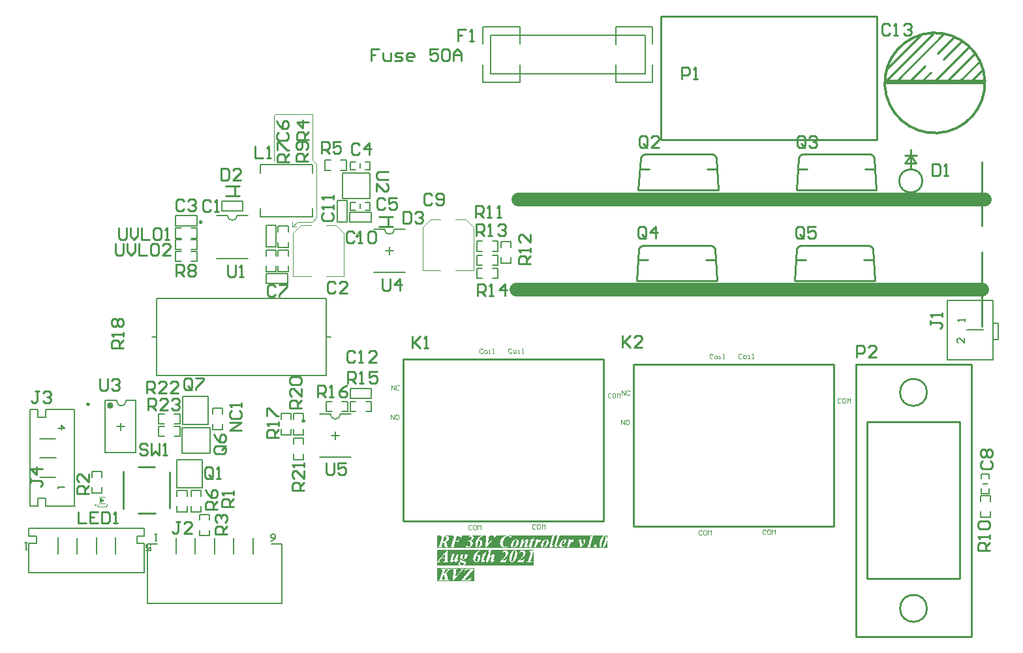
<source format=gbr>
%TF.GenerationSoftware,Altium Limited,Altium Designer,21.0.8 (223)*%
G04 Layer_Color=65535*
%FSLAX26Y26*%
%MOIN*%
%TF.SameCoordinates,3528F89D-DF25-4B87-B81C-8702AA7ACEB5*%
%TF.FilePolarity,Positive*%
%TF.FileFunction,Legend,Top*%
%TF.Part,Single*%
G01*
G75*
%TA.AperFunction,NonConductor*%
%ADD52C,0.010000*%
%ADD55C,0.005000*%
%ADD75C,0.011811*%
%ADD76C,0.007874*%
%ADD77C,0.005906*%
%ADD78C,0.015748*%
%ADD79C,0.023622*%
%ADD80C,0.006000*%
%ADD81C,0.007000*%
%ADD82C,0.003937*%
%ADD83C,0.004921*%
%ADD84C,0.003150*%
%ADD85C,0.070866*%
%ADD86R,0.030000X0.010000*%
%ADD87R,0.010000X0.030000*%
G36*
X424213Y447835D02*
X411418D01*
Y440945D01*
X402559D01*
Y464567D01*
X411418D01*
Y457677D01*
X424213D01*
Y447835D01*
D02*
G37*
G36*
X2983243Y270066D02*
X2983819Y269970D01*
X2984684Y269490D01*
X2985261Y269009D01*
X2985357Y268913D01*
X2985453Y268817D01*
X2985838Y268337D01*
X2986222Y267760D01*
X2986510Y266607D01*
X2986606Y266126D01*
X2986702Y265742D01*
Y265454D01*
Y265357D01*
X2986606Y263435D01*
X2986318Y261225D01*
X2985934Y259015D01*
X2985549Y256901D01*
X2985069Y255075D01*
X2984876Y254210D01*
X2984684Y253537D01*
X2984492Y252864D01*
X2984396Y252480D01*
X2984300Y252192D01*
Y252096D01*
X2983339Y248636D01*
X2982378Y245369D01*
X2981417Y242293D01*
X2980552Y239410D01*
X2979783Y236720D01*
X2979014Y234221D01*
X2978342Y232011D01*
X2977765Y229993D01*
X2977189Y228167D01*
X2976708Y226629D01*
X2976227Y225284D01*
X2975939Y224131D01*
X2975651Y223266D01*
X2975459Y222593D01*
X2975267Y222208D01*
Y222112D01*
X2974690Y220479D01*
X2974017Y219133D01*
X2973345Y217980D01*
X2972768Y217115D01*
X2972191Y216346D01*
X2971807Y215866D01*
X2971519Y215578D01*
X2971423Y215482D01*
X2970461Y215001D01*
X2969501Y214713D01*
X2969116D01*
X2968732Y214617D01*
X2968443D01*
X2967867Y214713D01*
X2967290Y214809D01*
X2966425Y215193D01*
X2965849Y215578D01*
X2965753Y215770D01*
X2965657D01*
X2965272Y216250D01*
X2964984Y216827D01*
X2964695Y217884D01*
X2964599Y218364D01*
X2964503Y218749D01*
Y219037D01*
Y219133D01*
X2964599Y221536D01*
X2964792Y222785D01*
X2964888Y223842D01*
X2965080Y224803D01*
X2965176Y225572D01*
X2965272Y226053D01*
Y226245D01*
X2965368Y226821D01*
X2965560Y227590D01*
X2965849Y228455D01*
X2966041Y229416D01*
X2966617Y231530D01*
X2967194Y233644D01*
X2967771Y235759D01*
X2968059Y236624D01*
X2968251Y237392D01*
X2968443Y238065D01*
X2968636Y238642D01*
X2968732Y238930D01*
Y239026D01*
X2969404Y241429D01*
X2970077Y243735D01*
X2970750Y245945D01*
X2971423Y247963D01*
X2971999Y249981D01*
X2972576Y251807D01*
X2973056Y253441D01*
X2973537Y254979D01*
X2974017Y256324D01*
X2974402Y257573D01*
X2974690Y258630D01*
X2974978Y259495D01*
X2975267Y260168D01*
X2975459Y260745D01*
X2975555Y261033D01*
Y261129D01*
X2976131Y262859D01*
X2976708Y264204D01*
X2977189Y265357D01*
X2977573Y266222D01*
X2977861Y266799D01*
X2978149Y267279D01*
X2978246Y267472D01*
X2978342Y267568D01*
X2978726Y268144D01*
X2979207Y268529D01*
X2979879Y269201D01*
X2980264Y269490D01*
X2980456Y269586D01*
X2981225Y269970D01*
X2981897Y270066D01*
X2982474Y270162D01*
X2982666D01*
X2983243Y270066D01*
D02*
G37*
G36*
X2341871Y246426D02*
X2342544Y246233D01*
X2343601Y245657D01*
X2343986Y245369D01*
X2344274Y245080D01*
X2344370Y244888D01*
X2344466Y244792D01*
X2345043Y243927D01*
X2345523Y243062D01*
X2345811Y242101D01*
X2346100Y241236D01*
X2346196Y240564D01*
X2346292Y239987D01*
Y239506D01*
Y239410D01*
X2346196Y236912D01*
X2345811Y234317D01*
X2345331Y231722D01*
X2344754Y229224D01*
X2344466Y228071D01*
X2344178Y227013D01*
X2343890Y226053D01*
X2343697Y225284D01*
X2343505Y224611D01*
X2343313Y224034D01*
X2343217Y223746D01*
Y223650D01*
X2342544Y221632D01*
X2341775Y219902D01*
X2341103Y218557D01*
X2340526Y217404D01*
X2339949Y216635D01*
X2339565Y216058D01*
X2339277Y215770D01*
X2339181Y215674D01*
X2338700Y215289D01*
X2338124Y215001D01*
X2337162Y214713D01*
X2336682Y214617D01*
X2336394Y214520D01*
X2336105D01*
X2335337Y214617D01*
X2334664Y214809D01*
X2334087Y215001D01*
X2333511Y215289D01*
X2333126Y215578D01*
X2332838Y215866D01*
X2332646Y215962D01*
X2332550Y216058D01*
X2332069Y216731D01*
X2331781Y217500D01*
X2331396Y219133D01*
X2331300Y219806D01*
X2331204Y220383D01*
Y220863D01*
Y220959D01*
X2331300Y222401D01*
X2331396Y223938D01*
X2331589Y225380D01*
X2331877Y226821D01*
X2332165Y228071D01*
X2332358Y229128D01*
X2332454Y229512D01*
Y229800D01*
X2332550Y229897D01*
Y229993D01*
X2333318Y232972D01*
X2334087Y235855D01*
X2334856Y238546D01*
X2335625Y240948D01*
X2336009Y242005D01*
X2336298Y242966D01*
X2336586Y243831D01*
X2336874Y244504D01*
X2337066Y245080D01*
X2337259Y245465D01*
X2337355Y245753D01*
Y245849D01*
X2338892Y246233D01*
X2339565Y246330D01*
X2340142Y246426D01*
X2340622Y246522D01*
X2341199D01*
X2341871Y246426D01*
D02*
G37*
G36*
X2995255Y273142D02*
Y256036D01*
X2995159Y257573D01*
X2995063Y259015D01*
X2994871Y260360D01*
X2994583Y261610D01*
X2994294Y262667D01*
X2994102Y263435D01*
X2994006Y263916D01*
X2993910Y264108D01*
X2993333Y265550D01*
X2992661Y266799D01*
X2991892Y267952D01*
X2991219Y268913D01*
X2990546Y269682D01*
X2989970Y270162D01*
X2989585Y270547D01*
X2989489Y270643D01*
X2988336Y271508D01*
X2987087Y272084D01*
X2985934Y272565D01*
X2984780Y272853D01*
X2983819Y273045D01*
X2983051Y273142D01*
X2982378D01*
X2980936Y273045D01*
X2979591Y272853D01*
X2978342Y272469D01*
X2977189Y272084D01*
X2976227Y271700D01*
X2975555Y271316D01*
X2975074Y271123D01*
X2974882Y271027D01*
X2973441Y270066D01*
X2972095Y268913D01*
X2970654Y267568D01*
X2969404Y266222D01*
X2968347Y264973D01*
X2967482Y263916D01*
X2967194Y263531D01*
X2966906Y263243D01*
X2966810Y263051D01*
X2966714Y262955D01*
X2965176Y260552D01*
X2963735Y258150D01*
X2962389Y255747D01*
X2961332Y253441D01*
X2960852Y252480D01*
X2960467Y251519D01*
X2960179Y250654D01*
X2959890Y249981D01*
X2959602Y249309D01*
X2959410Y248924D01*
X2959314Y248636D01*
Y248540D01*
X2958161Y244792D01*
X2957296Y241140D01*
X2956623Y237777D01*
X2956431Y236143D01*
X2956239Y234702D01*
X2956046Y233356D01*
X2955950Y232107D01*
X2955854Y231050D01*
Y230185D01*
X2955758Y229416D01*
Y228455D01*
X2955854Y226821D01*
X2956046Y225188D01*
X2956239Y223746D01*
X2956527Y222497D01*
X2956815Y221440D01*
X2957104Y220575D01*
X2957200Y220094D01*
X2957296Y219902D01*
X2957968Y218557D01*
X2958641Y217307D01*
X2959410Y216250D01*
X2960083Y215385D01*
X2960755Y214713D01*
X2961236Y214232D01*
X2961620Y213944D01*
X2961716Y213848D01*
X2962773Y213175D01*
X2963831Y212695D01*
X2964888Y212310D01*
X2965849Y212118D01*
X2966714Y211926D01*
X2967386Y211830D01*
X2967963D01*
X2969308Y211926D01*
X2970654Y212118D01*
X2971903Y212406D01*
X2972960Y212695D01*
X2973921Y212983D01*
X2974594Y213271D01*
X2974978Y213463D01*
X2975170Y213560D01*
X2976420Y214232D01*
X2977573Y215001D01*
X2978630Y215770D01*
X2979495Y216442D01*
X2980264Y217019D01*
X2980744Y217596D01*
X2981129Y217884D01*
X2981225Y217980D01*
X2982666Y219614D01*
X2984012Y221344D01*
X2985165Y223073D01*
X2986222Y224707D01*
X2987087Y226149D01*
X2987471Y226725D01*
X2987760Y227206D01*
X2988048Y227686D01*
X2988240Y227975D01*
X2988336Y228167D01*
Y228263D01*
X2989489Y230569D01*
X2990546Y232972D01*
X2991411Y235182D01*
X2992084Y237296D01*
X2992372Y238257D01*
X2992661Y239122D01*
X2992949Y239795D01*
X2993141Y240468D01*
X2993237Y241044D01*
X2993333Y241429D01*
X2993429Y241621D01*
Y241717D01*
X2994006Y244504D01*
X2994486Y247098D01*
X2994775Y249501D01*
X2995063Y251615D01*
Y252576D01*
X2995159Y253441D01*
Y254210D01*
X2995255Y254882D01*
Y211830D01*
Y211734D01*
X2471414D01*
X2474297Y211830D01*
X2476796Y212214D01*
X2479102Y212695D01*
X2481024Y213367D01*
X2481889Y213656D01*
X2482658Y213944D01*
X2483235Y214136D01*
X2483811Y214424D01*
X2484195Y214617D01*
X2484484Y214809D01*
X2484676Y214905D01*
X2484772D01*
X2485829Y215578D01*
X2486886Y216346D01*
X2488808Y218076D01*
X2490730Y219998D01*
X2492364Y221824D01*
X2493709Y223554D01*
X2494286Y224323D01*
X2494767Y224995D01*
X2495151Y225572D01*
X2495535Y225956D01*
X2495631Y226245D01*
X2495727Y226341D01*
X2493613D01*
X2491980Y224611D01*
X2490346Y223073D01*
X2488904Y221728D01*
X2487559Y220767D01*
X2486502Y219902D01*
X2485637Y219422D01*
X2485060Y219037D01*
X2484964Y218941D01*
X2484868D01*
X2483235Y218172D01*
X2481601Y217692D01*
X2480063Y217307D01*
X2478622Y217019D01*
X2477276Y216827D01*
X2476315Y216731D01*
X2475450D01*
X2473144Y216923D01*
X2471126Y217307D01*
X2469396Y217980D01*
X2467955Y218653D01*
X2466898Y219326D01*
X2466033Y219998D01*
X2465552Y220383D01*
X2465360Y220575D01*
X2464111Y222208D01*
X2463246Y224034D01*
X2462573Y225956D01*
X2462189Y227782D01*
X2461900Y229416D01*
X2461804Y230185D01*
Y230761D01*
X2461708Y231338D01*
Y231722D01*
Y231915D01*
Y232011D01*
X2461900Y235182D01*
X2462285Y238161D01*
X2462765Y241044D01*
X2463053Y242389D01*
X2463438Y243639D01*
X2463726Y244792D01*
X2464015Y245849D01*
X2464303Y246810D01*
X2464591Y247579D01*
X2464783Y248155D01*
X2464976Y248636D01*
X2465072Y248924D01*
Y249020D01*
X2465840Y250942D01*
X2466705Y252768D01*
X2467570Y254402D01*
X2468435Y255940D01*
X2469204Y257381D01*
X2470069Y258630D01*
X2470934Y259784D01*
X2471702Y260841D01*
X2472375Y261706D01*
X2473048Y262474D01*
X2473624Y263147D01*
X2474201Y263724D01*
X2474586Y264108D01*
X2474874Y264493D01*
X2475066Y264589D01*
X2475162Y264685D01*
X2476315Y265646D01*
X2477468Y266414D01*
X2478526Y267087D01*
X2479583Y267664D01*
X2481697Y268625D01*
X2483523Y269201D01*
X2485060Y269586D01*
X2485637Y269682D01*
X2486214Y269778D01*
X2486694Y269874D01*
X2487271D01*
X2489289Y269682D01*
X2491115Y269298D01*
X2492652Y268625D01*
X2493998Y267952D01*
X2495055Y267279D01*
X2495727Y266607D01*
X2496208Y266222D01*
X2496400Y266030D01*
X2497553Y264493D01*
X2498418Y262667D01*
X2499187Y260745D01*
X2499668Y258919D01*
X2499956Y257189D01*
X2500052Y256516D01*
X2500148Y255844D01*
Y255363D01*
X2500244Y254979D01*
Y254690D01*
Y254594D01*
X2501782D01*
X2506106Y273334D01*
X2504569D01*
X2503704Y272565D01*
X2502935Y271988D01*
X2502166Y271604D01*
X2501494Y271316D01*
X2500917Y271123D01*
X2500532Y271027D01*
X2499668D01*
X2499091Y271123D01*
X2497842Y271412D01*
X2497265Y271604D01*
X2496785Y271700D01*
X2496400Y271796D01*
X2496304D01*
X2494382Y272277D01*
X2492556Y272661D01*
X2491019Y272949D01*
X2489673Y273142D01*
X2488616Y273238D01*
X2487847Y273334D01*
X2487175D01*
X2485349Y273238D01*
X2483619Y273142D01*
X2481793Y272853D01*
X2480063Y272469D01*
X2476796Y271604D01*
X2475354Y271123D01*
X2473913Y270643D01*
X2472567Y270066D01*
X2471414Y269586D01*
X2470453Y269105D01*
X2469492Y268721D01*
X2468820Y268337D01*
X2468339Y268048D01*
X2467955Y267952D01*
X2467858Y267856D01*
X2466129Y266799D01*
X2464399Y265646D01*
X2462861Y264493D01*
X2461420Y263339D01*
X2460074Y262090D01*
X2458921Y260937D01*
X2457768Y259784D01*
X2456807Y258630D01*
X2455846Y257573D01*
X2455077Y256612D01*
X2454501Y255747D01*
X2453924Y254979D01*
X2453540Y254402D01*
X2453251Y253922D01*
X2453059Y253633D01*
X2452963Y253537D01*
X2452098Y251903D01*
X2451329Y250174D01*
X2450561Y248540D01*
X2449984Y246906D01*
X2449119Y243831D01*
X2448735Y242293D01*
X2448542Y240948D01*
X2448254Y239699D01*
X2448158Y238546D01*
X2448062Y237488D01*
X2447966Y236624D01*
X2447870Y235951D01*
Y234990D01*
X2447966Y233068D01*
X2448158Y231338D01*
X2448446Y229608D01*
X2448927Y227975D01*
X2449407Y226533D01*
X2449888Y225091D01*
X2450464Y223842D01*
X2451137Y222689D01*
X2451714Y221632D01*
X2452290Y220767D01*
X2452771Y219998D01*
X2453347Y219326D01*
X2453732Y218845D01*
X2454020Y218461D01*
X2454212Y218268D01*
X2454308Y218172D01*
X2455558Y217019D01*
X2456903Y216058D01*
X2458249Y215193D01*
X2459690Y214424D01*
X2461131Y213848D01*
X2462573Y213271D01*
X2465264Y212502D01*
X2466513Y212310D01*
X2467666Y212118D01*
X2468723Y211926D01*
X2469684Y211830D01*
X2470357Y211734D01*
X2376179D01*
X2420193Y262763D01*
X2421538Y264396D01*
X2422788Y265646D01*
X2423749Y266703D01*
X2424613Y267568D01*
X2425286Y268144D01*
X2425671Y268625D01*
X2425959Y268817D01*
X2426055Y268913D01*
X2427208Y269586D01*
X2428265Y270066D01*
X2428746Y270259D01*
X2429130Y270355D01*
X2429419Y270451D01*
X2429515D01*
Y271988D01*
X2413178D01*
X2412601Y270451D01*
X2413562Y270259D01*
X2414331Y270066D01*
X2414907Y269778D01*
X2415484Y269586D01*
X2415772Y269394D01*
X2416061Y269298D01*
X2416253Y269105D01*
X2416829Y268433D01*
X2417118Y267856D01*
X2417214Y267375D01*
Y267279D01*
Y267183D01*
Y266607D01*
X2417022Y266030D01*
X2416733Y264877D01*
X2416541Y264396D01*
X2416349Y264012D01*
X2416253Y263724D01*
X2416157Y263628D01*
X2415580Y262763D01*
X2414811Y261610D01*
X2413946Y260456D01*
X2412985Y259303D01*
X2412120Y258150D01*
X2411352Y257285D01*
X2411063Y256901D01*
X2410871Y256612D01*
X2410775Y256516D01*
X2410679Y256420D01*
X2387711Y229800D01*
X2389057Y260552D01*
X2389153Y262570D01*
X2389441Y264300D01*
X2389729Y265646D01*
X2390017Y266703D01*
X2390402Y267472D01*
X2390594Y268048D01*
X2390786Y268337D01*
X2390882Y268433D01*
X2391555Y269105D01*
X2392324Y269586D01*
X2393189Y269970D01*
X2393958Y270162D01*
X2394630Y270355D01*
X2395207Y270451D01*
X2395784D01*
X2396264Y271988D01*
X2371566D01*
X2370990Y270451D01*
X2372047Y270355D01*
X2372912Y270066D01*
X2373680Y269874D01*
X2374257Y269586D01*
X2374738Y269394D01*
X2375026Y269201D01*
X2375122Y269105D01*
X2375218Y269009D01*
X2375602Y268529D01*
X2375987Y267952D01*
X2376275Y266799D01*
X2376371Y266318D01*
X2376467Y265838D01*
Y265550D01*
Y265454D01*
Y265357D01*
Y265165D01*
Y264685D01*
X2376371Y263916D01*
Y263147D01*
Y262282D01*
X2376275Y261610D01*
Y261129D01*
Y261033D01*
Y260937D01*
X2374353Y211734D01*
X2127953D01*
Y213079D01*
Y271988D01*
Y273622D01*
X2361380D01*
X2358977Y273334D01*
X2356671Y272949D01*
X2354557Y272469D01*
X2352731Y271988D01*
X2351193Y271508D01*
X2350617Y271316D01*
X2350040Y271123D01*
X2349655Y270931D01*
X2349367Y270835D01*
X2349175Y270739D01*
X2349079D01*
X2346484Y269490D01*
X2343986Y268048D01*
X2341775Y266607D01*
X2339757Y265165D01*
X2338892Y264493D01*
X2338124Y263820D01*
X2337355Y263243D01*
X2336778Y262763D01*
X2336394Y262378D01*
X2336009Y262090D01*
X2335817Y261898D01*
X2335721Y261802D01*
X2333511Y259495D01*
X2331493Y257093D01*
X2329763Y254690D01*
X2328225Y252384D01*
X2327649Y251327D01*
X2327072Y250366D01*
X2326591Y249597D01*
X2326207Y248828D01*
X2325823Y248252D01*
X2325631Y247771D01*
X2325534Y247483D01*
X2325438Y247387D01*
X2324093Y244215D01*
X2323132Y241044D01*
X2322363Y237969D01*
X2322171Y236624D01*
X2321883Y235278D01*
X2321787Y234125D01*
X2321594Y232972D01*
X2321498Y232011D01*
Y231146D01*
X2321402Y230473D01*
Y229608D01*
X2321498Y228071D01*
X2321594Y226629D01*
X2321787Y225188D01*
X2322075Y223938D01*
X2322363Y222785D01*
X2322747Y221728D01*
X2323132Y220671D01*
X2323516Y219806D01*
X2323901Y219037D01*
X2324189Y218364D01*
X2324573Y217788D01*
X2324862Y217307D01*
X2325150Y216923D01*
X2325342Y216635D01*
X2325534Y216539D01*
Y216442D01*
X2326303Y215674D01*
X2327168Y214905D01*
X2328994Y213752D01*
X2330820Y212983D01*
X2332550Y212406D01*
X2334087Y212118D01*
X2334760Y211926D01*
X2335337D01*
X2335817Y211830D01*
X2336490D01*
X2338316Y211926D01*
X2340046Y212214D01*
X2341679Y212599D01*
X2343121Y213175D01*
X2344562Y213848D01*
X2345908Y214617D01*
X2347061Y215385D01*
X2348118Y216250D01*
X2349079Y217019D01*
X2349944Y217788D01*
X2350713Y218557D01*
X2351289Y219229D01*
X2351770Y219806D01*
X2352058Y220190D01*
X2352250Y220479D01*
X2352346Y220575D01*
X2353211Y221920D01*
X2353980Y223362D01*
X2354653Y224707D01*
X2355229Y226053D01*
X2356094Y228743D01*
X2356671Y231242D01*
X2356863Y232299D01*
X2356959Y233356D01*
X2357055Y234221D01*
X2357151Y234990D01*
X2357247Y235566D01*
Y236047D01*
Y236335D01*
Y236431D01*
X2357151Y238834D01*
X2356767Y240852D01*
X2356190Y242678D01*
X2355614Y244119D01*
X2354941Y245273D01*
X2354461Y246137D01*
X2354076Y246618D01*
X2353884Y246810D01*
X2352635Y248059D01*
X2351193Y249020D01*
X2349848Y249693D01*
X2348598Y250077D01*
X2347445Y250366D01*
X2346580Y250462D01*
X2345908Y250558D01*
X2345715D01*
X2344562Y250462D01*
X2343409Y250366D01*
X2342256Y250077D01*
X2341199Y249885D01*
X2340238Y249597D01*
X2339469Y249309D01*
X2338988Y249213D01*
X2338796Y249117D01*
X2339661Y251038D01*
X2340526Y252768D01*
X2341487Y254402D01*
X2342448Y255940D01*
X2343313Y257381D01*
X2344178Y258726D01*
X2345139Y259976D01*
X2345908Y261033D01*
X2346676Y261994D01*
X2347445Y262859D01*
X2348022Y263628D01*
X2348598Y264204D01*
X2349079Y264685D01*
X2349367Y264973D01*
X2349559Y265165D01*
X2349655Y265261D01*
X2351577Y266895D01*
X2353596Y268337D01*
X2355614Y269490D01*
X2357440Y270355D01*
X2358977Y271027D01*
X2359650Y271316D01*
X2360227Y271508D01*
X2360707Y271700D01*
X2361091Y271796D01*
X2361284Y271892D01*
X2361380D01*
Y273622D01*
X2995255D01*
Y273142D01*
D02*
G37*
G36*
X2264633Y176332D02*
X2265210Y176235D01*
X2266075Y175851D01*
X2266651Y175370D01*
X2266748Y175274D01*
X2266844Y175178D01*
X2267228Y174698D01*
X2267613Y174217D01*
X2267901Y173256D01*
X2267997Y172776D01*
X2268093Y172391D01*
Y172199D01*
Y172103D01*
X2267997Y170469D01*
X2267805Y168836D01*
X2267516Y167202D01*
X2267228Y165761D01*
X2266844Y164511D01*
X2266555Y163454D01*
X2266459Y163070D01*
X2266363Y162781D01*
X2266267Y162685D01*
Y162589D01*
X2265594Y160763D01*
X2264826Y159226D01*
X2264057Y157880D01*
X2263384Y156823D01*
X2262807Y156054D01*
X2262327Y155478D01*
X2262039Y155093D01*
X2261943Y154997D01*
X2261462Y154613D01*
X2260982Y154325D01*
X2259925Y154036D01*
X2259540Y153940D01*
X2259156Y153844D01*
X2258867D01*
X2258195Y153940D01*
X2257618Y154036D01*
X2256657Y154421D01*
X2256273Y154613D01*
X2255984Y154805D01*
X2255888Y154997D01*
X2255792D01*
X2255408Y155478D01*
X2255119Y156054D01*
X2254831Y157112D01*
X2254735Y157592D01*
X2254639Y157976D01*
Y158265D01*
Y158361D01*
X2254735Y160091D01*
X2254927Y161724D01*
X2255216Y163358D01*
X2255504Y164799D01*
X2255792Y166049D01*
X2256081Y167010D01*
X2256177Y167394D01*
X2256273Y167683D01*
X2256369Y167779D01*
Y167875D01*
X2257041Y169605D01*
X2257714Y171142D01*
X2258387Y172295D01*
X2259060Y173352D01*
X2259540Y174025D01*
X2260021Y174602D01*
X2260309Y174890D01*
X2260405Y174986D01*
X2260982Y175467D01*
X2261654Y175851D01*
X2262231Y176043D01*
X2262807Y176235D01*
X2263288Y176332D01*
X2263672Y176428D01*
X2264057D01*
X2264633Y176332D01*
D02*
G37*
G36*
X2331231Y171623D02*
X2331903Y171430D01*
X2332961Y170854D01*
X2333345Y170565D01*
X2333633Y170277D01*
X2333729Y170085D01*
X2333825Y169989D01*
X2334402Y169124D01*
X2334883Y168259D01*
X2335171Y167298D01*
X2335459Y166433D01*
X2335555Y165761D01*
X2335651Y165184D01*
Y164703D01*
Y164607D01*
X2335555Y162109D01*
X2335171Y159514D01*
X2334690Y156919D01*
X2334114Y154421D01*
X2333825Y153268D01*
X2333537Y152210D01*
X2333249Y151249D01*
X2333057Y150481D01*
X2332864Y149808D01*
X2332672Y149231D01*
X2332576Y148943D01*
Y148847D01*
X2331903Y146829D01*
X2331135Y145099D01*
X2330462Y143754D01*
X2329885Y142600D01*
X2329309Y141832D01*
X2328924Y141255D01*
X2328636Y140967D01*
X2328540Y140871D01*
X2328059Y140486D01*
X2327483Y140198D01*
X2326522Y139910D01*
X2326041Y139814D01*
X2325753Y139717D01*
X2325465D01*
X2324696Y139814D01*
X2324023Y140006D01*
X2323447Y140198D01*
X2322870Y140486D01*
X2322486Y140774D01*
X2322197Y141063D01*
X2322005Y141159D01*
X2321909Y141255D01*
X2321428Y141928D01*
X2321140Y142696D01*
X2320756Y144330D01*
X2320660Y145003D01*
X2320564Y145579D01*
Y146060D01*
Y146156D01*
X2320660Y147598D01*
X2320756Y149135D01*
X2320948Y150577D01*
X2321236Y152018D01*
X2321525Y153268D01*
X2321717Y154325D01*
X2321813Y154709D01*
Y154997D01*
X2321909Y155093D01*
Y155190D01*
X2322678Y158169D01*
X2323447Y161052D01*
X2324215Y163742D01*
X2324984Y166145D01*
X2325369Y167202D01*
X2325657Y168163D01*
X2325945Y169028D01*
X2326233Y169701D01*
X2326426Y170277D01*
X2326618Y170662D01*
X2326714Y170950D01*
Y171046D01*
X2328252Y171430D01*
X2328924Y171526D01*
X2329501Y171623D01*
X2329981Y171719D01*
X2330558D01*
X2331231Y171623D01*
D02*
G37*
G36*
X2619531Y198338D02*
X2617609D01*
X2595410Y192957D01*
X2595794Y191323D01*
X2596851Y191419D01*
X2597812Y191515D01*
X2598485D01*
X2599061Y191611D01*
X2600791D01*
X2601560Y191419D01*
X2602137Y191227D01*
X2602617Y191035D01*
X2603001Y190843D01*
X2603290Y190650D01*
X2603386Y190554D01*
X2603482Y190458D01*
X2603866Y190074D01*
X2604251Y189593D01*
X2604539Y188536D01*
X2604635Y188152D01*
X2604731Y187767D01*
Y187575D01*
Y187479D01*
Y186710D01*
X2604635Y185941D01*
X2604539Y185461D01*
X2604443Y185365D01*
Y185269D01*
Y185173D01*
X2604347Y184884D01*
X2604251Y184500D01*
X2604059Y184019D01*
X2603770Y182866D01*
X2603386Y181617D01*
X2603001Y180272D01*
X2602617Y179214D01*
X2602521Y178830D01*
X2602425Y178446D01*
X2602329Y178254D01*
Y178157D01*
X2593584Y148943D01*
X2593103Y147309D01*
X2592623Y145964D01*
X2592238Y144811D01*
X2591854Y143946D01*
X2591566Y143369D01*
X2591277Y142889D01*
X2591181Y142696D01*
X2591085Y142600D01*
X2590220Y141639D01*
X2589259Y140967D01*
X2588875Y140774D01*
X2588586Y140582D01*
X2588394Y140486D01*
X2588298D01*
X2587529Y140294D01*
X2586568Y140102D01*
X2584550Y139910D01*
X2583685Y139814D01*
X2582148D01*
X2581667Y138276D01*
X2611362D01*
X2611843Y139814D01*
X2610209Y139910D01*
X2608960Y140006D01*
X2607999D01*
X2607230Y140102D01*
X2606749Y140198D01*
X2606365Y140294D01*
X2606173D01*
X2605500Y140678D01*
X2605020Y141159D01*
X2604635Y141543D01*
X2604443Y141736D01*
X2603963Y142600D01*
X2603770Y143273D01*
X2603674Y143754D01*
Y143946D01*
X2603770Y144426D01*
X2603866Y145195D01*
X2604059Y145964D01*
X2604251Y146829D01*
X2604443Y147598D01*
X2604635Y148270D01*
X2604827Y148751D01*
Y148943D01*
X2619531Y198338D01*
Y138276D01*
Y119056D01*
X2253198D01*
X2255119Y119152D01*
X2256849Y119248D01*
X2258483Y119440D01*
X2260021Y119729D01*
X2261462Y120017D01*
X2262711Y120401D01*
X2263865Y120786D01*
X2264826Y121170D01*
X2265787Y121555D01*
X2266555Y121843D01*
X2267228Y122227D01*
X2267709Y122516D01*
X2268189Y122804D01*
X2268477Y122996D01*
X2268573Y123188D01*
X2268670D01*
X2269535Y123957D01*
X2270303Y124726D01*
X2270976Y125591D01*
X2271553Y126359D01*
X2272418Y127993D01*
X2273090Y129435D01*
X2273378Y130780D01*
X2273571Y131741D01*
X2273667Y132125D01*
Y132510D01*
Y132606D01*
Y132702D01*
X2273571Y133951D01*
X2273378Y135105D01*
X2272994Y136162D01*
X2272706Y137027D01*
X2272321Y137699D01*
X2271937Y138276D01*
X2271745Y138564D01*
X2271649Y138660D01*
X2270784Y139525D01*
X2269919Y140390D01*
X2268958Y141063D01*
X2267997Y141639D01*
X2267132Y142120D01*
X2266459Y142504D01*
X2265979Y142696D01*
X2265787Y142793D01*
X2265210Y142985D01*
X2264537Y143273D01*
X2263672Y143465D01*
X2262807Y143754D01*
X2260885Y144234D01*
X2258963Y144811D01*
X2257138Y145195D01*
X2256273Y145387D01*
X2255600Y145579D01*
X2255023Y145676D01*
X2254543Y145772D01*
X2254255Y145868D01*
X2254159D01*
X2253390Y146060D01*
X2252717Y146252D01*
X2252140Y146541D01*
X2251660Y146733D01*
X2251276Y147021D01*
X2250987Y147117D01*
X2250891Y147309D01*
X2250795D01*
X2250507Y147790D01*
X2250314Y148174D01*
X2250218Y148559D01*
Y148655D01*
X2250314Y149135D01*
X2250507Y149520D01*
X2250603Y149808D01*
X2250699Y149904D01*
X2251083Y150288D01*
X2251564Y150673D01*
X2252813Y151442D01*
X2253294Y151730D01*
X2253774Y152018D01*
X2254159Y152210D01*
X2254255Y152306D01*
X2255600Y152018D01*
X2256753Y151922D01*
X2257234Y151826D01*
X2257522Y151730D01*
X2257810D01*
X2258963Y151634D01*
X2259925Y151538D01*
X2260789D01*
X2262711Y151634D01*
X2264441Y151826D01*
X2265979Y152114D01*
X2267420Y152499D01*
X2268573Y152883D01*
X2269342Y153171D01*
X2269919Y153364D01*
X2270111Y153460D01*
X2271649Y154228D01*
X2272898Y155190D01*
X2273955Y156054D01*
X2274916Y156919D01*
X2275589Y157688D01*
X2276069Y158265D01*
X2276358Y158649D01*
X2276454Y158841D01*
X2277222Y160091D01*
X2277703Y161436D01*
X2278087Y162685D01*
X2278376Y163839D01*
X2278568Y164799D01*
X2278664Y165568D01*
Y166049D01*
Y166241D01*
X2278568Y167106D01*
X2278472Y167971D01*
X2278184Y168836D01*
X2277991Y169605D01*
X2277703Y170181D01*
X2277415Y170662D01*
X2277319Y171046D01*
X2277222Y171142D01*
X2283277D01*
X2284622Y175947D01*
X2273090D01*
X2271745Y176812D01*
X2270592Y177292D01*
X2270207Y177485D01*
X2269919Y177581D01*
X2269727Y177677D01*
X2269631D01*
X2267420Y178157D01*
X2266267Y178350D01*
X2265306Y178446D01*
X2264441Y178542D01*
X2263096D01*
X2260982Y178446D01*
X2259060Y178157D01*
X2257330Y177869D01*
X2255792Y177485D01*
X2254543Y177004D01*
X2253582Y176716D01*
X2253294Y176524D01*
X2253005Y176428D01*
X2252909Y176332D01*
X2252813D01*
X2251276Y175467D01*
X2249930Y174602D01*
X2248777Y173641D01*
X2247816Y172776D01*
X2247047Y172007D01*
X2246567Y171334D01*
X2246182Y170950D01*
X2246086Y170758D01*
X2245317Y169508D01*
X2244837Y168259D01*
X2244452Y167010D01*
X2244164Y165953D01*
X2243972Y164992D01*
X2243876Y164319D01*
Y163839D01*
Y163646D01*
X2243972Y162397D01*
X2244164Y161148D01*
X2244452Y160091D01*
X2244837Y159226D01*
X2245125Y158457D01*
X2245413Y157880D01*
X2245606Y157496D01*
X2245702Y157400D01*
X2246567Y156439D01*
X2247432Y155574D01*
X2248489Y154805D01*
X2249546Y154228D01*
X2250411Y153748D01*
X2251179Y153364D01*
X2251660Y153171D01*
X2251852Y153075D01*
X2249930Y152210D01*
X2248296Y151442D01*
X2246951Y150673D01*
X2245894Y150000D01*
X2245125Y149520D01*
X2244548Y149039D01*
X2244164Y148751D01*
X2244068Y148655D01*
X2243299Y147790D01*
X2242723Y146925D01*
X2242338Y146060D01*
X2242050Y145195D01*
X2241858Y144522D01*
X2241762Y143946D01*
Y143561D01*
Y143465D01*
X2241858Y142793D01*
X2241954Y142216D01*
X2242434Y141159D01*
X2242626Y140678D01*
X2242819Y140390D01*
X2242915Y140198D01*
X2243011Y140102D01*
X2243395Y139621D01*
X2243972Y139141D01*
X2245125Y138276D01*
X2245702Y137892D01*
X2246182Y137699D01*
X2246470Y137507D01*
X2246567Y137411D01*
X2245221Y137123D01*
X2243876Y136738D01*
X2242723Y136450D01*
X2241666Y136066D01*
X2240801Y135777D01*
X2239936Y135393D01*
X2239263Y135105D01*
X2238590Y134816D01*
X2237629Y134240D01*
X2236957Y133855D01*
X2236572Y133567D01*
X2236476Y133471D01*
X2235707Y132606D01*
X2235131Y131741D01*
X2234650Y130876D01*
X2234362Y130203D01*
X2234170Y129531D01*
X2234074Y129050D01*
Y128570D01*
X2234266Y127320D01*
X2234650Y126167D01*
X2235227Y125206D01*
X2235899Y124341D01*
X2236572Y123573D01*
X2237149Y123092D01*
X2237533Y122708D01*
X2237725Y122612D01*
X2238686Y122035D01*
X2239840Y121458D01*
X2242242Y120594D01*
X2244741Y119921D01*
X2247335Y119536D01*
X2248489Y119344D01*
X2249642Y119248D01*
X2250603Y119152D01*
X2251468D01*
X2252236Y119056D01*
X2125000D01*
Y138276D01*
Y198531D01*
Y198819D01*
X2350739D01*
X2348336Y198531D01*
X2346030Y198146D01*
X2343916Y197666D01*
X2342090Y197185D01*
X2340552Y196705D01*
X2339976Y196512D01*
X2339399Y196320D01*
X2339015Y196128D01*
X2338727Y196032D01*
X2338534Y195936D01*
X2338438D01*
X2335843Y194687D01*
X2333345Y193245D01*
X2331135Y191804D01*
X2329117Y190362D01*
X2328252Y189689D01*
X2327483Y189017D01*
X2326714Y188440D01*
X2326137Y187960D01*
X2325753Y187575D01*
X2325369Y187287D01*
X2325176Y187095D01*
X2325080Y186999D01*
X2322870Y184692D01*
X2320852Y182290D01*
X2319122Y179887D01*
X2317584Y177581D01*
X2317008Y176524D01*
X2316431Y175563D01*
X2315951Y174794D01*
X2315566Y174025D01*
X2315182Y173448D01*
X2314990Y172968D01*
X2314894Y172680D01*
X2314798Y172584D01*
X2313452Y169412D01*
X2312491Y166241D01*
X2311722Y163166D01*
X2311530Y161820D01*
X2311242Y160475D01*
X2311146Y159322D01*
X2310954Y158169D01*
X2310858Y157208D01*
Y156343D01*
X2310761Y155670D01*
Y154805D01*
X2310858Y153268D01*
X2310954Y151826D01*
X2311146Y150385D01*
X2311434Y149135D01*
X2311722Y147982D01*
X2312107Y146925D01*
X2312491Y145868D01*
X2312876Y145003D01*
X2313260Y144234D01*
X2313548Y143561D01*
X2313933Y142985D01*
X2314221Y142504D01*
X2314509Y142120D01*
X2314702Y141832D01*
X2314894Y141736D01*
Y141639D01*
X2315662Y140871D01*
X2316527Y140102D01*
X2318353Y138949D01*
X2320179Y138180D01*
X2321909Y137603D01*
X2323447Y137315D01*
X2324119Y137123D01*
X2324696D01*
X2325176Y137027D01*
X2325849D01*
X2327675Y137123D01*
X2329405Y137411D01*
X2331039Y137795D01*
X2332480Y138372D01*
X2333921Y139045D01*
X2335267Y139814D01*
X2336420Y140582D01*
X2337477Y141447D01*
X2338438Y142216D01*
X2339303Y142985D01*
X2340072Y143754D01*
X2340648Y144426D01*
X2341129Y145003D01*
X2341417Y145387D01*
X2341610Y145676D01*
X2341706Y145772D01*
X2342570Y147117D01*
X2343339Y148559D01*
X2344012Y149904D01*
X2344589Y151249D01*
X2345454Y153940D01*
X2346030Y156439D01*
X2346222Y157496D01*
X2346318Y158553D01*
X2346414Y159418D01*
X2346511Y160187D01*
X2346607Y160763D01*
Y161244D01*
Y161532D01*
Y161628D01*
X2346511Y164031D01*
X2346126Y166049D01*
X2345550Y167875D01*
X2344973Y169316D01*
X2344300Y170469D01*
X2343820Y171334D01*
X2343435Y171815D01*
X2343243Y172007D01*
X2341994Y173256D01*
X2340552Y174217D01*
X2339207Y174890D01*
X2337958Y175274D01*
X2336805Y175563D01*
X2335940Y175659D01*
X2335267Y175755D01*
X2335075D01*
X2333921Y175659D01*
X2332768Y175563D01*
X2331615Y175274D01*
X2330558Y175082D01*
X2329597Y174794D01*
X2328828Y174506D01*
X2328348Y174410D01*
X2328155Y174313D01*
X2329020Y176235D01*
X2329885Y177965D01*
X2330846Y179599D01*
X2331807Y181137D01*
X2332672Y182578D01*
X2333537Y183923D01*
X2334498Y185173D01*
X2335267Y186230D01*
X2336036Y187191D01*
X2336805Y188056D01*
X2337381Y188825D01*
X2337958Y189401D01*
X2338438Y189882D01*
X2338727Y190170D01*
X2338919Y190362D01*
X2339015Y190458D01*
X2340937Y192092D01*
X2342955Y193533D01*
X2344973Y194687D01*
X2346799Y195552D01*
X2348336Y196224D01*
X2349009Y196512D01*
X2349586Y196705D01*
X2350066Y196897D01*
X2350451Y196993D01*
X2350643Y197089D01*
X2350739D01*
Y198819D01*
X2619531D01*
Y198338D01*
D02*
G37*
G36*
X2250507Y135970D02*
X2252140Y135585D01*
X2252717Y135393D01*
X2253294Y135201D01*
X2253678Y135105D01*
X2253774D01*
X2254927Y134816D01*
X2255984Y134528D01*
X2257810Y133951D01*
X2259252Y133375D01*
X2260405Y132990D01*
X2261270Y132606D01*
X2261847Y132318D01*
X2262231Y132125D01*
X2262327Y132029D01*
X2263096Y131453D01*
X2263672Y130780D01*
X2264057Y130203D01*
X2264345Y129531D01*
X2264537Y129050D01*
X2264633Y128570D01*
Y128281D01*
Y128185D01*
X2264537Y127224D01*
X2264249Y126359D01*
X2263865Y125591D01*
X2263384Y124918D01*
X2262904Y124341D01*
X2262519Y123957D01*
X2262231Y123669D01*
X2262135Y123573D01*
X2261078Y122900D01*
X2259925Y122419D01*
X2258579Y122035D01*
X2257330Y121843D01*
X2256081Y121651D01*
X2255119Y121555D01*
X2254255D01*
X2251948Y121651D01*
X2250026Y121939D01*
X2248392Y122323D01*
X2247047Y122708D01*
X2245990Y123092D01*
X2245317Y123477D01*
X2244837Y123765D01*
X2244741Y123861D01*
X2243780Y124726D01*
X2243107Y125591D01*
X2242530Y126456D01*
X2242242Y127320D01*
X2242050Y127993D01*
X2241954Y128474D01*
X2241858Y128858D01*
Y128954D01*
X2241954Y129723D01*
X2242050Y130492D01*
X2242338Y131165D01*
X2242626Y131837D01*
X2242819Y132318D01*
X2243107Y132702D01*
X2243203Y132894D01*
X2243299Y132990D01*
X2243972Y133663D01*
X2244837Y134336D01*
X2246759Y135393D01*
X2247624Y135873D01*
X2248296Y136162D01*
X2248777Y136354D01*
X2248969Y136450D01*
X2250507Y135970D01*
D02*
G37*
G36*
X2316568Y39155D02*
X2126969D01*
Y107283D01*
X2316568D01*
Y39155D01*
D02*
G37*
%LPC*%
G36*
X2254228Y271988D02*
X2205121D01*
X2204737Y270451D01*
X2206370Y270355D01*
X2207716Y270162D01*
X2208677Y269970D01*
X2209542Y269778D01*
X2210118Y269586D01*
X2210503Y269394D01*
X2210695Y269298D01*
X2210791Y269201D01*
X2211271Y268817D01*
X2211656Y268337D01*
X2211848Y267952D01*
X2212040Y267472D01*
X2212136Y267183D01*
X2212233Y266895D01*
Y266703D01*
Y266607D01*
X2212136Y265838D01*
X2211944Y264781D01*
X2211656Y263628D01*
X2211368Y262378D01*
X2211079Y261225D01*
X2210791Y260264D01*
X2210695Y259880D01*
X2210599Y259591D01*
X2210503Y259399D01*
Y259303D01*
X2200220Y223169D01*
X2199643Y221344D01*
X2199067Y219806D01*
X2198394Y218557D01*
X2197914Y217692D01*
X2197433Y216923D01*
X2197049Y216539D01*
X2196760Y216250D01*
X2196664Y216154D01*
X2195896Y215674D01*
X2194934Y215289D01*
X2193877Y215001D01*
X2192916Y214809D01*
X2192052Y214713D01*
X2191283Y214617D01*
X2190610D01*
X2190226Y213079D01*
X2219152D01*
X2219536Y214617D01*
X2218383D01*
X2217326Y214713D01*
X2216557Y214809D01*
X2215884Y214905D01*
X2215404D01*
X2215115Y215001D01*
X2214923Y215097D01*
X2214827D01*
X2214058Y215482D01*
X2213482Y215962D01*
X2213097Y216346D01*
X2213001Y216442D01*
X2212713Y217211D01*
X2212521Y217980D01*
X2212425Y218557D01*
Y218749D01*
Y218845D01*
Y219614D01*
X2212521Y220383D01*
X2212617Y220863D01*
Y220959D01*
Y221055D01*
X2213674Y224707D01*
X2218863Y243158D01*
X2220305D01*
X2221554Y243062D01*
X2222707Y242966D01*
X2223668D01*
X2224629Y242870D01*
X2225398Y242774D01*
X2226071D01*
X2226648Y242678D01*
X2227512Y242486D01*
X2228089Y242389D01*
X2228377Y242293D01*
X2228473D01*
X2229050Y242005D01*
X2229627Y241717D01*
X2230492Y240948D01*
X2231068Y240371D01*
X2231260Y240179D01*
Y240083D01*
X2231645Y239506D01*
X2231933Y238738D01*
X2232317Y237392D01*
Y236816D01*
X2232414Y236335D01*
Y235951D01*
Y235855D01*
X2232317Y234702D01*
X2232221Y233548D01*
X2232125Y233068D01*
Y232683D01*
X2232029Y232395D01*
Y232299D01*
X2233759D01*
X2240390Y255555D01*
X2238660D01*
X2237987Y254210D01*
X2237218Y253057D01*
X2236546Y252096D01*
X2235777Y251231D01*
X2235200Y250558D01*
X2234720Y250077D01*
X2234336Y249789D01*
X2234239Y249693D01*
X2233278Y248924D01*
X2232221Y248348D01*
X2231260Y247867D01*
X2230299Y247483D01*
X2229530Y247195D01*
X2228954Y247002D01*
X2228570Y246906D01*
X2228377D01*
X2227993Y246810D01*
X2227416Y246714D01*
X2226263Y246618D01*
X2224822Y246522D01*
X2223380D01*
X2222035Y246426D01*
X2219824D01*
X2226167Y268721D01*
X2233663D01*
X2235873Y268625D01*
X2237795Y268529D01*
X2239333Y268337D01*
X2240678Y268048D01*
X2241639Y267760D01*
X2242312Y267568D01*
X2242792Y267472D01*
X2242888Y267375D01*
X2243945Y266799D01*
X2244810Y266222D01*
X2245579Y265646D01*
X2246156Y264973D01*
X2246540Y264493D01*
X2246925Y264012D01*
X2247021Y263724D01*
X2247117Y263628D01*
X2247597Y262667D01*
X2247982Y261513D01*
X2248270Y260264D01*
X2248462Y259111D01*
X2248558Y258054D01*
X2248654Y257189D01*
X2248751Y256612D01*
Y256516D01*
Y256420D01*
X2250288D01*
X2254228Y271988D01*
D02*
G37*
G36*
X2586446Y253345D02*
X2586061D01*
X2585004Y253249D01*
X2584043Y253057D01*
X2583082Y252864D01*
X2582218Y252576D01*
X2581449Y252192D01*
X2580776Y252000D01*
X2580392Y251807D01*
X2580296Y251711D01*
X2579142Y251038D01*
X2577893Y250174D01*
X2576740Y249213D01*
X2575587Y248252D01*
X2574626Y247291D01*
X2573761Y246522D01*
X2573280Y246041D01*
X2573184Y245945D01*
X2573088Y245849D01*
X2572511Y245273D01*
X2571935Y244504D01*
X2570493Y242870D01*
X2569052Y241044D01*
X2567706Y239122D01*
X2566457Y237488D01*
X2565881Y236720D01*
X2565400Y236047D01*
X2565016Y235470D01*
X2564727Y235086D01*
X2564535Y234798D01*
X2564439Y234702D01*
X2570013Y253345D01*
X2567322D01*
X2552234Y250750D01*
X2551850Y249117D01*
X2552619D01*
X2553291Y249020D01*
X2553868D01*
X2554252Y248924D01*
X2554541Y248828D01*
X2554733D01*
X2554925Y248732D01*
X2555502Y248540D01*
X2555886Y248252D01*
X2556078Y248059D01*
X2556174Y247963D01*
X2556367Y247579D01*
X2556559Y247195D01*
Y246810D01*
Y246714D01*
X2556463Y245945D01*
X2556367Y244984D01*
X2555886Y243062D01*
X2555694Y242197D01*
X2555502Y241525D01*
X2555406Y241044D01*
X2555309Y240852D01*
X2546949Y213079D01*
X2558096D01*
X2561844Y225956D01*
X2562997Y227975D01*
X2564151Y229993D01*
X2565304Y231722D01*
X2566361Y233452D01*
X2567514Y234990D01*
X2568475Y236335D01*
X2569532Y237584D01*
X2570493Y238738D01*
X2571358Y239795D01*
X2572127Y240660D01*
X2572800Y241429D01*
X2573376Y242005D01*
X2573857Y242486D01*
X2574241Y242774D01*
X2574433Y242966D01*
X2574530Y243062D01*
X2575394Y243831D01*
X2576259Y244408D01*
X2577028Y244792D01*
X2577605Y245080D01*
X2578181Y245273D01*
X2578566Y245369D01*
X2578854D01*
X2579238Y245273D01*
X2579527Y245176D01*
X2579719Y245080D01*
X2579815Y244984D01*
X2580103Y244696D01*
X2580199Y244408D01*
X2580296Y244215D01*
Y244119D01*
X2580199Y243351D01*
X2580007Y242486D01*
X2579911Y242101D01*
X2579815Y241717D01*
X2579719Y241525D01*
Y241429D01*
X2573761Y222785D01*
X2573376Y221536D01*
X2573088Y220479D01*
X2572896Y219518D01*
X2572800Y218749D01*
X2572704Y218172D01*
X2572608Y217788D01*
Y217500D01*
Y217404D01*
X2572704Y216635D01*
X2572896Y215962D01*
X2573088Y215385D01*
X2573376Y214905D01*
X2573665Y214520D01*
X2573953Y214232D01*
X2574049Y214040D01*
X2574145Y213944D01*
X2574818Y213463D01*
X2575490Y213175D01*
X2576932Y212791D01*
X2577509Y212695D01*
X2577989Y212599D01*
X2578470D01*
X2579815Y212695D01*
X2581064Y213079D01*
X2582410Y213560D01*
X2583563Y214232D01*
X2584812Y215001D01*
X2585869Y215962D01*
X2587887Y217884D01*
X2588848Y218845D01*
X2589617Y219806D01*
X2590290Y220671D01*
X2590867Y221440D01*
X2591347Y222112D01*
X2591731Y222593D01*
X2591924Y222977D01*
X2592020Y223073D01*
X2590386Y224131D01*
X2589809Y223362D01*
X2589329Y222785D01*
X2589137Y222401D01*
X2589041Y222305D01*
X2588464Y221536D01*
X2587887Y220767D01*
X2587407Y220190D01*
X2586926Y219710D01*
X2586542Y219229D01*
X2586254Y218941D01*
X2586061Y218845D01*
X2585965Y218749D01*
X2585677Y218557D01*
X2585389Y218461D01*
X2585101D01*
X2584812Y218557D01*
X2584620Y218653D01*
X2584428Y218749D01*
X2584332D01*
X2584140Y219037D01*
X2584043Y219326D01*
Y219422D01*
Y219518D01*
Y219902D01*
X2584140Y220383D01*
X2584428Y221440D01*
X2584620Y221920D01*
X2584716Y222305D01*
X2584812Y222593D01*
Y222689D01*
X2590770Y240852D01*
X2591155Y242101D01*
X2591347Y243254D01*
X2591539Y244215D01*
X2591731Y245080D01*
Y245753D01*
X2591827Y246330D01*
Y246618D01*
Y246714D01*
X2591731Y247771D01*
X2591539Y248636D01*
X2591251Y249501D01*
X2590963Y250174D01*
X2590674Y250654D01*
X2590386Y251135D01*
X2590194Y251327D01*
X2590098Y251423D01*
X2589425Y252096D01*
X2588752Y252576D01*
X2588080Y252864D01*
X2587503Y253153D01*
X2586926Y253249D01*
X2586446Y253345D01*
D02*
G37*
G36*
X2819777D02*
X2819488D01*
X2818527Y253249D01*
X2817662Y252960D01*
X2816894Y252576D01*
X2816125Y252096D01*
X2815548Y251615D01*
X2815068Y251231D01*
X2814780Y250942D01*
X2814683Y250846D01*
X2813915Y249885D01*
X2813050Y248732D01*
X2812089Y247291D01*
X2811224Y245657D01*
X2810167Y243927D01*
X2809206Y242101D01*
X2807284Y238257D01*
X2806419Y236431D01*
X2805554Y234702D01*
X2804785Y233068D01*
X2804112Y231722D01*
X2803632Y230473D01*
X2803247Y229608D01*
X2802959Y229032D01*
X2802908Y228980D01*
X2810647Y253345D01*
X2807764D01*
X2793253Y250462D01*
X2792869Y249213D01*
X2793830D01*
X2794599Y249117D01*
X2795271D01*
X2795752Y249020D01*
X2796136Y248924D01*
X2796328D01*
X2796521Y248828D01*
X2797097Y248540D01*
X2797481Y248252D01*
X2797770Y247963D01*
X2797866Y247867D01*
X2798250Y247387D01*
X2798346Y246714D01*
X2798443Y246233D01*
Y246137D01*
Y246041D01*
Y245561D01*
X2798346Y244984D01*
X2798058Y243543D01*
X2797866Y242870D01*
X2797674Y242389D01*
X2797578Y242005D01*
Y241813D01*
X2789409Y213079D01*
X2799980D01*
X2800461Y214713D01*
X2800845Y216250D01*
X2801325Y217596D01*
X2801710Y218845D01*
X2801998Y219902D01*
X2802287Y220959D01*
X2802575Y221824D01*
X2802863Y222593D01*
X2803055Y223266D01*
X2803247Y223842D01*
X2803344Y224323D01*
X2803536Y224707D01*
X2803632Y225188D01*
X2803728Y225380D01*
X2804209Y226725D01*
X2804785Y228071D01*
X2805362Y229416D01*
X2805938Y230665D01*
X2806419Y231819D01*
X2806803Y232683D01*
X2807091Y233260D01*
X2807188Y233356D01*
Y233452D01*
X2807956Y235086D01*
X2808725Y236527D01*
X2809302Y237681D01*
X2809878Y238642D01*
X2810263Y239410D01*
X2810551Y239891D01*
X2810743Y240179D01*
X2810839Y240275D01*
X2811416Y240948D01*
X2811896Y241525D01*
X2812281Y242005D01*
X2812665Y242293D01*
X2813146Y242774D01*
X2813338Y242870D01*
X2813722Y243062D01*
X2813915Y243158D01*
X2814491D01*
X2814683Y243062D01*
X2814876Y242966D01*
Y242870D01*
X2815068Y242678D01*
X2815260Y242486D01*
X2815644Y241813D01*
X2816029Y241236D01*
X2816125Y241044D01*
Y240948D01*
X2816509Y240468D01*
X2816894Y240083D01*
X2817278Y239795D01*
X2817662Y239603D01*
X2818047Y239506D01*
X2818335Y239410D01*
X2818624D01*
X2819200Y239506D01*
X2819777Y239699D01*
X2820642Y240275D01*
X2821026Y240564D01*
X2821314Y240852D01*
X2821410Y241044D01*
X2821506Y241140D01*
X2822179Y242293D01*
X2822660Y243447D01*
X2823044Y244696D01*
X2823236Y245753D01*
X2823428Y246810D01*
X2823525Y247579D01*
Y249117D01*
X2823332Y249885D01*
X2823140Y250462D01*
X2822948Y251038D01*
X2822756Y251423D01*
X2822564Y251711D01*
X2822468Y251903D01*
X2822371Y252000D01*
X2821987Y252480D01*
X2821506Y252768D01*
X2820546Y253153D01*
X2820161Y253249D01*
X2819777Y253345D01*
D02*
G37*
G36*
X2651794D02*
X2651506D01*
X2650545Y253249D01*
X2649680Y252960D01*
X2648911Y252576D01*
X2648142Y252096D01*
X2647566Y251615D01*
X2647085Y251231D01*
X2646797Y250942D01*
X2646701Y250846D01*
X2645932Y249885D01*
X2645067Y248732D01*
X2644106Y247291D01*
X2643241Y245657D01*
X2642184Y243927D01*
X2641223Y242101D01*
X2639301Y238257D01*
X2638436Y236431D01*
X2637571Y234702D01*
X2636802Y233068D01*
X2636130Y231722D01*
X2635649Y230473D01*
X2635265Y229608D01*
X2634976Y229032D01*
X2634925Y228980D01*
X2642664Y253345D01*
X2639781D01*
X2625270Y250462D01*
X2624886Y249213D01*
X2625847D01*
X2626616Y249117D01*
X2627288D01*
X2627769Y249020D01*
X2628153Y248924D01*
X2628345D01*
X2628538Y248828D01*
X2629114Y248540D01*
X2629499Y248252D01*
X2629787Y247963D01*
X2629883Y247867D01*
X2630267Y247387D01*
X2630364Y246714D01*
X2630460Y246233D01*
Y246137D01*
Y246041D01*
Y245561D01*
X2630364Y244984D01*
X2630075Y243543D01*
X2629883Y242870D01*
X2629691Y242389D01*
X2629595Y242005D01*
Y241813D01*
X2622676Y217474D01*
X2621426Y213079D01*
X2631997D01*
X2632478Y214713D01*
X2632862Y216250D01*
X2633343Y217596D01*
X2633727Y218845D01*
X2634015Y219902D01*
X2634304Y220959D01*
X2634592Y221824D01*
X2634880Y222593D01*
X2635073Y223266D01*
X2635265Y223842D01*
X2635361Y224323D01*
X2635553Y224707D01*
X2635649Y225188D01*
X2635745Y225380D01*
X2636226Y226725D01*
X2636802Y228071D01*
X2637379Y229416D01*
X2637956Y230665D01*
X2638436Y231819D01*
X2638820Y232683D01*
X2639109Y233260D01*
X2639205Y233356D01*
Y233452D01*
X2639974Y235086D01*
X2640742Y236527D01*
X2641319Y237681D01*
X2641896Y238642D01*
X2642280Y239410D01*
X2642568Y239891D01*
X2642760Y240179D01*
X2642857Y240275D01*
X2643433Y240948D01*
X2643914Y241525D01*
X2644298Y242005D01*
X2644682Y242293D01*
X2645163Y242774D01*
X2645355Y242870D01*
X2645740Y243062D01*
X2645932Y243158D01*
X2646508D01*
X2646701Y243062D01*
X2646893Y242966D01*
Y242870D01*
X2647085Y242678D01*
X2647277Y242486D01*
X2647662Y241813D01*
X2648046Y241236D01*
X2648142Y241044D01*
Y240948D01*
X2648526Y240468D01*
X2648911Y240083D01*
X2649295Y239795D01*
X2649680Y239603D01*
X2650064Y239506D01*
X2650352Y239410D01*
X2650641D01*
X2651217Y239506D01*
X2651794Y239699D01*
X2652659Y240275D01*
X2653043Y240564D01*
X2653331Y240852D01*
X2653428Y241044D01*
X2653524Y241140D01*
X2654196Y242293D01*
X2654677Y243447D01*
X2655061Y244696D01*
X2655253Y245753D01*
X2655446Y246810D01*
X2655542Y247579D01*
Y249117D01*
X2655350Y249885D01*
X2655157Y250462D01*
X2654965Y251038D01*
X2654773Y251423D01*
X2654581Y251711D01*
X2654485Y251903D01*
X2654389Y252000D01*
X2654004Y252480D01*
X2653524Y252768D01*
X2652563Y253153D01*
X2652178Y253249D01*
X2651794Y253345D01*
D02*
G37*
G36*
X2878878D02*
X2878494D01*
X2877629Y253249D01*
X2876956Y253153D01*
X2876284Y252864D01*
X2875803Y252576D01*
X2875323Y252288D01*
X2875034Y252096D01*
X2874842Y251903D01*
X2874746Y251807D01*
X2874265Y251231D01*
X2873881Y250558D01*
X2873689Y249885D01*
X2873497Y249309D01*
X2873401Y248732D01*
X2873304Y248348D01*
Y248059D01*
Y247963D01*
X2873401Y247195D01*
X2873497Y246618D01*
X2873593Y246233D01*
Y246041D01*
X2873785Y245657D01*
X2874073Y245176D01*
X2874746Y244215D01*
X2875034Y243735D01*
X2875226Y243447D01*
X2875419Y243158D01*
X2875515Y243062D01*
X2875995Y242293D01*
X2876380Y241621D01*
X2876668Y240948D01*
X2876860Y240371D01*
X2876956Y239795D01*
X2877052Y239410D01*
Y239218D01*
Y239122D01*
X2876956Y238065D01*
X2876668Y237008D01*
X2876284Y235951D01*
X2875899Y234990D01*
X2875419Y234125D01*
X2875034Y233452D01*
X2874746Y232972D01*
X2874650Y232780D01*
X2873593Y231242D01*
X2872247Y229704D01*
X2870806Y228071D01*
X2869364Y226437D01*
X2868019Y225091D01*
X2866866Y223938D01*
X2866385Y223554D01*
X2866097Y223266D01*
X2865905Y223073D01*
X2865809Y222977D01*
Y226341D01*
X2865713Y229608D01*
X2865520Y232587D01*
X2865232Y235470D01*
X2864944Y238161D01*
X2864559Y240660D01*
X2864175Y242966D01*
X2863791Y245080D01*
X2863406Y247002D01*
X2863022Y248636D01*
X2862637Y249981D01*
X2862349Y251231D01*
X2862061Y252096D01*
X2861869Y252768D01*
X2861772Y253249D01*
X2861676Y253345D01*
X2847261Y249501D01*
Y247963D01*
X2847934Y248059D01*
X2848991D01*
X2849856Y247963D01*
X2850529Y247771D01*
X2851009Y247483D01*
X2851105Y247387D01*
X2851586Y246906D01*
X2851970Y246426D01*
X2852547Y245273D01*
X2852835Y244792D01*
X2853027Y244408D01*
X2853123Y244119D01*
Y244023D01*
X2853316Y243351D01*
X2853412Y242582D01*
X2853604Y241717D01*
X2853700Y240756D01*
X2853988Y238738D01*
X2854277Y236624D01*
X2854469Y234702D01*
X2854565Y233837D01*
X2854661Y233068D01*
Y232395D01*
X2854757Y231915D01*
Y231626D01*
Y231530D01*
X2854853Y229800D01*
X2855045Y228263D01*
X2855142Y226725D01*
X2855238Y225380D01*
Y224131D01*
X2855334Y222977D01*
X2855430Y221920D01*
Y220959D01*
Y220094D01*
X2855526Y219326D01*
Y218749D01*
Y218268D01*
Y217788D01*
Y217500D01*
Y217404D01*
Y217307D01*
Y216539D01*
Y215674D01*
Y213944D01*
X2855430Y213175D01*
Y212502D01*
Y212118D01*
Y211926D01*
X2856967D01*
X2858889Y213560D01*
X2860811Y215193D01*
X2862541Y216731D01*
X2864079Y218076D01*
X2865616Y219422D01*
X2866962Y220671D01*
X2868211Y221824D01*
X2869364Y222881D01*
X2870325Y223746D01*
X2871190Y224611D01*
X2871863Y225284D01*
X2872536Y225860D01*
X2873016Y226341D01*
X2873304Y226629D01*
X2873497Y226821D01*
X2873593Y226917D01*
X2874746Y228167D01*
X2875803Y229416D01*
X2876764Y230569D01*
X2877629Y231626D01*
X2878302Y232587D01*
X2878782Y233356D01*
X2879166Y233837D01*
X2879263Y234029D01*
X2880128Y235470D01*
X2880896Y236720D01*
X2881569Y237969D01*
X2882050Y238930D01*
X2882434Y239699D01*
X2882722Y240371D01*
X2882914Y240756D01*
Y240852D01*
X2883299Y241909D01*
X2883587Y242966D01*
X2883779Y244023D01*
X2883972Y244888D01*
Y245657D01*
X2884068Y246233D01*
Y246714D01*
X2883972Y247771D01*
X2883779Y248732D01*
X2883491Y249597D01*
X2883107Y250366D01*
X2882722Y250942D01*
X2882434Y251423D01*
X2882242Y251711D01*
X2882146Y251807D01*
X2881665Y252288D01*
X2881088Y252672D01*
X2880416Y252960D01*
X2879839Y253153D01*
X2879359Y253249D01*
X2878878Y253345D01*
D02*
G37*
G36*
X2301413Y273142D02*
X2300452D01*
X2298819Y273045D01*
X2297185Y272757D01*
X2295840Y272373D01*
X2294590Y271988D01*
X2293629Y271508D01*
X2292860Y271123D01*
X2292380Y270835D01*
X2292188Y270739D01*
X2290842Y269778D01*
X2289497Y268529D01*
X2288248Y267279D01*
X2287191Y266030D01*
X2286229Y264781D01*
X2285557Y263820D01*
X2285269Y263435D01*
X2285076Y263243D01*
X2284884Y263051D01*
Y262955D01*
X2286614Y262090D01*
X2287479Y263147D01*
X2288248Y264108D01*
X2289016Y264781D01*
X2289689Y265454D01*
X2290170Y265838D01*
X2290554Y266222D01*
X2290842Y266318D01*
X2290938Y266414D01*
X2291707Y266895D01*
X2292572Y267183D01*
X2293341Y267472D01*
X2294014Y267568D01*
X2294590Y267664D01*
X2295071Y267760D01*
X2295455D01*
X2296512Y267664D01*
X2297473Y267472D01*
X2298338Y267087D01*
X2299107Y266703D01*
X2299684Y266318D01*
X2300068Y265934D01*
X2300356Y265742D01*
X2300452Y265646D01*
X2301125Y264877D01*
X2301702Y264012D01*
X2302086Y263243D01*
X2302278Y262474D01*
X2302470Y261802D01*
X2302566Y261225D01*
Y260841D01*
Y260745D01*
X2302470Y259495D01*
X2302182Y258438D01*
X2301894Y257381D01*
X2301509Y256420D01*
X2301029Y255651D01*
X2300741Y254979D01*
X2300452Y254594D01*
X2300356Y254498D01*
X2299395Y253441D01*
X2298338Y252480D01*
X2297089Y251615D01*
X2295936Y250846D01*
X2294878Y250270D01*
X2294014Y249789D01*
X2293341Y249501D01*
X2293245Y249405D01*
X2293149D01*
X2291611Y248828D01*
X2289977Y248348D01*
X2288344Y247867D01*
X2286806Y247579D01*
X2285365Y247291D01*
X2284307Y247098D01*
X2283827Y247002D01*
X2283539Y246906D01*
X2283250D01*
X2282770Y245080D01*
X2284500Y244792D01*
X2286037Y244504D01*
X2287383Y244119D01*
X2288536Y243735D01*
X2289497Y243351D01*
X2290073Y243062D01*
X2290554Y242870D01*
X2290650Y242774D01*
X2291707Y242101D01*
X2292764Y241236D01*
X2293629Y240371D01*
X2294302Y239506D01*
X2294878Y238738D01*
X2295263Y238065D01*
X2295551Y237681D01*
X2295647Y237488D01*
X2296320Y236143D01*
X2296800Y234702D01*
X2297185Y233260D01*
X2297377Y232011D01*
X2297569Y230857D01*
X2297665Y229897D01*
Y229320D01*
Y229224D01*
Y229128D01*
X2297569Y226917D01*
X2297185Y224995D01*
X2296704Y223266D01*
X2296128Y221824D01*
X2295551Y220671D01*
X2295071Y219806D01*
X2294686Y219229D01*
X2294590Y219037D01*
X2293821Y218172D01*
X2293053Y217500D01*
X2292188Y217019D01*
X2291515Y216731D01*
X2290842Y216539D01*
X2290362Y216346D01*
X2289881D01*
X2289016Y216442D01*
X2288055Y216731D01*
X2287191Y217019D01*
X2286229Y217500D01*
X2285461Y217884D01*
X2284884Y218172D01*
X2284500Y218461D01*
X2284307Y218557D01*
X2283154Y219326D01*
X2282193Y219902D01*
X2281328Y220479D01*
X2280656Y220863D01*
X2280079Y221151D01*
X2279695Y221344D01*
X2279503Y221440D01*
X2279406D01*
X2278734Y221728D01*
X2278061Y221824D01*
X2277581Y221920D01*
X2277388D01*
X2276619Y221824D01*
X2276043Y221728D01*
X2274890Y221248D01*
X2274505Y220959D01*
X2274217Y220767D01*
X2274025Y220671D01*
X2273929Y220575D01*
X2273448Y220094D01*
X2273160Y219518D01*
X2272776Y218461D01*
X2272679Y217980D01*
X2272583Y217596D01*
Y217307D01*
X2272679Y216539D01*
X2272872Y215866D01*
X2273160Y215193D01*
X2273544Y214713D01*
X2273833Y214328D01*
X2274121Y214040D01*
X2274313Y213848D01*
X2274409Y213752D01*
X2275466Y213079D01*
X2276716Y212599D01*
X2278061Y212310D01*
X2279310Y212118D01*
X2280463Y211926D01*
X2281425Y211830D01*
X2282289D01*
X2284115Y211926D01*
X2285845Y212118D01*
X2287479Y212310D01*
X2289113Y212695D01*
X2290650Y213079D01*
X2291995Y213560D01*
X2293341Y214136D01*
X2294590Y214617D01*
X2295647Y215097D01*
X2296608Y215674D01*
X2297473Y216154D01*
X2298146Y216539D01*
X2298722Y216923D01*
X2299203Y217211D01*
X2299395Y217307D01*
X2299491Y217404D01*
X2301029Y218749D01*
X2302470Y220094D01*
X2303624Y221440D01*
X2304681Y222881D01*
X2305546Y224323D01*
X2306218Y225764D01*
X2306795Y227110D01*
X2307275Y228455D01*
X2307660Y229704D01*
X2307948Y230761D01*
X2308140Y231819D01*
X2308332Y232683D01*
Y233452D01*
X2308429Y233933D01*
Y234317D01*
Y234413D01*
X2308332Y236431D01*
X2307948Y238161D01*
X2307468Y239795D01*
X2306987Y241140D01*
X2306410Y242197D01*
X2305930Y243062D01*
X2305546Y243543D01*
X2305450Y243735D01*
X2304585Y244696D01*
X2303624Y245561D01*
X2302470Y246330D01*
X2301317Y247098D01*
X2300260Y247675D01*
X2299395Y248059D01*
X2298819Y248348D01*
X2298722Y248444D01*
X2298626D01*
X2300548Y249020D01*
X2302086Y249501D01*
X2303431Y249981D01*
X2304585Y250462D01*
X2305353Y250750D01*
X2305930Y251038D01*
X2306314Y251231D01*
X2306410Y251327D01*
X2307564Y252096D01*
X2308621Y252864D01*
X2309486Y253633D01*
X2310255Y254306D01*
X2310735Y254882D01*
X2311215Y255459D01*
X2311408Y255747D01*
X2311504Y255844D01*
X2312080Y256901D01*
X2312561Y257958D01*
X2312849Y259015D01*
X2313137Y259976D01*
X2313234Y260841D01*
X2313330Y261513D01*
Y262090D01*
X2313137Y263724D01*
X2312753Y265261D01*
X2312177Y266511D01*
X2311504Y267664D01*
X2310831Y268625D01*
X2310255Y269298D01*
X2309870Y269682D01*
X2309678Y269874D01*
X2308236Y270931D01*
X2306699Y271796D01*
X2305161Y272373D01*
X2303720Y272757D01*
X2302470Y272949D01*
X2301413Y273142D01*
D02*
G37*
G36*
X2924045D02*
X2922123D01*
X2899924Y267760D01*
X2900309Y266126D01*
X2901366Y266222D01*
X2902327Y266318D01*
X2902999D01*
X2903576Y266414D01*
X2905306D01*
X2906075Y266222D01*
X2906651Y266030D01*
X2907132Y265838D01*
X2907516Y265646D01*
X2907804Y265454D01*
X2907900Y265357D01*
X2907997Y265261D01*
X2908381Y264877D01*
X2908765Y264396D01*
X2909054Y263339D01*
X2909150Y262955D01*
X2909246Y262570D01*
Y262378D01*
Y262282D01*
Y261513D01*
X2909150Y260745D01*
X2909054Y260264D01*
X2908957Y260168D01*
Y260072D01*
Y259976D01*
X2908861Y259688D01*
X2908765Y259303D01*
X2908573Y258823D01*
X2908285Y257669D01*
X2907900Y256420D01*
X2907516Y255075D01*
X2907132Y254018D01*
X2907035Y253633D01*
X2906939Y253249D01*
X2906843Y253057D01*
Y252960D01*
X2898098Y223746D01*
X2897618Y222112D01*
X2897137Y220767D01*
X2896753Y219614D01*
X2896368Y218749D01*
X2896080Y218172D01*
X2895792Y217692D01*
X2895696Y217500D01*
X2895600Y217404D01*
X2894735Y216442D01*
X2893774Y215770D01*
X2893389Y215578D01*
X2893101Y215385D01*
X2892909Y215289D01*
X2892813D01*
X2892044Y215097D01*
X2891083Y214905D01*
X2889065Y214713D01*
X2888200Y214617D01*
X2886662D01*
X2886182Y213079D01*
X2915877D01*
X2916357Y214617D01*
X2914724Y214713D01*
X2913474Y214809D01*
X2912513D01*
X2911744Y214905D01*
X2911264Y215001D01*
X2910880Y215097D01*
X2910687D01*
X2910015Y215482D01*
X2909534Y215962D01*
X2909150Y216346D01*
X2908957Y216539D01*
X2908477Y217404D01*
X2908285Y218076D01*
X2908189Y218557D01*
Y218749D01*
X2908285Y219229D01*
X2908381Y219998D01*
X2908573Y220767D01*
X2908765Y221632D01*
X2908957Y222401D01*
X2909150Y223073D01*
X2909342Y223554D01*
Y223746D01*
X2924045Y273142D01*
D02*
G37*
G36*
X2169468Y271988D02*
X2144098D01*
X2143617Y270451D01*
X2145059Y270259D01*
X2146212Y270066D01*
X2147077Y269874D01*
X2147845Y269682D01*
X2148326Y269394D01*
X2148614Y269298D01*
X2148807Y269105D01*
X2148903D01*
X2149287Y268721D01*
X2149575Y268337D01*
X2149960Y267472D01*
Y267087D01*
X2150056Y266799D01*
Y266607D01*
Y266511D01*
Y265742D01*
X2149864Y264973D01*
X2149575Y263339D01*
X2149383Y262570D01*
X2149287Y261994D01*
X2149095Y261610D01*
Y261513D01*
X2138235Y223650D01*
X2137947Y222593D01*
X2137659Y221632D01*
X2136986Y220094D01*
X2136410Y218749D01*
X2135833Y217788D01*
X2135352Y217115D01*
X2134968Y216635D01*
X2134680Y216346D01*
X2134584Y216250D01*
X2133815Y215674D01*
X2132854Y215289D01*
X2131797Y215001D01*
X2130836Y214809D01*
X2129971Y214713D01*
X2129202Y214617D01*
X2128529D01*
X2127953Y213079D01*
X2156206D01*
X2156783Y214617D01*
X2155341D01*
X2154092Y214809D01*
X2153131Y214905D01*
X2152458Y215097D01*
X2151882Y215289D01*
X2151497Y215385D01*
X2151305Y215578D01*
X2151209D01*
X2150729Y215962D01*
X2150440Y216442D01*
X2150056Y217404D01*
X2149960Y217788D01*
X2149864Y218076D01*
Y218268D01*
Y218364D01*
X2149960Y219133D01*
X2150056Y219998D01*
X2150440Y221824D01*
X2150632Y222593D01*
X2150825Y223362D01*
X2151017Y223746D01*
Y223938D01*
X2156110Y241717D01*
X2158993D01*
X2167258Y213079D01*
X2185613D01*
Y214617D01*
X2184267Y214713D01*
X2183210Y214905D01*
X2182249Y215193D01*
X2181481Y215385D01*
X2180904Y215674D01*
X2180519Y215962D01*
X2180327Y216058D01*
X2180231Y216154D01*
X2179943Y216539D01*
X2179655Y217019D01*
X2178982Y218172D01*
X2178405Y219614D01*
X2177829Y221151D01*
X2177348Y222497D01*
X2176964Y223746D01*
X2176772Y224227D01*
X2176675Y224611D01*
X2176579Y224803D01*
Y224899D01*
X2171390Y242774D01*
X2172831Y243158D01*
X2174177Y243639D01*
X2175426Y244119D01*
X2176483Y244504D01*
X2177540Y244984D01*
X2178405Y245369D01*
X2179270Y245849D01*
X2179943Y246233D01*
X2181096Y246906D01*
X2181961Y247483D01*
X2182345Y247867D01*
X2182538Y247963D01*
X2183403Y248924D01*
X2184171Y249885D01*
X2184844Y250750D01*
X2185421Y251711D01*
X2186285Y253633D01*
X2186958Y255267D01*
X2187247Y256708D01*
X2187343Y257381D01*
X2187439Y257862D01*
X2187535Y258342D01*
Y259976D01*
X2187343Y260937D01*
X2186862Y262859D01*
X2186189Y264396D01*
X2185421Y265838D01*
X2184556Y266895D01*
X2183883Y267664D01*
X2183403Y268144D01*
X2183306Y268337D01*
X2183210D01*
X2182345Y269009D01*
X2181384Y269586D01*
X2180327Y270066D01*
X2179174Y270451D01*
X2176675Y271123D01*
X2174273Y271508D01*
X2173120Y271700D01*
X2172063Y271796D01*
X2171102Y271892D01*
X2170237D01*
X2169468Y271988D01*
D02*
G37*
G36*
X2935097Y226245D02*
X2934616D01*
X2933559Y226149D01*
X2932598Y225956D01*
X2931733Y225572D01*
X2930964Y225188D01*
X2930388Y224803D01*
X2929907Y224419D01*
X2929619Y224227D01*
X2929523Y224131D01*
X2928850Y223266D01*
X2928370Y222401D01*
X2927985Y221632D01*
X2927793Y220767D01*
X2927601Y220094D01*
X2927505Y219518D01*
Y219037D01*
X2927601Y217980D01*
X2927793Y217019D01*
X2928177Y216154D01*
X2928562Y215385D01*
X2928850Y214809D01*
X2929235Y214328D01*
X2929427Y214040D01*
X2929523Y213944D01*
X2930388Y213271D01*
X2931253Y212791D01*
X2932021Y212406D01*
X2932886Y212214D01*
X2933559Y212022D01*
X2934136Y211926D01*
X2934616D01*
X2935673Y212022D01*
X2936634Y212214D01*
X2937499Y212599D01*
X2938268Y212983D01*
X2938845Y213271D01*
X2939325Y213656D01*
X2939613Y213848D01*
X2939709Y213944D01*
X2940382Y214809D01*
X2940959Y215674D01*
X2941343Y216442D01*
X2941535Y217307D01*
X2941728Y217980D01*
X2941824Y218557D01*
Y219037D01*
X2941728Y220094D01*
X2941535Y221055D01*
X2941151Y221920D01*
X2940767Y222689D01*
X2940382Y223266D01*
X2939998Y223746D01*
X2939806Y224034D01*
X2939709Y224131D01*
X2938845Y224803D01*
X2937980Y225380D01*
X2937211Y225764D01*
X2936346Y225956D01*
X2935673Y226149D01*
X2935097Y226245D01*
D02*
G37*
G36*
X2780664Y253345D02*
X2778742D01*
X2777397Y253153D01*
X2774802Y252672D01*
X2772399Y252000D01*
X2770189Y251231D01*
X2769228Y250750D01*
X2768363Y250366D01*
X2767594Y249981D01*
X2766922Y249693D01*
X2766345Y249405D01*
X2765961Y249213D01*
X2765769Y249117D01*
X2765672Y249020D01*
X2763174Y247291D01*
X2760963Y245369D01*
X2758945Y243543D01*
X2757408Y241717D01*
X2756159Y240083D01*
X2755582Y239410D01*
X2755198Y238738D01*
X2754813Y238257D01*
X2754621Y237873D01*
X2754525Y237681D01*
X2754429Y237584D01*
X2753660Y236239D01*
X2753083Y234894D01*
X2752026Y232395D01*
X2751354Y229993D01*
X2750777Y227782D01*
X2750681Y226821D01*
X2750489Y225956D01*
X2750392Y225188D01*
Y224611D01*
X2750296Y224034D01*
Y223650D01*
Y223458D01*
Y223362D01*
X2750392Y221728D01*
X2750681Y220190D01*
X2751161Y218845D01*
X2751642Y217692D01*
X2752122Y216731D01*
X2752603Y215962D01*
X2752891Y215578D01*
X2752987Y215385D01*
X2753564Y214809D01*
X2754236Y214232D01*
X2755774Y213367D01*
X2757408Y212791D01*
X2759041Y212406D01*
X2760579Y212118D01*
X2761348Y212022D01*
X2761925D01*
X2762405Y211926D01*
X2763078D01*
X2765192Y212022D01*
X2767114Y212310D01*
X2768940Y212695D01*
X2770477Y213079D01*
X2771727Y213463D01*
X2772688Y213848D01*
X2773072Y214040D01*
X2773360Y214136D01*
X2773456Y214232D01*
X2773553D01*
X2775282Y215289D01*
X2777108Y216539D01*
X2778742Y217884D01*
X2780184Y219133D01*
X2781529Y220383D01*
X2782490Y221344D01*
X2782874Y221728D01*
X2783163Y222016D01*
X2783259Y222208D01*
X2783355Y222305D01*
X2782009Y223458D01*
X2780472Y222305D01*
X2779126Y221344D01*
X2777877Y220575D01*
X2776820Y219902D01*
X2775955Y219422D01*
X2775378Y219133D01*
X2774898Y218941D01*
X2774802Y218845D01*
X2773649Y218461D01*
X2772592Y218172D01*
X2771535Y217884D01*
X2770573Y217788D01*
X2769805Y217692D01*
X2769228Y217596D01*
X2768651D01*
X2767498Y217692D01*
X2766537Y217884D01*
X2765672Y218172D01*
X2764904Y218557D01*
X2764327Y218941D01*
X2763943Y219229D01*
X2763654Y219422D01*
X2763558Y219518D01*
X2762982Y220286D01*
X2762501Y221151D01*
X2762213Y222016D01*
X2761925Y222881D01*
X2761828Y223554D01*
X2761732Y224131D01*
Y224611D01*
Y224707D01*
Y225476D01*
X2761828Y226245D01*
X2761925Y227782D01*
X2762021Y228455D01*
Y228935D01*
X2762117Y229320D01*
Y229416D01*
X2764039Y229608D01*
X2765672Y229800D01*
X2767114Y229993D01*
X2768363Y230185D01*
X2769324Y230377D01*
X2770093Y230569D01*
X2770477Y230665D01*
X2770670D01*
X2772399Y231242D01*
X2774033Y231819D01*
X2775475Y232491D01*
X2776724Y233068D01*
X2777781Y233548D01*
X2778550Y234029D01*
X2779030Y234317D01*
X2779222Y234413D01*
X2780568Y235374D01*
X2781817Y236527D01*
X2782874Y237584D01*
X2783835Y238642D01*
X2784604Y239603D01*
X2785085Y240371D01*
X2785469Y240852D01*
X2785565Y241044D01*
X2786238Y242197D01*
X2786718Y243254D01*
X2787007Y244311D01*
X2787295Y245273D01*
X2787391Y246041D01*
X2787487Y246618D01*
Y247195D01*
X2787391Y248155D01*
X2787199Y248924D01*
X2786910Y249693D01*
X2786526Y250366D01*
X2786142Y250846D01*
X2785853Y251231D01*
X2785661Y251423D01*
X2785565Y251519D01*
X2784796Y252096D01*
X2783931Y252576D01*
X2783066Y252864D01*
X2782106Y253153D01*
X2781337Y253249D01*
X2780664Y253345D01*
D02*
G37*
G36*
X2752314Y273334D02*
X2749624D01*
X2734728Y270739D01*
X2734344Y269105D01*
X2735305D01*
X2736074Y269009D01*
X2736746Y268913D01*
X2737323Y268721D01*
X2737707Y268625D01*
X2737996Y268433D01*
X2738188Y268337D01*
X2738284D01*
X2738860Y267760D01*
X2739149Y267279D01*
X2739245Y266895D01*
Y266703D01*
Y266222D01*
X2739053Y265550D01*
X2738764Y264108D01*
X2738572Y263339D01*
X2738380Y262859D01*
X2738284Y262474D01*
X2738188Y262282D01*
X2726079Y222208D01*
X2725695Y220959D01*
X2725503Y219902D01*
X2725310Y219037D01*
X2725118Y218364D01*
Y217788D01*
X2725022Y217404D01*
Y217211D01*
Y217115D01*
X2725118Y216346D01*
X2725310Y215578D01*
X2725503Y215001D01*
X2725887Y214424D01*
X2726175Y213944D01*
X2726367Y213656D01*
X2726560Y213463D01*
X2726656Y213367D01*
X2727329Y212887D01*
X2728097Y212502D01*
X2728866Y212310D01*
X2729635Y212118D01*
X2730308Y212022D01*
X2730788Y211926D01*
X2731269D01*
X2732422Y212022D01*
X2733479Y212214D01*
X2734440Y212502D01*
X2735401Y212791D01*
X2736074Y213079D01*
X2736650Y213367D01*
X2737035Y213560D01*
X2737131Y213656D01*
X2738572Y214809D01*
X2740014Y216250D01*
X2741455Y217692D01*
X2742608Y219229D01*
X2743666Y220575D01*
X2744530Y221632D01*
X2744819Y222112D01*
X2745011Y222401D01*
X2745203Y222593D01*
Y222689D01*
X2743473Y223458D01*
X2742512Y222112D01*
X2741647Y220959D01*
X2740879Y219998D01*
X2740110Y219326D01*
X2739533Y218749D01*
X2739149Y218268D01*
X2738860Y218076D01*
X2738764Y217980D01*
X2738284Y217692D01*
X2737803Y217500D01*
X2737419Y217404D01*
X2737323D01*
X2737035Y217500D01*
X2736746Y217596D01*
X2736554Y217692D01*
X2736458D01*
X2736266Y217980D01*
X2736170Y218364D01*
Y218557D01*
Y218653D01*
X2736266Y219229D01*
X2736362Y219998D01*
X2736554Y220863D01*
X2736842Y221824D01*
X2737035Y222689D01*
X2737227Y223458D01*
X2737323Y223938D01*
X2737419Y224131D01*
X2752314Y273334D01*
D02*
G37*
G36*
X2727617D02*
X2724926D01*
X2710030Y270739D01*
X2709646Y269105D01*
X2710607D01*
X2711376Y269009D01*
X2712049Y268913D01*
X2712625Y268721D01*
X2713010Y268625D01*
X2713298Y268433D01*
X2713490Y268337D01*
X2713586D01*
X2714163Y267760D01*
X2714451Y267279D01*
X2714547Y266895D01*
Y266703D01*
Y266222D01*
X2714355Y265550D01*
X2714067Y264108D01*
X2713874Y263339D01*
X2713682Y262859D01*
X2713586Y262474D01*
X2713490Y262282D01*
X2701381Y222208D01*
X2700997Y220959D01*
X2700805Y219902D01*
X2700613Y219037D01*
X2700421Y218364D01*
Y217788D01*
X2700324Y217404D01*
Y217115D01*
X2700421Y216346D01*
X2700613Y215578D01*
X2700805Y215001D01*
X2701189Y214424D01*
X2701478Y213944D01*
X2701670Y213656D01*
X2701862Y213463D01*
X2701958Y213367D01*
X2702631Y212887D01*
X2703400Y212502D01*
X2704168Y212310D01*
X2704937Y212118D01*
X2705610Y212022D01*
X2706090Y211926D01*
X2706571D01*
X2707724Y212022D01*
X2708781Y212214D01*
X2709742Y212502D01*
X2710703Y212791D01*
X2711376Y213079D01*
X2711952Y213367D01*
X2712337Y213560D01*
X2712433Y213656D01*
X2713874Y214809D01*
X2715316Y216250D01*
X2716758Y217692D01*
X2717911Y219229D01*
X2718968Y220575D01*
X2719833Y221632D01*
X2720121Y222112D01*
X2720313Y222401D01*
X2720505Y222593D01*
Y222689D01*
X2718776Y223458D01*
X2717815Y222112D01*
X2716950Y220959D01*
X2716181Y219998D01*
X2715412Y219326D01*
X2714836Y218749D01*
X2714451Y218268D01*
X2714163Y218076D01*
X2714067Y217980D01*
X2713586Y217692D01*
X2713106Y217500D01*
X2712721Y217404D01*
X2712625D01*
X2712337Y217500D01*
X2712049Y217596D01*
X2711856Y217692D01*
X2711760D01*
X2711568Y217980D01*
X2711472Y218364D01*
Y218557D01*
Y218653D01*
X2711568Y219229D01*
X2711664Y219998D01*
X2711856Y220863D01*
X2712145Y221824D01*
X2712337Y222689D01*
X2712529Y223458D01*
X2712625Y223938D01*
X2712721Y224131D01*
X2727617Y273334D01*
D02*
G37*
G36*
X2684276Y253345D02*
X2683699D01*
X2681777Y253249D01*
X2679951Y252960D01*
X2678221Y252576D01*
X2676780Y252096D01*
X2675531Y251615D01*
X2674570Y251231D01*
X2674185Y251038D01*
X2673897Y250942D01*
X2673801Y250846D01*
X2673705D01*
X2671975Y249885D01*
X2670341Y248828D01*
X2668900Y247771D01*
X2667650Y246810D01*
X2666593Y245849D01*
X2665825Y245176D01*
X2665344Y244696D01*
X2665152Y244504D01*
X2663806Y242966D01*
X2662653Y241429D01*
X2661596Y239891D01*
X2660731Y238449D01*
X2660059Y237200D01*
X2659578Y236143D01*
X2659386Y235759D01*
X2659194Y235470D01*
X2659097Y235374D01*
Y235278D01*
X2658329Y233260D01*
X2657752Y231242D01*
X2657272Y229416D01*
X2656983Y227590D01*
X2656791Y226149D01*
Y225476D01*
X2656695Y224995D01*
Y223938D01*
X2656791Y222112D01*
X2657175Y220479D01*
X2657656Y219037D01*
X2658329Y217788D01*
X2658905Y216731D01*
X2659386Y216058D01*
X2659770Y215578D01*
X2659866Y215385D01*
X2661212Y214232D01*
X2662653Y213367D01*
X2664191Y212791D01*
X2665632Y212406D01*
X2666978Y212118D01*
X2668035Y212022D01*
X2668419Y211926D01*
X2668996D01*
X2671398Y212118D01*
X2673801Y212599D01*
X2676011Y213175D01*
X2677933Y213944D01*
X2679567Y214713D01*
X2680240Y215001D01*
X2680912Y215289D01*
X2681297Y215578D01*
X2681681Y215770D01*
X2681873Y215962D01*
X2681969D01*
X2684276Y217596D01*
X2686294Y219422D01*
X2688120Y221248D01*
X2689561Y222977D01*
X2690811Y224611D01*
X2691195Y225284D01*
X2691675Y225860D01*
X2691964Y226341D01*
X2692156Y226725D01*
X2692348Y226917D01*
Y227013D01*
X2693693Y229608D01*
X2694655Y232203D01*
X2695327Y234509D01*
X2695808Y236624D01*
X2696000Y237584D01*
X2696096Y238449D01*
X2696192Y239218D01*
Y239795D01*
X2696288Y240371D01*
Y241044D01*
X2696192Y242293D01*
X2696000Y243447D01*
X2695808Y244504D01*
X2695519Y245465D01*
X2695135Y246233D01*
X2694943Y246810D01*
X2694751Y247195D01*
X2694655Y247291D01*
X2693982Y248348D01*
X2693309Y249213D01*
X2692540Y249981D01*
X2691868Y250558D01*
X2691195Y251038D01*
X2690618Y251423D01*
X2690234Y251615D01*
X2690138Y251711D01*
X2688985Y252288D01*
X2687831Y252672D01*
X2686774Y252960D01*
X2685813Y253153D01*
X2684948Y253249D01*
X2684276Y253345D01*
D02*
G37*
G36*
X2621522Y263916D02*
X2619120D01*
X2617102Y261802D01*
X2615372Y259976D01*
X2613738Y258342D01*
X2612393Y257189D01*
X2611240Y256228D01*
X2610375Y255555D01*
X2609894Y255075D01*
X2609702Y254979D01*
X2608164Y254018D01*
X2606627Y253153D01*
X2605089Y252288D01*
X2603744Y251615D01*
X2602495Y251038D01*
X2601438Y250654D01*
X2601053Y250462D01*
X2600765Y250366D01*
X2600669Y250270D01*
X2600573D01*
X2599804Y247098D01*
X2605282D01*
X2597882Y223554D01*
X2597497Y222112D01*
X2597209Y220863D01*
X2597017Y219806D01*
X2596921Y218845D01*
X2596825Y218076D01*
X2596729Y217596D01*
Y217115D01*
X2596825Y216250D01*
X2597017Y215578D01*
X2597209Y214905D01*
X2597593Y214424D01*
X2597882Y213944D01*
X2598074Y213656D01*
X2598266Y213463D01*
X2598362Y213367D01*
X2599035Y212887D01*
X2599804Y212502D01*
X2600477Y212310D01*
X2601245Y212118D01*
X2601918Y212022D01*
X2602398Y211926D01*
X2602879D01*
X2604224Y212022D01*
X2605474Y212310D01*
X2606723Y212695D01*
X2607780Y213175D01*
X2608645Y213560D01*
X2609414Y213944D01*
X2609798Y214232D01*
X2609990Y214328D01*
X2611336Y215385D01*
X2612489Y216539D01*
X2613642Y217788D01*
X2614603Y219037D01*
X2615468Y220190D01*
X2616045Y221151D01*
X2616333Y221536D01*
X2616525Y221824D01*
X2616621Y221920D01*
Y222016D01*
X2615084Y222977D01*
X2614123Y221632D01*
X2613258Y220479D01*
X2612393Y219614D01*
X2611720Y218845D01*
X2611144Y218268D01*
X2610759Y217884D01*
X2610471Y217692D01*
X2610375Y217596D01*
X2609798Y217307D01*
X2609414Y217115D01*
X2609029Y217019D01*
X2608933D01*
X2608645Y217115D01*
X2608357Y217211D01*
X2608164Y217307D01*
X2608068D01*
X2607876Y217500D01*
X2607780Y217788D01*
X2607684Y217884D01*
Y217980D01*
Y218461D01*
X2607780Y219037D01*
X2608068Y220286D01*
X2608261Y220767D01*
X2608357Y221248D01*
X2608453Y221536D01*
Y221632D01*
X2616333Y247098D01*
X2621138D01*
X2621426Y248035D01*
X2622676Y252096D01*
X2617871D01*
X2621522Y263916D01*
D02*
G37*
G36*
X2531092Y253345D02*
X2530516D01*
X2528594Y253249D01*
X2526768Y252960D01*
X2525038Y252576D01*
X2523597Y252096D01*
X2522347Y251615D01*
X2521386Y251231D01*
X2521002Y251038D01*
X2520713Y250942D01*
X2520617Y250846D01*
X2520521D01*
X2518791Y249885D01*
X2517158Y248828D01*
X2515716Y247771D01*
X2514467Y246810D01*
X2513410Y245849D01*
X2512641Y245176D01*
X2512161Y244696D01*
X2511968Y244504D01*
X2510623Y242966D01*
X2509470Y241429D01*
X2508413Y239891D01*
X2507548Y238449D01*
X2506875Y237200D01*
X2506395Y236143D01*
X2506202Y235759D01*
X2506010Y235470D01*
X2505914Y235374D01*
Y235278D01*
X2505145Y233260D01*
X2504569Y231242D01*
X2504088Y229416D01*
X2503800Y227590D01*
X2503608Y226149D01*
Y225476D01*
X2503512Y224995D01*
Y224515D01*
Y224227D01*
Y224034D01*
Y223938D01*
X2503608Y222112D01*
X2503992Y220479D01*
X2504473Y219037D01*
X2505145Y217788D01*
X2505722Y216731D01*
X2506202Y216058D01*
X2506587Y215578D01*
X2506683Y215385D01*
X2508028Y214232D01*
X2509470Y213367D01*
X2511007Y212791D01*
X2512449Y212406D01*
X2513794Y212118D01*
X2514851Y212022D01*
X2515236Y211926D01*
X2515812D01*
X2518215Y212118D01*
X2520617Y212599D01*
X2522828Y213175D01*
X2524750Y213944D01*
X2526383Y214713D01*
X2527056Y215001D01*
X2527729Y215289D01*
X2528113Y215578D01*
X2528498Y215770D01*
X2528690Y215962D01*
X2528786D01*
X2531092Y217596D01*
X2533110Y219422D01*
X2534936Y221248D01*
X2536378Y222977D01*
X2537627Y224611D01*
X2538012Y225284D01*
X2538492Y225860D01*
X2538780Y226341D01*
X2538972Y226725D01*
X2539165Y226917D01*
Y227013D01*
X2540510Y229608D01*
X2541471Y232203D01*
X2542144Y234509D01*
X2542624Y236624D01*
X2542816Y237584D01*
X2542913Y238449D01*
X2543009Y239218D01*
Y239795D01*
X2543105Y240371D01*
Y241044D01*
X2543009Y242293D01*
X2542816Y243447D01*
X2542624Y244504D01*
X2542336Y245465D01*
X2541952Y246233D01*
X2541759Y246810D01*
X2541567Y247195D01*
X2541471Y247291D01*
X2540798Y248348D01*
X2540126Y249213D01*
X2539357Y249981D01*
X2538684Y250558D01*
X2538012Y251038D01*
X2537435Y251423D01*
X2537050Y251615D01*
X2536954Y251711D01*
X2535801Y252288D01*
X2534648Y252672D01*
X2533591Y252960D01*
X2532630Y253153D01*
X2531765Y253249D01*
X2531092Y253345D01*
D02*
G37*
%LPD*%
G36*
X2167066Y268529D02*
X2168219Y268240D01*
X2169180Y267952D01*
X2169948Y267568D01*
X2170621Y267087D01*
X2171102Y266799D01*
X2171390Y266511D01*
X2171486Y266414D01*
X2172255Y265550D01*
X2172735Y264493D01*
X2173120Y263435D01*
X2173408Y262378D01*
X2173600Y261513D01*
X2173696Y260745D01*
Y260264D01*
Y260168D01*
Y260072D01*
X2173504Y257573D01*
X2173024Y255267D01*
X2172447Y253345D01*
X2171678Y251711D01*
X2170910Y250366D01*
X2170333Y249405D01*
X2170045Y249117D01*
X2169852Y248828D01*
X2169756Y248732D01*
X2169660Y248636D01*
X2168891Y247867D01*
X2168026Y247195D01*
X2166393Y246137D01*
X2164663Y245369D01*
X2163029Y244888D01*
X2161588Y244504D01*
X2160915Y244408D01*
X2160435D01*
X2159954Y244311D01*
X2156879D01*
X2163798Y268529D01*
X2164567Y268625D01*
X2165816D01*
X2167066Y268529D01*
D02*
G37*
G36*
X2775859Y250270D02*
X2776436Y249981D01*
X2776820Y249693D01*
X2776916Y249597D01*
X2777397Y249020D01*
X2777589Y248444D01*
X2777685Y247963D01*
Y247867D01*
Y247771D01*
X2777589Y246714D01*
X2777493Y245561D01*
X2777204Y244600D01*
X2776916Y243639D01*
X2776628Y242774D01*
X2776436Y242197D01*
X2776243Y241813D01*
X2776147Y241621D01*
X2775571Y240468D01*
X2774994Y239410D01*
X2774321Y238449D01*
X2773841Y237681D01*
X2773360Y237104D01*
X2772976Y236624D01*
X2772688Y236335D01*
X2772592Y236239D01*
X2771823Y235470D01*
X2771054Y234894D01*
X2770381Y234317D01*
X2769805Y233837D01*
X2769228Y233548D01*
X2768844Y233260D01*
X2768555Y233164D01*
X2768459Y233068D01*
X2767594Y232780D01*
X2766633Y232395D01*
X2765672Y232203D01*
X2764711Y232011D01*
X2763847Y231819D01*
X2763174Y231722D01*
X2762693Y231626D01*
X2762501D01*
X2763078Y233548D01*
X2763750Y235374D01*
X2764423Y237008D01*
X2765096Y238546D01*
X2765769Y239987D01*
X2766441Y241236D01*
X2767018Y242389D01*
X2767691Y243447D01*
X2768267Y244408D01*
X2768748Y245176D01*
X2769228Y245849D01*
X2769709Y246426D01*
X2769997Y246810D01*
X2770285Y247098D01*
X2770381Y247291D01*
X2770477Y247387D01*
X2771438Y248348D01*
X2772399Y249117D01*
X2773168Y249597D01*
X2773841Y249981D01*
X2774418Y250174D01*
X2774802Y250366D01*
X2775186D01*
X2775859Y250270D01*
D02*
G37*
G36*
X2682354Y250942D02*
X2682834Y250846D01*
X2683699Y250462D01*
X2684180Y249981D01*
X2684372Y249885D01*
Y249789D01*
X2684756Y249309D01*
X2685044Y248732D01*
X2685429Y247579D01*
Y247002D01*
X2685525Y246618D01*
Y246330D01*
Y246233D01*
X2685429Y244119D01*
X2685237Y242005D01*
X2684948Y239987D01*
X2684660Y238161D01*
X2684276Y236624D01*
X2684084Y235951D01*
X2683987Y235374D01*
X2683891Y234894D01*
X2683795Y234509D01*
X2683699Y234317D01*
Y234221D01*
X2683026Y231819D01*
X2682258Y229608D01*
X2681489Y227590D01*
X2680816Y225764D01*
X2680143Y224323D01*
X2679855Y223650D01*
X2679663Y223169D01*
X2679471Y222785D01*
X2679278Y222497D01*
X2679182Y222305D01*
Y222208D01*
X2678221Y220383D01*
X2677260Y218845D01*
X2676492Y217596D01*
X2675819Y216731D01*
X2675242Y215962D01*
X2674858Y215578D01*
X2674570Y215289D01*
X2674474Y215193D01*
X2673416Y214617D01*
X2672455Y214328D01*
X2672071D01*
X2671783Y214232D01*
X2671494D01*
X2670918Y214328D01*
X2670341Y214424D01*
X2669476Y214905D01*
X2669092Y215097D01*
X2668804Y215289D01*
X2668707Y215385D01*
X2668611Y215482D01*
X2668227Y216058D01*
X2667939Y216539D01*
X2667650Y217596D01*
X2667554Y218076D01*
X2667458Y218461D01*
Y218653D01*
Y218749D01*
X2667650Y221824D01*
X2668035Y224995D01*
X2668611Y227975D01*
X2669380Y230857D01*
X2669669Y232107D01*
X2670053Y233260D01*
X2670341Y234221D01*
X2670630Y235086D01*
X2670822Y235855D01*
X2671014Y236335D01*
X2671206Y236720D01*
Y236816D01*
X2671879Y238642D01*
X2672648Y240275D01*
X2673224Y241717D01*
X2673897Y243062D01*
X2674474Y244311D01*
X2675050Y245369D01*
X2675627Y246233D01*
X2676107Y247002D01*
X2676492Y247675D01*
X2676876Y248252D01*
X2677260Y248732D01*
X2677549Y249117D01*
X2677933Y249597D01*
X2678029Y249693D01*
X2678606Y250174D01*
X2679278Y250462D01*
X2680528Y250846D01*
X2681104Y250942D01*
X2681489Y251038D01*
X2681873D01*
X2682354Y250942D01*
D02*
G37*
G36*
X2529170D02*
X2529651Y250846D01*
X2530516Y250462D01*
X2530996Y249981D01*
X2531188Y249885D01*
Y249789D01*
X2531573Y249309D01*
X2531861Y248732D01*
X2532245Y247579D01*
Y247002D01*
X2532342Y246618D01*
Y246330D01*
Y246233D01*
X2532245Y244119D01*
X2532053Y242005D01*
X2531765Y239987D01*
X2531477Y238161D01*
X2531092Y236624D01*
X2530900Y235951D01*
X2530804Y235374D01*
X2530708Y234894D01*
X2530612Y234509D01*
X2530516Y234317D01*
Y234221D01*
X2529843Y231819D01*
X2529074Y229608D01*
X2528305Y227590D01*
X2527633Y225764D01*
X2526960Y224323D01*
X2526672Y223650D01*
X2526479Y223169D01*
X2526287Y222785D01*
X2526095Y222497D01*
X2525999Y222305D01*
Y222208D01*
X2525038Y220383D01*
X2524077Y218845D01*
X2523308Y217596D01*
X2522635Y216731D01*
X2522059Y215962D01*
X2521675Y215578D01*
X2521386Y215289D01*
X2521290Y215193D01*
X2520233Y214617D01*
X2519272Y214328D01*
X2518888D01*
X2518599Y214232D01*
X2518311D01*
X2517734Y214328D01*
X2517158Y214424D01*
X2516293Y214905D01*
X2515909Y215097D01*
X2515620Y215289D01*
X2515524Y215385D01*
X2515428Y215482D01*
X2515044Y216058D01*
X2514755Y216539D01*
X2514467Y217596D01*
X2514371Y218076D01*
X2514275Y218461D01*
Y218653D01*
Y218749D01*
X2514467Y221824D01*
X2514851Y224995D01*
X2515428Y227975D01*
X2516197Y230857D01*
X2516485Y232107D01*
X2516869Y233260D01*
X2517158Y234221D01*
X2517446Y235086D01*
X2517638Y235855D01*
X2517831Y236335D01*
X2518023Y236720D01*
Y236816D01*
X2518695Y238642D01*
X2519464Y240275D01*
X2520041Y241717D01*
X2520713Y243062D01*
X2521290Y244311D01*
X2521867Y245369D01*
X2522443Y246233D01*
X2522924Y247002D01*
X2523308Y247675D01*
X2523693Y248252D01*
X2524077Y248732D01*
X2524365Y249117D01*
X2524750Y249597D01*
X2524846Y249693D01*
X2525422Y250174D01*
X2526095Y250462D01*
X2527344Y250846D01*
X2527921Y250942D01*
X2528305Y251038D01*
X2528690D01*
X2529170Y250942D01*
D02*
G37*
%LPC*%
G36*
X2564177Y198338D02*
X2563601D01*
X2562351Y198242D01*
X2561198Y198146D01*
X2558892Y197666D01*
X2556970Y196897D01*
X2555240Y196032D01*
X2553798Y195167D01*
X2553222Y194783D01*
X2552741Y194494D01*
X2552357Y194110D01*
X2552068Y193918D01*
X2551972Y193822D01*
X2551876Y193726D01*
X2550627Y192380D01*
X2549474Y190746D01*
X2548417Y189113D01*
X2547648Y187575D01*
X2546975Y186134D01*
X2546399Y184981D01*
X2546206Y184500D01*
X2546110Y184212D01*
X2546014Y184019D01*
Y183923D01*
X2547648Y183155D01*
X2548513Y184308D01*
X2549378Y185365D01*
X2550243Y186230D01*
X2551108Y187095D01*
X2551972Y187671D01*
X2552837Y188248D01*
X2553702Y188728D01*
X2554471Y189017D01*
X2555912Y189497D01*
X2556489Y189689D01*
X2556970Y189786D01*
X2557450Y189882D01*
X2558027D01*
X2559372Y189786D01*
X2560621Y189497D01*
X2561678Y189113D01*
X2562543Y188632D01*
X2563312Y188152D01*
X2563793Y187767D01*
X2564177Y187479D01*
X2564273Y187383D01*
X2565138Y186422D01*
X2565715Y185365D01*
X2566195Y184212D01*
X2566483Y183251D01*
X2566676Y182290D01*
X2566772Y181617D01*
Y181137D01*
Y180944D01*
X2566676Y179407D01*
X2566483Y177869D01*
X2566195Y176428D01*
X2565907Y175178D01*
X2565523Y174121D01*
X2565234Y173256D01*
X2565042Y172776D01*
X2564946Y172680D01*
Y172584D01*
X2564561Y171815D01*
X2564081Y170854D01*
X2562832Y168932D01*
X2561390Y167010D01*
X2559853Y164992D01*
X2558411Y163262D01*
X2557834Y162493D01*
X2557258Y161917D01*
X2556777Y161340D01*
X2556393Y160956D01*
X2556201Y160667D01*
X2556105Y160571D01*
X2552837Y157015D01*
X2549378Y153364D01*
X2545918Y149904D01*
X2544284Y148174D01*
X2542651Y146637D01*
X2541209Y145195D01*
X2539864Y143946D01*
X2538615Y142696D01*
X2537557Y141736D01*
X2536693Y140967D01*
X2536116Y140294D01*
X2535635Y139910D01*
X2535539Y139814D01*
Y138276D01*
X2566676D01*
X2573595Y154517D01*
X2571577D01*
X2570808Y153171D01*
X2570135Y152114D01*
X2569463Y151249D01*
X2568790Y150577D01*
X2568213Y150000D01*
X2567829Y149712D01*
X2567541Y149520D01*
X2567445Y149423D01*
X2566483Y149039D01*
X2565330Y148751D01*
X2564081Y148559D01*
X2562736Y148463D01*
X2561582Y148366D01*
X2560621Y148270D01*
X2548609D01*
X2551204Y150481D01*
X2553606Y152595D01*
X2555816Y154517D01*
X2557738Y156247D01*
X2559468Y157784D01*
X2561102Y159226D01*
X2562447Y160475D01*
X2563697Y161628D01*
X2564658Y162589D01*
X2565619Y163454D01*
X2566291Y164127D01*
X2566868Y164703D01*
X2567348Y165088D01*
X2567637Y165472D01*
X2567733Y165568D01*
X2567829Y165664D01*
X2568982Y166914D01*
X2569943Y168067D01*
X2571769Y170181D01*
X2573211Y172007D01*
X2574268Y173641D01*
X2575133Y174890D01*
X2575709Y175851D01*
X2575997Y176428D01*
X2576093Y176620D01*
X2576766Y178254D01*
X2577247Y179887D01*
X2577631Y181329D01*
X2577823Y182674D01*
X2578015Y183827D01*
X2578112Y184692D01*
Y186422D01*
X2577919Y187287D01*
X2577439Y189017D01*
X2576766Y190554D01*
X2576093Y191804D01*
X2575325Y192957D01*
X2574652Y193726D01*
X2574171Y194206D01*
X2574075Y194398D01*
X2573979D01*
X2572346Y195744D01*
X2570616Y196705D01*
X2568886Y197377D01*
X2567252Y197858D01*
X2565811Y198146D01*
X2565138Y198242D01*
X2564658D01*
X2564177Y198338D01*
D02*
G37*
G36*
X2475189D02*
X2474612D01*
X2473363Y198242D01*
X2472209Y198146D01*
X2469903Y197666D01*
X2467981Y196897D01*
X2466251Y196032D01*
X2464810Y195167D01*
X2464233Y194783D01*
X2463753Y194494D01*
X2463368Y194110D01*
X2463080Y193918D01*
X2462984Y193822D01*
X2462888Y193726D01*
X2461638Y192380D01*
X2460485Y190746D01*
X2459428Y189113D01*
X2458659Y187575D01*
X2457987Y186134D01*
X2457410Y184981D01*
X2457218Y184500D01*
X2457122Y184212D01*
X2457026Y184019D01*
Y183923D01*
X2458659Y183155D01*
X2459524Y184308D01*
X2460389Y185365D01*
X2461254Y186230D01*
X2462119Y187095D01*
X2462984Y187671D01*
X2463849Y188248D01*
X2464714Y188728D01*
X2465482Y189017D01*
X2466924Y189497D01*
X2467501Y189689D01*
X2467981Y189786D01*
X2468461Y189882D01*
X2469038D01*
X2470383Y189786D01*
X2471633Y189497D01*
X2472690Y189113D01*
X2473555Y188632D01*
X2474324Y188152D01*
X2474804Y187767D01*
X2475189Y187479D01*
X2475285Y187383D01*
X2476149Y186422D01*
X2476726Y185365D01*
X2477207Y184212D01*
X2477495Y183251D01*
X2477687Y182290D01*
X2477783Y181617D01*
Y181137D01*
Y180944D01*
X2477687Y179407D01*
X2477495Y177869D01*
X2477207Y176428D01*
X2476918Y175178D01*
X2476534Y174121D01*
X2476246Y173256D01*
X2476053Y172776D01*
X2475957Y172680D01*
Y172584D01*
X2475573Y171815D01*
X2475092Y170854D01*
X2473843Y168932D01*
X2472402Y167010D01*
X2470864Y164992D01*
X2469423Y163262D01*
X2468846Y162493D01*
X2468269Y161917D01*
X2467789Y161340D01*
X2467404Y160956D01*
X2467212Y160667D01*
X2467116Y160571D01*
X2463849Y157015D01*
X2460389Y153364D01*
X2456930Y149904D01*
X2455296Y148174D01*
X2453662Y146637D01*
X2452221Y145195D01*
X2450875Y143946D01*
X2449626Y142696D01*
X2448569Y141736D01*
X2447704Y140967D01*
X2447127Y140294D01*
X2446647Y139910D01*
X2446551Y139814D01*
Y138276D01*
X2477687D01*
X2484606Y154517D01*
X2482588D01*
X2481819Y153171D01*
X2481147Y152114D01*
X2480474Y151249D01*
X2479801Y150577D01*
X2479225Y150000D01*
X2478840Y149712D01*
X2478552Y149520D01*
X2478456Y149423D01*
X2477495Y149039D01*
X2476342Y148751D01*
X2475092Y148559D01*
X2473747Y148463D01*
X2472594Y148366D01*
X2471633Y148270D01*
X2459620D01*
X2462215Y150481D01*
X2464617Y152595D01*
X2466828Y154517D01*
X2468750Y156247D01*
X2470480Y157784D01*
X2472113Y159226D01*
X2473459Y160475D01*
X2474708Y161628D01*
X2475669Y162589D01*
X2476630Y163454D01*
X2477303Y164127D01*
X2477879Y164703D01*
X2478360Y165088D01*
X2478648Y165472D01*
X2478744Y165568D01*
X2478840Y165664D01*
X2479994Y166914D01*
X2480954Y168067D01*
X2482780Y170181D01*
X2484222Y172007D01*
X2485279Y173641D01*
X2486144Y174890D01*
X2486720Y175851D01*
X2487009Y176428D01*
X2487105Y176620D01*
X2487778Y178254D01*
X2488258Y179887D01*
X2488642Y181329D01*
X2488835Y182674D01*
X2489027Y183827D01*
X2489123Y184692D01*
Y186422D01*
X2488931Y187287D01*
X2488450Y189017D01*
X2487778Y190554D01*
X2487105Y191804D01*
X2486336Y192957D01*
X2485663Y193726D01*
X2485183Y194206D01*
X2485087Y194398D01*
X2484991D01*
X2483357Y195744D01*
X2481627Y196705D01*
X2479897Y197377D01*
X2478264Y197858D01*
X2476822Y198146D01*
X2476149Y198242D01*
X2475669D01*
X2475189Y198338D01*
D02*
G37*
G36*
X2180258Y198531D02*
X2178336D01*
X2136532Y148655D01*
X2134898Y146733D01*
X2133553Y145195D01*
X2132304Y143946D01*
X2131343Y142985D01*
X2130574Y142312D01*
X2130093Y141832D01*
X2129709Y141543D01*
X2129613Y141447D01*
X2128171Y140678D01*
X2126826Y140198D01*
X2126345Y140006D01*
X2125865Y139910D01*
X2125577Y139814D01*
X2125481D01*
X2125000Y138276D01*
X2142490D01*
Y139814D01*
X2141625Y139910D01*
X2140857Y140006D01*
X2140280Y140198D01*
X2139703Y140294D01*
X2139319Y140486D01*
X2139031Y140678D01*
X2138935Y140774D01*
X2138838D01*
X2138454Y141159D01*
X2138166Y141543D01*
X2137878Y142120D01*
X2137685Y142600D01*
Y142793D01*
X2137781Y143561D01*
X2137974Y144138D01*
X2138070Y144619D01*
X2138166Y144811D01*
X2138742Y145772D01*
X2139319Y146733D01*
X2139607Y147117D01*
X2139800Y147405D01*
X2139896Y147598D01*
X2139992Y147694D01*
X2144124Y152691D01*
X2147872Y157304D01*
X2166035D01*
X2165650Y149712D01*
X2165554Y148078D01*
X2165362Y146637D01*
X2165074Y145483D01*
X2164882Y144522D01*
X2164689Y143754D01*
X2164497Y143273D01*
X2164401Y142985D01*
X2164305Y142889D01*
X2163921Y142216D01*
X2163536Y141736D01*
X2163248Y141255D01*
X2162863Y140967D01*
X2162383Y140486D01*
X2162287Y140390D01*
X2162191D01*
X2161806Y140294D01*
X2161230Y140198D01*
X2160557Y140102D01*
X2159788Y140006D01*
X2159019Y139910D01*
X2158347D01*
X2157962Y139814D01*
X2157770D01*
X2157386Y138276D01*
X2182756D01*
X2183237Y139814D01*
X2182276Y139910D01*
X2181411Y140102D01*
X2180738Y140390D01*
X2180258Y140678D01*
X2179777Y140871D01*
X2179489Y141159D01*
X2179393Y141255D01*
X2179297Y141351D01*
X2178912Y141928D01*
X2178624Y142600D01*
X2178336Y144042D01*
X2178240Y144619D01*
X2178143Y145195D01*
Y145579D01*
Y145676D01*
Y146156D01*
Y146733D01*
Y147501D01*
X2178240Y148270D01*
Y149039D01*
Y149712D01*
Y150096D01*
Y150288D01*
X2180258Y198531D01*
D02*
G37*
G36*
X2404075D02*
X2401288D01*
X2386392Y195936D01*
X2386008Y194206D01*
X2386969D01*
X2387738Y194110D01*
X2388410Y194014D01*
X2388987Y193822D01*
X2389371Y193726D01*
X2389756Y193533D01*
X2389852Y193437D01*
X2389948D01*
X2390524Y192957D01*
X2390813Y192380D01*
X2390909Y191900D01*
Y191804D01*
Y191708D01*
Y191131D01*
X2390813Y190458D01*
X2390524Y188921D01*
X2390332Y188248D01*
X2390140Y187671D01*
X2390044Y187287D01*
Y187191D01*
X2377359Y144146D01*
X2375629Y138276D01*
X2386392D01*
X2390332Y151057D01*
X2391389Y153171D01*
X2392543Y155093D01*
X2393600Y156919D01*
X2394657Y158553D01*
X2395618Y160091D01*
X2396579Y161436D01*
X2397540Y162685D01*
X2398405Y163839D01*
X2399173Y164799D01*
X2399942Y165568D01*
X2400519Y166337D01*
X2401095Y166914D01*
X2401480Y167298D01*
X2401768Y167586D01*
X2401960Y167779D01*
X2402056Y167875D01*
X2403017Y168740D01*
X2403882Y169412D01*
X2404651Y169893D01*
X2405324Y170277D01*
X2405804Y170469D01*
X2406189Y170565D01*
X2406477D01*
X2406861Y170469D01*
X2407054Y170373D01*
X2407246Y170277D01*
X2407342Y170181D01*
X2407534Y169893D01*
X2407726Y169605D01*
Y169412D01*
Y169316D01*
Y168932D01*
X2407630Y168547D01*
X2407438Y167586D01*
X2407342Y167202D01*
X2407246Y166818D01*
X2407150Y166625D01*
Y166529D01*
X2401191Y147982D01*
X2400807Y146733D01*
X2400615Y145676D01*
X2400423Y144715D01*
X2400231Y144042D01*
Y143369D01*
X2400134Y142985D01*
Y142696D01*
Y142600D01*
X2400231Y141832D01*
X2400423Y141159D01*
X2400615Y140582D01*
X2400903Y140102D01*
X2401191Y139717D01*
X2401480Y139429D01*
X2401576Y139237D01*
X2401672Y139141D01*
X2402345Y138660D01*
X2403017Y138372D01*
X2404363Y137988D01*
X2404939Y137892D01*
X2405420Y137795D01*
X2405900D01*
X2407054Y137892D01*
X2408111Y138180D01*
X2409264Y138468D01*
X2410225Y138949D01*
X2410994Y139333D01*
X2411666Y139621D01*
X2412051Y139910D01*
X2412243Y140006D01*
X2413588Y141063D01*
X2414838Y142312D01*
X2416087Y143657D01*
X2417144Y145099D01*
X2418105Y146348D01*
X2418778Y147405D01*
X2419066Y147790D01*
X2419258Y148078D01*
X2419450Y148270D01*
Y148366D01*
X2417721Y149327D01*
X2417144Y148559D01*
X2416760Y147982D01*
X2416568Y147598D01*
X2416471Y147501D01*
X2415895Y146637D01*
X2415318Y145964D01*
X2414838Y145387D01*
X2414453Y144907D01*
X2414069Y144522D01*
X2413781Y144234D01*
X2413588Y144138D01*
X2413492Y144042D01*
X2413108Y143850D01*
X2412820Y143754D01*
X2412627Y143657D01*
X2412531D01*
X2412243Y143754D01*
X2411955Y143850D01*
X2411859Y143946D01*
X2411762D01*
X2411570Y144234D01*
X2411474Y144522D01*
Y144619D01*
Y144715D01*
Y145099D01*
X2411570Y145579D01*
X2411859Y146637D01*
X2412051Y147117D01*
X2412147Y147501D01*
X2412243Y147790D01*
Y147886D01*
X2418297Y166241D01*
X2418682Y167490D01*
X2418970Y168643D01*
X2419162Y169701D01*
X2419354Y170469D01*
Y171142D01*
X2419450Y171719D01*
Y172103D01*
X2419354Y173160D01*
X2419162Y174025D01*
X2418970Y174794D01*
X2418682Y175467D01*
X2418297Y176043D01*
X2418105Y176428D01*
X2417913Y176620D01*
X2417817Y176716D01*
X2417144Y177292D01*
X2416471Y177773D01*
X2415895Y178061D01*
X2415222Y178350D01*
X2414742Y178446D01*
X2414261Y178542D01*
X2413877D01*
X2412916Y178446D01*
X2411955Y178254D01*
X2410994Y178061D01*
X2410129Y177773D01*
X2409360Y177389D01*
X2408783Y177196D01*
X2408399Y177004D01*
X2408303Y176908D01*
X2407150Y176235D01*
X2405997Y175370D01*
X2404843Y174410D01*
X2403786Y173448D01*
X2402825Y172488D01*
X2402056Y171719D01*
X2401576Y171238D01*
X2401480Y171142D01*
X2401384Y171046D01*
X2400807Y170373D01*
X2400231Y169701D01*
X2398885Y167875D01*
X2397347Y165953D01*
X2396002Y164031D01*
X2394657Y162205D01*
X2394080Y161436D01*
X2393600Y160763D01*
X2393215Y160187D01*
X2392927Y159706D01*
X2392735Y159418D01*
X2392639Y159322D01*
X2404075Y198531D01*
D02*
G37*
G36*
X2376206Y189113D02*
X2373803D01*
X2371785Y186999D01*
X2370055Y185173D01*
X2368421Y183539D01*
X2367076Y182386D01*
X2365923Y181425D01*
X2365058Y180752D01*
X2364577Y180272D01*
X2364385Y180175D01*
X2362848Y179214D01*
X2361310Y178350D01*
X2359772Y177485D01*
X2358427Y176812D01*
X2357178Y176235D01*
X2356121Y175851D01*
X2355736Y175659D01*
X2355448Y175563D01*
X2355352Y175467D01*
X2355256D01*
X2354487Y172295D01*
X2359965D01*
X2352565Y148751D01*
X2352180Y147309D01*
X2351892Y146060D01*
X2351700Y145003D01*
X2351604Y144042D01*
X2351508Y143273D01*
X2351412Y142793D01*
Y142312D01*
X2351508Y141447D01*
X2351700Y140774D01*
X2351892Y140102D01*
X2352277Y139621D01*
X2352565Y139141D01*
X2352757Y138852D01*
X2352949Y138660D01*
X2353045Y138564D01*
X2353718Y138084D01*
X2354487Y137699D01*
X2355160Y137507D01*
X2355928Y137315D01*
X2356601Y137219D01*
X2357082Y137123D01*
X2357562D01*
X2358907Y137219D01*
X2360157Y137507D01*
X2361406Y137892D01*
X2362463Y138372D01*
X2363328Y138756D01*
X2364097Y139141D01*
X2364481Y139429D01*
X2364673Y139525D01*
X2366019Y140582D01*
X2367172Y141736D01*
X2368325Y142985D01*
X2369286Y144234D01*
X2370151Y145387D01*
X2370728Y146348D01*
X2371016Y146733D01*
X2371208Y147021D01*
X2371304Y147117D01*
Y147213D01*
X2369767Y148174D01*
X2368806Y146829D01*
X2367941Y145676D01*
X2367076Y144811D01*
X2366403Y144042D01*
X2365827Y143465D01*
X2365442Y143081D01*
X2365154Y142889D01*
X2365058Y142793D01*
X2364481Y142504D01*
X2364097Y142312D01*
X2363713Y142216D01*
X2363616D01*
X2363328Y142312D01*
X2363040Y142408D01*
X2362848Y142504D01*
X2362751D01*
X2362559Y142696D01*
X2362463Y142985D01*
X2362367Y143081D01*
Y143177D01*
Y143657D01*
X2362463Y144234D01*
X2362751Y145483D01*
X2362944Y145964D01*
X2363040Y146444D01*
X2363136Y146733D01*
Y146829D01*
X2371016Y172295D01*
X2375821D01*
X2377359Y177292D01*
X2372554D01*
X2376206Y189113D01*
D02*
G37*
G36*
X2215430Y178542D02*
X2212836D01*
X2198228Y175947D01*
X2197844Y174313D01*
X2198901D01*
X2199574Y174217D01*
X2200054Y174121D01*
X2200150Y174025D01*
X2200631Y173737D01*
X2201015Y173448D01*
X2201111Y173256D01*
X2201207Y173160D01*
X2201400Y172776D01*
X2201592Y172391D01*
Y172103D01*
Y172007D01*
X2201496Y171334D01*
X2201400Y170469D01*
X2201207Y169605D01*
X2201015Y168643D01*
X2200727Y167779D01*
X2200535Y167010D01*
X2200439Y166529D01*
X2200343Y166433D01*
Y166337D01*
X2194865Y148943D01*
X2194480Y147598D01*
X2194192Y146444D01*
X2194000Y145387D01*
X2193904Y144522D01*
X2193808Y143850D01*
X2193712Y143369D01*
Y142985D01*
X2193808Y142024D01*
X2194000Y141255D01*
X2194192Y140486D01*
X2194577Y139910D01*
X2194865Y139429D01*
X2195057Y139045D01*
X2195249Y138852D01*
X2195345Y138756D01*
X2196018Y138180D01*
X2196691Y137795D01*
X2197267Y137507D01*
X2197940Y137315D01*
X2198517Y137219D01*
X2198901Y137123D01*
X2199285D01*
X2200150Y137219D01*
X2201111Y137315D01*
X2201880Y137507D01*
X2202649Y137795D01*
X2203322Y138084D01*
X2203802Y138276D01*
X2204186Y138372D01*
X2204283Y138468D01*
X2205340Y139141D01*
X2206493Y140006D01*
X2207550Y140967D01*
X2208607Y141928D01*
X2209568Y142793D01*
X2210241Y143561D01*
X2210721Y144042D01*
X2210914Y144234D01*
X2211394Y144811D01*
X2211971Y145579D01*
X2213220Y147213D01*
X2214565Y149039D01*
X2215911Y150865D01*
X2217064Y152595D01*
X2217640Y153268D01*
X2218121Y153940D01*
X2218505Y154517D01*
X2218698Y154901D01*
X2218890Y155190D01*
X2218986Y155286D01*
X2216776Y147886D01*
X2216391Y146637D01*
X2216199Y145483D01*
X2216007Y144426D01*
X2215815Y143561D01*
Y142889D01*
X2215718Y142408D01*
Y142024D01*
Y141928D01*
X2215815Y141159D01*
X2216007Y140486D01*
X2216199Y139910D01*
X2216487Y139429D01*
X2216776Y139045D01*
X2217064Y138756D01*
X2217160Y138564D01*
X2217256Y138468D01*
X2217929Y137988D01*
X2218602Y137699D01*
X2219947Y137315D01*
X2220523Y137219D01*
X2221004Y137123D01*
X2221485D01*
X2222830Y137219D01*
X2224079Y137603D01*
X2225425Y138084D01*
X2226578Y138756D01*
X2227731Y139525D01*
X2228884Y140486D01*
X2230806Y142408D01*
X2231671Y143369D01*
X2232440Y144330D01*
X2233113Y145195D01*
X2233689Y145964D01*
X2234170Y146637D01*
X2234458Y147117D01*
X2234650Y147501D01*
X2234746Y147598D01*
X2234353Y147886D01*
X2234074Y148091D01*
X2233305Y148655D01*
X2232344Y147405D01*
X2231575Y146252D01*
X2230902Y145387D01*
X2230230Y144715D01*
X2229845Y144234D01*
X2229461Y143946D01*
X2229269Y143754D01*
X2229173Y143657D01*
X2228692Y143369D01*
X2228308Y143273D01*
X2228019Y143177D01*
X2227923D01*
X2227731Y143273D01*
X2227443Y143369D01*
X2227347Y143465D01*
X2227251Y143561D01*
X2227058Y143850D01*
X2226962Y144042D01*
Y144234D01*
X2227058Y144619D01*
X2227154Y145099D01*
X2227347Y145868D01*
X2227539Y146541D01*
X2227731Y147309D01*
X2227827Y147886D01*
X2228019Y148270D01*
Y148463D01*
X2234074Y168643D01*
X2236668Y177292D01*
X2225713Y176908D01*
X2221581Y163646D01*
X2220620Y161917D01*
X2219659Y160187D01*
X2218794Y158649D01*
X2217929Y157208D01*
X2217064Y155862D01*
X2216199Y154709D01*
X2215526Y153556D01*
X2214758Y152595D01*
X2214085Y151634D01*
X2213508Y150865D01*
X2213028Y150288D01*
X2212643Y149712D01*
X2212259Y149327D01*
X2211971Y149039D01*
X2211874Y148847D01*
X2211778Y148751D01*
X2210625Y147598D01*
X2209568Y146733D01*
X2208703Y146156D01*
X2207934Y145772D01*
X2207358Y145483D01*
X2206973Y145387D01*
X2206685Y145291D01*
X2206589D01*
X2206301Y145387D01*
X2206012Y145483D01*
X2205820Y145579D01*
X2205724D01*
X2205532Y145772D01*
X2205436Y145964D01*
Y146060D01*
Y146156D01*
Y146541D01*
X2205532Y147021D01*
X2205820Y147886D01*
X2205916Y148366D01*
X2206012Y148751D01*
X2206108Y148943D01*
Y149039D01*
X2215430Y178542D01*
D02*
G37*
G36*
X2522854Y198338D02*
X2522181D01*
X2520740Y198242D01*
X2519394Y198050D01*
X2518145Y197666D01*
X2516992Y197281D01*
X2516031Y196897D01*
X2515358Y196512D01*
X2514878Y196320D01*
X2514686Y196224D01*
X2513244Y195263D01*
X2511899Y194110D01*
X2510457Y192765D01*
X2509208Y191419D01*
X2508151Y190170D01*
X2507286Y189113D01*
X2506998Y188728D01*
X2506709Y188440D01*
X2506613Y188248D01*
X2506517Y188152D01*
X2504979Y185749D01*
X2503538Y183347D01*
X2502193Y180944D01*
X2501135Y178638D01*
X2500655Y177677D01*
X2500271Y176716D01*
X2499982Y175851D01*
X2499694Y175178D01*
X2499406Y174506D01*
X2499213Y174121D01*
X2499117Y173833D01*
Y173737D01*
X2497964Y169989D01*
X2497099Y166337D01*
X2496427Y162974D01*
X2496234Y161340D01*
X2496042Y159898D01*
X2495850Y158553D01*
X2495754Y157304D01*
X2495658Y156247D01*
Y155382D01*
X2495562Y154613D01*
Y153652D01*
X2495658Y152018D01*
X2495850Y150385D01*
X2496042Y148943D01*
X2496331Y147694D01*
X2496619Y146637D01*
X2496907Y145772D01*
X2497003Y145291D01*
X2497099Y145099D01*
X2497772Y143754D01*
X2498445Y142504D01*
X2499213Y141447D01*
X2499886Y140582D01*
X2500559Y139910D01*
X2501039Y139429D01*
X2501424Y139141D01*
X2501520Y139045D01*
X2502577Y138372D01*
X2503634Y137892D01*
X2504691Y137507D01*
X2505652Y137315D01*
X2506517Y137123D01*
X2507190Y137027D01*
X2507766D01*
X2509112Y137123D01*
X2510457Y137315D01*
X2511706Y137603D01*
X2512764Y137892D01*
X2513725Y138180D01*
X2514397Y138468D01*
X2514782Y138660D01*
X2514974Y138756D01*
X2516223Y139429D01*
X2517376Y140198D01*
X2518434Y140967D01*
X2519298Y141639D01*
X2520067Y142216D01*
X2520548Y142793D01*
X2520932Y143081D01*
X2521028Y143177D01*
X2522470Y144811D01*
X2523815Y146541D01*
X2524968Y148270D01*
X2526025Y149904D01*
X2526890Y151345D01*
X2527275Y151922D01*
X2527563Y152403D01*
X2527851Y152883D01*
X2528044Y153171D01*
X2528140Y153364D01*
Y153460D01*
X2529293Y155766D01*
X2530350Y158169D01*
X2531215Y160379D01*
X2531887Y162493D01*
X2532176Y163454D01*
X2532464Y164319D01*
X2532752Y164992D01*
X2532945Y165664D01*
X2533041Y166241D01*
X2533137Y166625D01*
X2533233Y166818D01*
Y166914D01*
X2533809Y169701D01*
X2534290Y172295D01*
X2534578Y174698D01*
X2534867Y176812D01*
Y177773D01*
X2534963Y178638D01*
Y179407D01*
X2535059Y180079D01*
Y181233D01*
X2534963Y182770D01*
X2534867Y184212D01*
X2534674Y185557D01*
X2534386Y186806D01*
X2534098Y187863D01*
X2533906Y188632D01*
X2533809Y189113D01*
X2533713Y189305D01*
X2533137Y190746D01*
X2532464Y191996D01*
X2531695Y193149D01*
X2531023Y194110D01*
X2530350Y194879D01*
X2529773Y195359D01*
X2529389Y195744D01*
X2529293Y195840D01*
X2528140Y196705D01*
X2526890Y197281D01*
X2525737Y197762D01*
X2524584Y198050D01*
X2523623Y198242D01*
X2522854Y198338D01*
D02*
G37*
%LPD*%
G36*
X2166035Y160859D02*
X2150851D01*
X2167188Y179983D01*
X2166035Y160859D01*
D02*
G37*
G36*
X2523046Y195263D02*
X2523623Y195167D01*
X2524488Y194687D01*
X2525064Y194206D01*
X2525160Y194110D01*
X2525257Y194014D01*
X2525641Y193533D01*
X2526025Y192957D01*
X2526314Y191804D01*
X2526410Y191323D01*
X2526506Y190939D01*
Y190650D01*
Y190554D01*
X2526410Y188632D01*
X2526122Y186422D01*
X2525737Y184212D01*
X2525353Y182097D01*
X2524872Y180272D01*
X2524680Y179407D01*
X2524488Y178734D01*
X2524296Y178061D01*
X2524200Y177677D01*
X2524103Y177389D01*
Y177292D01*
X2523142Y173833D01*
X2522181Y170565D01*
X2521220Y167490D01*
X2520356Y164607D01*
X2519587Y161917D01*
X2518818Y159418D01*
X2518145Y157208D01*
X2517569Y155190D01*
X2516992Y153364D01*
X2516512Y151826D01*
X2516031Y150481D01*
X2515743Y149327D01*
X2515454Y148463D01*
X2515262Y147790D01*
X2515070Y147405D01*
Y147309D01*
X2514493Y145676D01*
X2513821Y144330D01*
X2513148Y143177D01*
X2512571Y142312D01*
X2511995Y141543D01*
X2511610Y141063D01*
X2511322Y140774D01*
X2511226Y140678D01*
X2510265Y140198D01*
X2509304Y139910D01*
X2508920D01*
X2508535Y139814D01*
X2508247D01*
X2507670Y139910D01*
X2507094Y140006D01*
X2506229Y140390D01*
X2505652Y140774D01*
X2505556Y140967D01*
X2505460D01*
X2505076Y141447D01*
X2504787Y142024D01*
X2504499Y143081D01*
X2504403Y143561D01*
X2504307Y143946D01*
Y144234D01*
Y144330D01*
X2504403Y146733D01*
X2504595Y147982D01*
X2504691Y149039D01*
X2504883Y150000D01*
X2504979Y150769D01*
X2505076Y151249D01*
Y151442D01*
X2505172Y152018D01*
X2505364Y152787D01*
X2505652Y153652D01*
X2505844Y154613D01*
X2506421Y156727D01*
X2506998Y158841D01*
X2507574Y160956D01*
X2507863Y161820D01*
X2508055Y162589D01*
X2508247Y163262D01*
X2508439Y163839D01*
X2508535Y164127D01*
Y164223D01*
X2509208Y166625D01*
X2509881Y168932D01*
X2510553Y171142D01*
X2511226Y173160D01*
X2511803Y175178D01*
X2512379Y177004D01*
X2512860Y178638D01*
X2513340Y180175D01*
X2513821Y181521D01*
X2514205Y182770D01*
X2514493Y183827D01*
X2514782Y184692D01*
X2515070Y185365D01*
X2515262Y185941D01*
X2515358Y186230D01*
Y186326D01*
X2515935Y188056D01*
X2516512Y189401D01*
X2516992Y190554D01*
X2517376Y191419D01*
X2517665Y191996D01*
X2517953Y192476D01*
X2518049Y192668D01*
X2518145Y192765D01*
X2518530Y193341D01*
X2519010Y193726D01*
X2519683Y194398D01*
X2520067Y194687D01*
X2520259Y194783D01*
X2521028Y195167D01*
X2521701Y195263D01*
X2522278Y195359D01*
X2522470D01*
X2523046Y195263D01*
D02*
G37*
%LPC*%
G36*
X2200001Y103346D02*
X2177802D01*
X2177322Y101809D01*
X2178091Y101617D01*
X2178763Y101424D01*
X2179340Y101232D01*
X2179820Y101040D01*
X2180109Y100752D01*
X2180301Y100656D01*
X2180493Y100463D01*
X2181070Y99695D01*
X2181358Y99022D01*
X2181454Y98445D01*
Y98349D01*
Y98253D01*
X2181358Y97388D01*
X2181166Y96619D01*
X2180878Y96139D01*
X2180782Y96043D01*
Y95947D01*
X2180397Y95466D01*
X2179820Y94793D01*
X2178956Y94025D01*
X2178091Y93160D01*
X2177226Y92295D01*
X2176457Y91622D01*
X2175977Y91142D01*
X2175880Y91046D01*
X2175784Y90950D01*
X2160408Y76823D01*
X2164445Y90853D01*
X2164925Y92679D01*
X2165405Y94121D01*
X2165790Y95274D01*
X2166174Y96235D01*
X2166367Y96812D01*
X2166559Y97292D01*
X2166751Y97484D01*
Y97580D01*
X2167231Y98349D01*
X2167808Y99022D01*
X2168289Y99599D01*
X2168769Y100079D01*
X2169249Y100463D01*
X2169634Y100752D01*
X2169826Y100848D01*
X2169922Y100944D01*
X2170499Y101232D01*
X2171171Y101424D01*
X2172613Y101713D01*
X2173190Y101809D01*
X2174151D01*
X2174631Y103346D01*
X2146954D01*
X2146474Y101809D01*
X2147819Y101713D01*
X2148876Y101520D01*
X2149837Y101328D01*
X2150510Y101136D01*
X2150990Y100944D01*
X2151375Y100752D01*
X2151567Y100656D01*
X2151663Y100559D01*
X2152144Y100175D01*
X2152432Y99695D01*
X2152816Y98830D01*
X2152912Y98541D01*
X2153009Y98253D01*
Y98061D01*
Y97965D01*
Y97580D01*
X2152912Y97196D01*
X2152720Y96139D01*
X2152528Y94890D01*
X2152240Y93640D01*
X2151855Y92391D01*
X2151663Y91430D01*
X2151567Y91046D01*
X2151471Y90757D01*
X2151375Y90565D01*
Y90469D01*
X2141477Y56065D01*
X2140996Y54335D01*
X2140516Y52990D01*
X2140131Y51837D01*
X2139747Y50876D01*
X2139459Y50203D01*
X2139266Y49819D01*
X2139170Y49530D01*
X2139074Y49434D01*
X2138209Y48281D01*
X2137344Y47512D01*
X2136960Y47224D01*
X2136672Y47032D01*
X2136479Y46840D01*
X2136383D01*
X2135711Y46551D01*
X2134942Y46359D01*
X2133308Y46071D01*
X2132539D01*
X2131963Y45975D01*
X2131386D01*
X2130906Y44437D01*
X2159351D01*
X2159832Y45975D01*
X2158582Y46071D01*
X2157429Y46167D01*
X2156564Y46359D01*
X2155796Y46551D01*
X2155315Y46743D01*
X2154931Y46840D01*
X2154738Y47032D01*
X2154642D01*
X2154162Y47512D01*
X2153777Y47993D01*
X2153585Y48473D01*
X2153393Y48954D01*
X2153297Y49338D01*
X2153201Y49723D01*
Y49915D01*
Y50011D01*
X2153297Y50684D01*
X2153393Y51548D01*
X2153777Y53182D01*
X2153970Y53951D01*
X2154066Y54624D01*
X2154258Y55008D01*
Y55200D01*
X2160408Y76823D01*
X2166751Y56738D01*
X2167231Y55200D01*
X2167520Y53951D01*
X2167808Y52894D01*
X2167904Y52029D01*
X2168000Y51356D01*
X2168096Y50876D01*
Y50587D01*
Y50491D01*
X2168000Y49819D01*
X2167904Y49242D01*
X2167520Y48281D01*
X2167231Y47897D01*
X2167039Y47608D01*
X2166943Y47512D01*
X2166847Y47416D01*
X2166367Y47032D01*
X2165694Y46647D01*
X2164541Y46263D01*
X2163964Y46071D01*
X2163483D01*
X2163195Y45975D01*
X2163099D01*
X2162619Y44437D01*
X2188181D01*
X2188662Y45975D01*
X2187605Y46071D01*
X2186644Y46359D01*
X2185779Y46647D01*
X2185106Y47032D01*
X2184529Y47416D01*
X2184145Y47705D01*
X2183857Y47897D01*
X2183761Y47993D01*
X2183376Y48473D01*
X2182992Y49146D01*
X2182607Y49915D01*
X2182127Y50876D01*
X2181262Y52894D01*
X2180397Y55104D01*
X2179628Y57218D01*
X2179340Y58179D01*
X2179052Y59044D01*
X2178763Y59813D01*
X2178667Y60294D01*
X2178475Y60678D01*
Y60774D01*
X2171652Y82589D01*
X2180878Y90950D01*
X2184914Y94697D01*
X2186932Y96331D01*
X2187893Y97004D01*
X2188662Y97580D01*
X2189430Y97965D01*
X2189911Y98349D01*
X2190295Y98541D01*
X2190392Y98638D01*
X2191449Y99214D01*
X2192314Y99791D01*
X2193178Y100175D01*
X2193851Y100463D01*
X2194524Y100752D01*
X2194908Y100944D01*
X2195197Y101040D01*
X2195293D01*
X2196638Y101328D01*
X2197983Y101617D01*
X2198656Y101713D01*
X2199137D01*
X2199425Y101809D01*
X2199521D01*
X2200001Y103346D01*
D02*
G37*
G36*
X2261986D02*
X2245649D01*
X2245072Y101809D01*
X2246033Y101617D01*
X2246802Y101424D01*
X2247379Y101136D01*
X2247955Y100944D01*
X2248244Y100752D01*
X2248532Y100656D01*
X2248724Y100463D01*
X2249301Y99791D01*
X2249589Y99214D01*
X2249685Y98734D01*
Y98638D01*
Y98541D01*
Y97965D01*
X2249493Y97388D01*
X2249205Y96235D01*
X2249012Y95754D01*
X2248820Y95370D01*
X2248724Y95082D01*
X2248628Y94986D01*
X2248052Y94121D01*
X2247283Y92968D01*
X2246418Y91814D01*
X2245457Y90661D01*
X2244592Y89508D01*
X2243823Y88643D01*
X2243535Y88259D01*
X2243343Y87970D01*
X2243247Y87874D01*
X2243150Y87778D01*
X2220182Y61158D01*
X2221528Y91910D01*
X2221624Y93929D01*
X2221912Y95658D01*
X2222201Y97004D01*
X2222489Y98061D01*
X2222873Y98830D01*
X2223066Y99406D01*
X2223258Y99695D01*
X2223354Y99791D01*
X2224026Y100463D01*
X2224795Y100944D01*
X2225660Y101328D01*
X2226429Y101520D01*
X2227102Y101713D01*
X2227678Y101809D01*
X2228255D01*
X2228735Y103346D01*
X2204038D01*
X2203461Y101809D01*
X2204518Y101713D01*
X2205383Y101424D01*
X2206152Y101232D01*
X2206729Y100944D01*
X2207209Y100752D01*
X2207497Y100559D01*
X2207593Y100463D01*
X2207689Y100367D01*
X2208074Y99887D01*
X2208458Y99310D01*
X2208747Y98157D01*
X2208843Y97677D01*
X2208939Y97196D01*
Y96908D01*
Y96812D01*
Y96716D01*
Y96523D01*
Y96043D01*
X2208843Y95274D01*
Y94505D01*
Y93640D01*
X2208747Y92968D01*
Y92487D01*
Y92391D01*
Y92295D01*
X2206825Y43092D01*
X2208651D01*
X2252664Y94121D01*
X2254010Y95754D01*
X2255259Y97004D01*
X2256220Y98061D01*
X2257085Y98926D01*
X2257758Y99502D01*
X2258142Y99983D01*
X2258430Y100175D01*
X2258526Y100271D01*
X2259680Y100944D01*
X2260737Y101424D01*
X2261217Y101617D01*
X2261602Y101713D01*
X2261890Y101809D01*
X2261986D01*
Y103346D01*
D02*
G37*
G36*
X2312631D02*
X2268040D01*
X2262947Y88451D01*
X2264677D01*
X2266118Y90661D01*
X2267560Y92487D01*
X2269097Y94025D01*
X2270443Y95178D01*
X2271596Y96139D01*
X2272557Y96812D01*
X2272941Y97004D01*
X2273230Y97196D01*
X2273326Y97292D01*
X2273422D01*
X2274479Y97773D01*
X2275632Y98157D01*
X2278035Y98830D01*
X2280726Y99310D01*
X2283224Y99695D01*
X2284473Y99791D01*
X2285530Y99887D01*
X2286588D01*
X2287452Y99983D01*
X2294756D01*
X2261986Y60547D01*
X2249877Y45975D01*
Y44437D01*
X2295429D01*
X2301579Y60966D01*
X2299849D01*
X2298792Y59621D01*
X2297735Y58468D01*
X2295717Y56353D01*
X2293699Y54528D01*
X2291873Y53086D01*
X2290239Y52029D01*
X2289567Y51645D01*
X2288990Y51260D01*
X2288606Y50972D01*
X2288221Y50876D01*
X2288029Y50684D01*
X2287933D01*
X2286684Y50107D01*
X2285434Y49626D01*
X2282648Y48954D01*
X2279861Y48377D01*
X2277170Y47993D01*
X2275921Y47897D01*
X2274767Y47801D01*
X2273710Y47705D01*
X2272845D01*
X2272173Y47608D01*
X2267560D01*
X2312631Y101713D01*
Y103346D01*
D02*
G37*
%LPD*%
D52*
X4605315Y2083465D02*
G03*
X4605315Y2083465I-59055J0D01*
G01*
X4628937Y1003937D02*
G03*
X4628937Y1003937I-68898J0D01*
G01*
Y-98425D02*
G03*
X4628937Y-98425I-68898J0D01*
G01*
X4546260Y2213465D02*
X4574260Y2173465D01*
X4516260D02*
X4574260D01*
X4516260D02*
X4546260Y2213465D01*
X4516260D02*
X4576260D01*
X4546260Y2149465D02*
Y2243465D01*
X4854291Y2591236D02*
X4913809Y2650717D01*
X4797291Y2592236D02*
X4898321Y2693204D01*
X4733291Y2593236D02*
X4873334Y2733193D01*
X4664779Y2589747D02*
X4842334Y2767193D01*
X4713806Y2702722D02*
X4807334Y2796193D01*
X4683307Y2733220D02*
X4767834Y2817694D01*
X4472759Y2591767D02*
X4716334Y2835193D01*
X4422759Y2596765D02*
X4663334Y2837193D01*
X4424781Y2655746D02*
X4598334Y2829193D01*
X4597796Y2585731D02*
X4650291Y2638236D01*
X4542289Y2592239D02*
X4619291Y2669236D01*
X4372047Y2292323D02*
Y2922244D01*
X3269685Y2292323D02*
X4372047D01*
X3269685D02*
Y2922244D01*
X4372047D01*
X1953740Y346460D02*
Y1173232D01*
X1954724Y1173232D02*
X2975394D01*
X1953740Y346460D02*
X2975394D01*
Y1173232D01*
X1828189Y1850984D02*
X1898189D01*
X1828189Y1900984D02*
X1898189D01*
X1876189Y1850984D02*
Y1900984D01*
X1044724Y2008465D02*
X1114724D01*
X1044724Y2058465D02*
X1114724D01*
X1092724Y2008465D02*
Y2058465D01*
X760827Y414370D02*
Y595472D01*
X599409Y624016D02*
X684055D01*
X524606Y410433D02*
Y601378D01*
X600394Y387795D02*
X685039D01*
X4323819Y852362D02*
X4796260D01*
X4323819Y53150D02*
X4796260D01*
Y852362D01*
X4323819Y53150D02*
Y852362D01*
X4264764Y-242126D02*
X4855315D01*
X4264764D02*
Y1147638D01*
X4855315D01*
Y-242126D02*
Y1147638D01*
X3146654Y1572835D02*
X3556102D01*
X3146654D02*
X3157284Y1735433D01*
X3163583Y1748425D01*
X3176969Y1753937D01*
X3525787D01*
X3539173Y1748425D01*
X3545472Y1735433D01*
X3556102Y1572835D01*
X3499016Y1679134D02*
X3549016D01*
X3153740D02*
X3201772D01*
X3154528Y2037402D02*
X3563976D01*
X3154528D02*
X3165157Y2200000D01*
X3171457Y2212992D01*
X3184843Y2218504D01*
X3533661D01*
X3547047Y2212992D01*
X3553347Y2200000D01*
X3563976Y2037402D01*
X3506890Y2143701D02*
X3556890D01*
X3161614D02*
X3209646D01*
X3953740Y1572835D02*
X4363189D01*
X3953740D02*
X3964370Y1735433D01*
X3970669Y1748425D01*
X3984055Y1753937D01*
X4332874D01*
X4346260Y1748425D01*
X4352559Y1735433D01*
X4363189Y1572835D01*
X4306102Y1679134D02*
X4356102D01*
X3960827D02*
X4008858D01*
X3961614Y2037402D02*
X4371063D01*
X3961614D02*
X3972244Y2200000D01*
X3978543Y2212992D01*
X3991929Y2218504D01*
X4340748D01*
X4354134Y2212992D01*
X4360433Y2200000D01*
X4371063Y2037402D01*
X4313976Y2143701D02*
X4363976D01*
X3968701D02*
X4016732D01*
X4151575Y318901D02*
Y1145672D01*
X3129921Y318901D02*
X4151575D01*
X3130905Y1145672D02*
X4151575D01*
X3129921Y318901D02*
Y1145672D01*
X4910433Y1529528D02*
Y1718504D01*
Y1340551D02*
Y1529528D01*
X4910433Y1852362D02*
Y2041339D01*
Y1990158D02*
Y2179134D01*
X4657848Y2169754D02*
Y2109773D01*
X4687838D01*
X4697835Y2119770D01*
Y2159757D01*
X4687838Y2169754D01*
X4657848D01*
X4717828Y2109773D02*
X4737822D01*
X4727825D01*
Y2169754D01*
X4717828Y2159757D01*
X4438437Y2876293D02*
X4428440Y2886289D01*
X4408446D01*
X4398449Y2876293D01*
Y2836306D01*
X4408446Y2826309D01*
X4428440D01*
X4438437Y2836306D01*
X4458430Y2826309D02*
X4478424D01*
X4468427D01*
Y2886289D01*
X4458430Y2876293D01*
X4508414D02*
X4518411Y2886289D01*
X4538404D01*
X4548401Y2876293D01*
Y2866296D01*
X4538404Y2856299D01*
X4528407D01*
X4538404D01*
X4548401Y2846302D01*
Y2836306D01*
X4538404Y2826309D01*
X4518411D01*
X4508414Y2836306D01*
X4914062Y654373D02*
X4904065Y644377D01*
Y624383D01*
X4914062Y614386D01*
X4954049D01*
X4964045Y624383D01*
Y644377D01*
X4954049Y654373D01*
X4914062Y674367D02*
X4904065Y684364D01*
Y704357D01*
X4914062Y714354D01*
X4924058D01*
X4934055Y704357D01*
X4944052Y714354D01*
X4954049D01*
X4964045Y704357D01*
Y684364D01*
X4954049Y674367D01*
X4944052D01*
X4934055Y684364D01*
X4924058Y674367D01*
X4914062D01*
X4934055Y684364D02*
Y704357D01*
X4948297Y197662D02*
X4888317D01*
Y227652D01*
X4898314Y237649D01*
X4918307D01*
X4928304Y227652D01*
Y197662D01*
Y217656D02*
X4948297Y237649D01*
Y257643D02*
Y277636D01*
Y267639D01*
X4888317D01*
X4898314Y257643D01*
Y307627D02*
X4888317Y317623D01*
Y337617D01*
X4898314Y347614D01*
X4938301D01*
X4948297Y337617D01*
Y317623D01*
X4938301Y307627D01*
X4898314D01*
X3375367Y2604852D02*
Y2664833D01*
X3405358D01*
X3415354Y2654836D01*
Y2634843D01*
X3405358Y2624846D01*
X3375367D01*
X3435348Y2604852D02*
X3455341D01*
X3445345D01*
Y2664833D01*
X3435348Y2654836D01*
X2271654Y2857746D02*
X2231666D01*
Y2827756D01*
X2251660D01*
X2231666D01*
Y2797766D01*
X2291647D02*
X2311641D01*
X2301644D01*
Y2857746D01*
X2291647Y2847749D01*
X2000367Y1291801D02*
Y1231821D01*
Y1251814D01*
X2040354Y1291801D01*
X2010364Y1261811D01*
X2040354Y1231821D01*
X2060348D02*
X2080341D01*
X2070345D01*
Y1291801D01*
X2060348Y1281804D01*
X1668134Y1051703D02*
Y1111683D01*
X1698125D01*
X1708122Y1101686D01*
Y1081693D01*
X1698125Y1071696D01*
X1668134D01*
X1688128D02*
X1708122Y1051703D01*
X1728115D02*
X1748109D01*
X1738112D01*
Y1111683D01*
X1728115Y1101686D01*
X1818086Y1111683D02*
X1778099D01*
Y1081693D01*
X1798092Y1091690D01*
X1808089D01*
X1818086Y1081693D01*
Y1061699D01*
X1808089Y1051703D01*
X1788096D01*
X1778099Y1061699D01*
X1706153Y1206017D02*
X1696156Y1216014D01*
X1676163D01*
X1666166Y1206017D01*
Y1166030D01*
X1676163Y1156033D01*
X1696156D01*
X1706153Y1166030D01*
X1726147Y1156033D02*
X1746140D01*
X1736143D01*
Y1216014D01*
X1726147Y1206017D01*
X1816118Y1156033D02*
X1776130D01*
X1816118Y1196020D01*
Y1206017D01*
X1806121Y1216014D01*
X1786127D01*
X1776130Y1206017D01*
X1515575Y979852D02*
Y1039833D01*
X1545566D01*
X1555563Y1029836D01*
Y1009842D01*
X1545566Y999846D01*
X1515575D01*
X1535569D02*
X1555563Y979852D01*
X1575556D02*
X1595550D01*
X1585553D01*
Y1039833D01*
X1575556Y1029836D01*
X1665527Y1039833D02*
X1645533Y1029836D01*
X1625540Y1009842D01*
Y989849D01*
X1635537Y979852D01*
X1655530D01*
X1665527Y989849D01*
Y999846D01*
X1655530Y1009842D01*
X1625540D01*
X1558284Y642195D02*
Y592211D01*
X1568281Y582214D01*
X1588274D01*
X1598271Y592211D01*
Y642195D01*
X1658252D02*
X1618264D01*
Y612205D01*
X1638258Y622202D01*
X1648255D01*
X1658252Y612205D01*
Y592211D01*
X1648255Y582214D01*
X1628261D01*
X1618264Y592211D01*
X1445345Y502857D02*
X1385364D01*
Y532848D01*
X1395361Y542844D01*
X1415354D01*
X1425351Y532848D01*
Y502857D01*
Y522851D02*
X1445345Y542844D01*
Y602825D02*
Y562838D01*
X1405358Y602825D01*
X1395361D01*
X1385364Y592828D01*
Y572835D01*
X1395361Y562838D01*
X1445345Y622818D02*
Y642812D01*
Y632815D01*
X1385364D01*
X1395361Y622818D01*
X1434518Y923963D02*
X1374537D01*
Y953953D01*
X1384534Y963950D01*
X1404528D01*
X1414524Y953953D01*
Y923963D01*
Y943956D02*
X1434518Y963950D01*
Y1023931D02*
Y983943D01*
X1394531Y1023931D01*
X1384534D01*
X1374537Y1013934D01*
Y993940D01*
X1384534Y983943D01*
Y1043924D02*
X1374537Y1053921D01*
Y1073914D01*
X1384534Y1083911D01*
X1424521D01*
X1434518Y1073914D01*
Y1053921D01*
X1424521Y1043924D01*
X1384534D01*
X1316408Y774434D02*
X1256427D01*
Y804424D01*
X1266424Y814421D01*
X1286417D01*
X1296414Y804424D01*
Y774434D01*
Y794427D02*
X1316408Y814421D01*
Y834414D02*
Y854408D01*
Y844411D01*
X1256427D01*
X1266424Y834414D01*
X1256427Y884398D02*
Y924385D01*
X1266424D01*
X1306411Y884398D01*
X1316408D01*
X2332505Y1496584D02*
Y1556565D01*
X2362495D01*
X2372492Y1546568D01*
Y1526575D01*
X2362495Y1516578D01*
X2332505D01*
X2352498D02*
X2372492Y1496584D01*
X2392485D02*
X2412479D01*
X2402482D01*
Y1556565D01*
X2392485Y1546568D01*
X2472459Y1496584D02*
Y1556565D01*
X2442469Y1526575D01*
X2482456D01*
X2325615Y1802687D02*
Y1862668D01*
X2355605D01*
X2365602Y1852671D01*
Y1832677D01*
X2355605Y1822680D01*
X2325615D01*
X2345608D02*
X2365602Y1802687D01*
X2385595D02*
X2405589D01*
X2395592D01*
Y1862668D01*
X2385595Y1852671D01*
X2435579D02*
X2445576Y1862668D01*
X2465570D01*
X2475566Y1852671D01*
Y1842674D01*
X2465570Y1832677D01*
X2455573D01*
X2465570D01*
X2475566Y1822680D01*
Y1812684D01*
X2465570Y1802687D01*
X2445576D01*
X2435579Y1812684D01*
X2322816Y1895207D02*
Y1955187D01*
X2352807D01*
X2362803Y1945190D01*
Y1925197D01*
X2352807Y1915200D01*
X2322816D01*
X2342810D02*
X2362803Y1895207D01*
X2382797D02*
X2402791D01*
X2392794D01*
Y1955187D01*
X2382797Y1945190D01*
X2432781Y1895207D02*
X2452774D01*
X2442778D01*
Y1955187D01*
X2432781Y1945190D01*
X2601841Y1660261D02*
X2541860D01*
Y1690251D01*
X2551857Y1700248D01*
X2571850D01*
X2581847Y1690251D01*
Y1660261D01*
Y1680254D02*
X2601841Y1700248D01*
Y1720241D02*
Y1740235D01*
Y1730238D01*
X2541860D01*
X2551857Y1720241D01*
X2601841Y1810212D02*
Y1770225D01*
X2561854Y1810212D01*
X2551857D01*
X2541860Y1800215D01*
Y1780222D01*
X2551857Y1770225D01*
X1860082Y1986529D02*
X1850085Y1996526D01*
X1830092D01*
X1820095Y1986529D01*
Y1946542D01*
X1830092Y1936545D01*
X1850085D01*
X1860082Y1946542D01*
X1920063Y1996526D02*
X1880075D01*
Y1966535D01*
X1900069Y1976532D01*
X1910066D01*
X1920063Y1966535D01*
Y1946542D01*
X1910066Y1936545D01*
X1890072D01*
X1880075Y1946542D01*
X1703200Y1818222D02*
X1693204Y1828219D01*
X1673210D01*
X1663213Y1818222D01*
Y1778235D01*
X1673210Y1768238D01*
X1693204D01*
X1703200Y1778235D01*
X1723194Y1768238D02*
X1743187D01*
X1733191D01*
Y1828219D01*
X1723194Y1818222D01*
X1773178D02*
X1783175Y1828219D01*
X1803168D01*
X1813165Y1818222D01*
Y1778235D01*
X1803168Y1768238D01*
X1783175D01*
X1773178Y1778235D01*
Y1818222D01*
X1951985Y1925660D02*
Y1865679D01*
X1981975D01*
X1991972Y1875676D01*
Y1915663D01*
X1981975Y1925660D01*
X1951985D01*
X2011965Y1915663D02*
X2021962Y1925660D01*
X2041956D01*
X2051952Y1915663D01*
Y1905666D01*
X2041956Y1895669D01*
X2031959D01*
X2041956D01*
X2051952Y1885672D01*
Y1875676D01*
X2041956Y1865679D01*
X2021962D01*
X2011965Y1875676D01*
X1847654Y1583140D02*
Y1533156D01*
X1857651Y1523159D01*
X1877644D01*
X1887641Y1533156D01*
Y1583140D01*
X1937625Y1523159D02*
Y1583140D01*
X1907635Y1553150D01*
X1947622D01*
X1547920Y1920874D02*
X1537923Y1910878D01*
Y1890884D01*
X1547920Y1880887D01*
X1587907D01*
X1597904Y1890884D01*
Y1910878D01*
X1587907Y1920874D01*
X1597904Y1940868D02*
Y1960861D01*
Y1950865D01*
X1537923D01*
X1547920Y1940868D01*
X1597904Y1990852D02*
Y2010845D01*
Y2000848D01*
X1537923D01*
X1547920Y1990852D01*
X1877431Y2130692D02*
X1827447D01*
X1817451Y2120696D01*
Y2100702D01*
X1827447Y2090705D01*
X1877431D01*
X1817451Y2030725D02*
Y2070712D01*
X1857438Y2030725D01*
X1867435D01*
X1877431Y2040722D01*
Y2060715D01*
X1867435Y2070712D01*
X1728192Y2268025D02*
X1718196Y2278022D01*
X1698202D01*
X1688205Y2268025D01*
Y2228038D01*
X1698202Y2218041D01*
X1718196D01*
X1728192Y2228038D01*
X1778176Y2218041D02*
Y2278022D01*
X1748186Y2248032D01*
X1788173D01*
X1534662Y2221978D02*
Y2281959D01*
X1564652D01*
X1574649Y2271962D01*
Y2251968D01*
X1564652Y2241972D01*
X1534662D01*
X1554655D02*
X1574649Y2221978D01*
X1634630Y2281959D02*
X1594642D01*
Y2251968D01*
X1614636Y2261965D01*
X1624633D01*
X1634630Y2251968D01*
Y2231975D01*
X1624633Y2221978D01*
X1604639D01*
X1594642Y2231975D01*
X1370541Y2180331D02*
X1310561D01*
Y2210321D01*
X1320558Y2220318D01*
X1340551D01*
X1350548Y2210321D01*
Y2180331D01*
Y2200325D02*
X1370541Y2220318D01*
X1310561Y2240312D02*
Y2280299D01*
X1320558D01*
X1360545Y2240312D01*
X1370541D01*
X1300043Y1543616D02*
X1290046Y1553612D01*
X1270052D01*
X1260056Y1543616D01*
Y1503629D01*
X1270052Y1493632D01*
X1290046D01*
X1300043Y1503629D01*
X1320036Y1553612D02*
X1360023D01*
Y1543616D01*
X1320036Y1503629D01*
Y1493632D01*
X1315636Y2330555D02*
X1305640Y2320558D01*
Y2300564D01*
X1315636Y2290567D01*
X1355623D01*
X1365620Y2300564D01*
Y2320558D01*
X1355623Y2330555D01*
X1305640Y2390535D02*
X1315636Y2370541D01*
X1335630Y2350548D01*
X1355623D01*
X1365620Y2360545D01*
Y2380538D01*
X1355623Y2390535D01*
X1345627D01*
X1335630Y2380538D01*
Y2350548D01*
X1465030Y2182300D02*
X1405049D01*
Y2212290D01*
X1415046Y2222287D01*
X1435039D01*
X1445036Y2212290D01*
Y2182300D01*
Y2202293D02*
X1465030Y2222287D01*
X1455033Y2242280D02*
X1465030Y2252277D01*
Y2272271D01*
X1455033Y2282267D01*
X1415046D01*
X1405049Y2272271D01*
Y2252277D01*
X1415046Y2242280D01*
X1425043D01*
X1435039Y2252277D01*
Y2282267D01*
X1468967Y2292536D02*
X1408986D01*
Y2322526D01*
X1418983Y2332523D01*
X1438976D01*
X1448973Y2322526D01*
Y2292536D01*
Y2312529D02*
X1468967Y2332523D01*
Y2382507D02*
X1408986D01*
X1438976Y2352516D01*
Y2392503D01*
X1607129Y1559364D02*
X1597132Y1569360D01*
X1577139D01*
X1567142Y1559364D01*
Y1519377D01*
X1577139Y1509380D01*
X1597132D01*
X1607129Y1519377D01*
X1667110Y1509380D02*
X1627123D01*
X1667110Y1549367D01*
Y1559364D01*
X1657113Y1569360D01*
X1637120D01*
X1627123Y1559364D01*
X1022851Y2146132D02*
Y2086151D01*
X1052841D01*
X1062838Y2096148D01*
Y2136135D01*
X1052841Y2146132D01*
X1022851D01*
X1122819Y2086151D02*
X1082831D01*
X1122819Y2126139D01*
Y2136135D01*
X1112822Y2146132D01*
X1092828D01*
X1082831Y2136135D01*
X968504Y1977671D02*
X958507Y1987668D01*
X938514D01*
X928517Y1977671D01*
Y1937684D01*
X938514Y1927687D01*
X958507D01*
X968504Y1937684D01*
X988497Y1927687D02*
X1008491D01*
X998494D01*
Y1987668D01*
X988497Y1977671D01*
X1055485Y1654006D02*
Y1604022D01*
X1065482Y1594025D01*
X1085476D01*
X1095473Y1604022D01*
Y1654006D01*
X1115466Y1594025D02*
X1135459D01*
X1125463D01*
Y1654006D01*
X1115466Y1644009D01*
X791552Y1595994D02*
Y1655975D01*
X821542D01*
X831539Y1645978D01*
Y1625984D01*
X821542Y1615987D01*
X791552D01*
X811545D02*
X831539Y1595994D01*
X851532Y1645978D02*
X861529Y1655975D01*
X881523D01*
X891519Y1645978D01*
Y1635981D01*
X881523Y1625984D01*
X891519Y1615987D01*
Y1605991D01*
X881523Y1595994D01*
X861529D01*
X851532Y1605991D01*
Y1615987D01*
X861529Y1625984D01*
X851532Y1635981D01*
Y1645978D01*
X861529Y1625984D02*
X881523D01*
X483077Y1764242D02*
Y1714258D01*
X493074Y1704262D01*
X513067D01*
X523064Y1714258D01*
Y1764242D01*
X543057D02*
Y1724255D01*
X563051Y1704262D01*
X583044Y1724255D01*
Y1764242D01*
X603038D02*
Y1704262D01*
X643025D01*
X693009Y1764242D02*
X673015D01*
X663019Y1754245D01*
Y1714258D01*
X673015Y1704262D01*
X693009D01*
X703006Y1714258D01*
Y1754245D01*
X693009Y1764242D01*
X762986Y1704262D02*
X722999D01*
X762986Y1744249D01*
Y1754245D01*
X752990Y1764242D01*
X732996D01*
X722999Y1754245D01*
X497995Y1842982D02*
Y1792999D01*
X507992Y1783002D01*
X527985D01*
X537982Y1792999D01*
Y1842982D01*
X557976D02*
Y1802995D01*
X577969Y1783002D01*
X597963Y1802995D01*
Y1842982D01*
X617956D02*
Y1783002D01*
X657943D01*
X707927Y1842982D02*
X687933D01*
X677937Y1832986D01*
Y1792999D01*
X687933Y1783002D01*
X707927D01*
X717924Y1792999D01*
Y1832986D01*
X707927Y1842982D01*
X737917Y1783002D02*
X757911D01*
X747914D01*
Y1842982D01*
X737917Y1832986D01*
X833507Y1979639D02*
X823510Y1989636D01*
X803517D01*
X793520Y1979639D01*
Y1939652D01*
X803517Y1929655D01*
X823510D01*
X833507Y1939652D01*
X853501Y1979639D02*
X863497Y1989636D01*
X883491D01*
X893488Y1979639D01*
Y1969642D01*
X883491Y1959646D01*
X873494D01*
X883491D01*
X893488Y1949649D01*
Y1939652D01*
X883491Y1929655D01*
X863497D01*
X853501Y1939652D01*
X522116Y1229158D02*
X462136D01*
Y1259149D01*
X472132Y1269145D01*
X492126D01*
X502123Y1259149D01*
Y1229158D01*
Y1249152D02*
X522116Y1269145D01*
Y1289139D02*
Y1309132D01*
Y1299136D01*
X462136D01*
X472132Y1289139D01*
Y1339123D02*
X462136Y1349119D01*
Y1369113D01*
X472132Y1379110D01*
X482129D01*
X492126Y1369113D01*
X502123Y1379110D01*
X512120D01*
X522116Y1369113D01*
Y1349119D01*
X512120Y1339123D01*
X502123D01*
X492126Y1349119D01*
X482129Y1339123D01*
X472132D01*
X492126Y1349119D02*
Y1369113D01*
X1127431Y810928D02*
X1067451D01*
X1127431Y850915D01*
X1067451D01*
X1077447Y910896D02*
X1067451Y900899D01*
Y880906D01*
X1077447Y870909D01*
X1117434D01*
X1127431Y880906D01*
Y900899D01*
X1117434Y910896D01*
X1127431Y930889D02*
Y950883D01*
Y940886D01*
X1067451D01*
X1077447Y930889D01*
X1035741Y729176D02*
X995754D01*
X985758Y719180D01*
Y699186D01*
X995754Y689189D01*
X1035741D01*
X1045738Y699186D01*
Y719180D01*
X1025745Y709183D02*
X1045738Y729176D01*
Y719180D02*
X1035741Y729176D01*
X985758Y789157D02*
X995754Y769163D01*
X1015748Y749170D01*
X1035741D01*
X1045738Y759167D01*
Y779160D01*
X1035741Y789157D01*
X1025745D01*
X1015748Y779160D01*
Y749170D01*
X649357Y913907D02*
Y973888D01*
X679347D01*
X689344Y963891D01*
Y943898D01*
X679347Y933901D01*
X649357D01*
X669350D02*
X689344Y913907D01*
X749324D02*
X709337D01*
X749324Y953894D01*
Y963891D01*
X739327Y973888D01*
X719334D01*
X709337Y963891D01*
X769318D02*
X779315Y973888D01*
X799308D01*
X809305Y963891D01*
Y953894D01*
X799308Y943898D01*
X789311D01*
X799308D01*
X809305Y933901D01*
Y923904D01*
X799308Y913907D01*
X779315D01*
X769318Y923904D01*
X643451Y998553D02*
Y1058534D01*
X673441D01*
X683438Y1048537D01*
Y1028543D01*
X673441Y1018547D01*
X643451D01*
X663445D02*
X683438Y998553D01*
X743419D02*
X703432D01*
X743419Y1038540D01*
Y1048537D01*
X733422Y1058534D01*
X713428D01*
X703432Y1048537D01*
X803399Y998553D02*
X763412D01*
X803399Y1038540D01*
Y1048537D01*
X793403Y1058534D01*
X773409D01*
X763412Y1048537D01*
X979331Y574495D02*
Y614482D01*
X969334Y624479D01*
X949341D01*
X939344Y614482D01*
Y574495D01*
X949341Y564498D01*
X969334D01*
X959337Y584491D02*
X979331Y564498D01*
X969334D02*
X979331Y574495D01*
X999324Y564498D02*
X1019318D01*
X1009321D01*
Y624479D01*
X999324Y614482D01*
X1001447Y405725D02*
X941466D01*
Y435715D01*
X951463Y445712D01*
X971457D01*
X981453Y435715D01*
Y405725D01*
Y425718D02*
X1001447Y445712D01*
X941466Y505693D02*
X951463Y485699D01*
X971457Y465705D01*
X991450D01*
X1001447Y475702D01*
Y495696D01*
X991450Y505693D01*
X981453D01*
X971457Y495696D01*
Y465705D01*
X1087077Y420643D02*
X1027096D01*
Y450633D01*
X1037093Y460630D01*
X1057087D01*
X1067083Y450633D01*
Y420643D01*
Y440636D02*
X1087077Y460630D01*
Y480623D02*
Y500617D01*
Y490620D01*
X1027096D01*
X1037093Y480623D01*
X1051644Y279740D02*
X991663D01*
Y309731D01*
X1001660Y319728D01*
X1021653D01*
X1031650Y309731D01*
Y279740D01*
Y299734D02*
X1051644Y319728D01*
X1001660Y339721D02*
X991663Y349718D01*
Y369711D01*
X1001660Y379708D01*
X1011657D01*
X1021653Y369711D01*
Y359715D01*
Y369711D01*
X1031650Y379708D01*
X1041647D01*
X1051644Y369711D01*
Y349718D01*
X1041647Y339721D01*
X811854Y342982D02*
X791860D01*
X801857D01*
Y292999D01*
X791860Y283002D01*
X781863D01*
X771867Y292999D01*
X871834Y283002D02*
X831847D01*
X871834Y322989D01*
Y332986D01*
X861837Y342982D01*
X841844D01*
X831847Y332986D01*
X291765Y395148D02*
Y335167D01*
X331752D01*
X391732Y395148D02*
X351745D01*
Y335167D01*
X391732D01*
X351745Y365158D02*
X371739D01*
X411726Y395148D02*
Y335167D01*
X441716D01*
X451713Y345164D01*
Y385151D01*
X441716Y395148D01*
X411726D01*
X471707Y335167D02*
X491700D01*
X481703D01*
Y395148D01*
X471707Y385151D01*
X645207Y733576D02*
X635210Y743573D01*
X615216D01*
X605220Y733576D01*
Y723580D01*
X615216Y713583D01*
X635210D01*
X645207Y703586D01*
Y693589D01*
X635210Y683592D01*
X615216D01*
X605220Y693589D01*
X665200Y743573D02*
Y683592D01*
X685194Y703586D01*
X705187Y683592D01*
Y743573D01*
X725181Y683592D02*
X745174D01*
X735178D01*
Y743573D01*
X725181Y733576D01*
X402772Y1072313D02*
Y1022329D01*
X412769Y1012332D01*
X432762D01*
X442759Y1022329D01*
Y1072313D01*
X462753Y1062316D02*
X472750Y1072313D01*
X492743D01*
X502740Y1062316D01*
Y1052320D01*
X492743Y1042323D01*
X482746D01*
X492743D01*
X502740Y1032326D01*
Y1022329D01*
X492743Y1012332D01*
X472750D01*
X462753Y1022329D01*
X347904Y485449D02*
X287923D01*
Y515440D01*
X297920Y525436D01*
X317913D01*
X327910Y515440D01*
Y485449D01*
Y505443D02*
X347904Y525436D01*
Y585417D02*
Y545430D01*
X307917Y585417D01*
X297920D01*
X287923Y575420D01*
Y555427D01*
X297920Y545430D01*
X1830499Y2757973D02*
X1790512D01*
Y2727982D01*
X1810505D01*
X1790512D01*
Y2697992D01*
X1850492Y2737979D02*
Y2707989D01*
X1860489Y2697992D01*
X1890479D01*
Y2737979D01*
X1910473Y2697992D02*
X1940463D01*
X1950460Y2707989D01*
X1940463Y2717986D01*
X1920470D01*
X1910473Y2727982D01*
X1920470Y2737979D01*
X1950460D01*
X2000444Y2697992D02*
X1980450D01*
X1970454Y2707989D01*
Y2727982D01*
X1980450Y2737979D01*
X2000444D01*
X2010441Y2727982D01*
Y2717986D01*
X1970454D01*
X2130402Y2757973D02*
X2090415D01*
Y2727982D01*
X2110408Y2737979D01*
X2120405D01*
X2130402Y2727982D01*
Y2707989D01*
X2120405Y2697992D01*
X2100412D01*
X2090415Y2707989D01*
X2150395Y2747976D02*
X2160392Y2757973D01*
X2180386D01*
X2190383Y2747976D01*
Y2707989D01*
X2180386Y2697992D01*
X2160392D01*
X2150395Y2707989D01*
Y2747976D01*
X2210376Y2697992D02*
Y2737979D01*
X2230369Y2757973D01*
X2250363Y2737979D01*
Y2697992D01*
Y2727982D01*
X2210376D01*
X4270047Y1182669D02*
Y1242650D01*
X4300038D01*
X4310034Y1232653D01*
Y1212660D01*
X4300038Y1202663D01*
X4270047D01*
X4370015Y1182669D02*
X4330028D01*
X4370015Y1222656D01*
Y1232653D01*
X4360018Y1242650D01*
X4340025D01*
X4330028Y1232653D01*
X3192034Y1798666D02*
Y1838653D01*
X3182038Y1848650D01*
X3162044D01*
X3152047Y1838653D01*
Y1798666D01*
X3162044Y1788669D01*
X3182038D01*
X3172041Y1808663D02*
X3192034Y1788669D01*
X3182038D02*
X3192034Y1798666D01*
X3242018Y1788669D02*
Y1848650D01*
X3212028Y1818660D01*
X3252015D01*
X3199034Y2263666D02*
Y2303653D01*
X3189038Y2313650D01*
X3169044D01*
X3159047Y2303653D01*
Y2263666D01*
X3169044Y2253669D01*
X3189038D01*
X3179041Y2273663D02*
X3199034Y2253669D01*
X3189038D02*
X3199034Y2263666D01*
X3259015Y2253669D02*
X3219028D01*
X3259015Y2293656D01*
Y2303653D01*
X3249018Y2313650D01*
X3229025D01*
X3219028Y2303653D01*
X872034Y1025666D02*
Y1065653D01*
X862038Y1075650D01*
X842044D01*
X832047Y1065653D01*
Y1025666D01*
X842044Y1015669D01*
X862038D01*
X852041Y1035663D02*
X872034Y1015669D01*
X862038D02*
X872034Y1025666D01*
X892028Y1075650D02*
X932015D01*
Y1065653D01*
X892028Y1025666D01*
Y1015669D01*
X3999034Y1798666D02*
Y1838653D01*
X3989038Y1848650D01*
X3969044D01*
X3959047Y1838653D01*
Y1798666D01*
X3969044Y1788669D01*
X3989038D01*
X3979041Y1808663D02*
X3999034Y1788669D01*
X3989038D02*
X3999034Y1798666D01*
X4059015Y1848650D02*
X4019028D01*
Y1818660D01*
X4039021Y1828656D01*
X4049018D01*
X4059015Y1818660D01*
Y1798666D01*
X4049018Y1788669D01*
X4029025D01*
X4019028Y1798666D01*
X4007034Y2263666D02*
Y2303653D01*
X3997038Y2313650D01*
X3977044D01*
X3967047Y2303653D01*
Y2263666D01*
X3977044Y2253669D01*
X3997038D01*
X3987041Y2273663D02*
X4007034Y2253669D01*
X3997038D02*
X4007034Y2263666D01*
X4027028Y2303653D02*
X4037025Y2313650D01*
X4057018D01*
X4067015Y2303653D01*
Y2293656D01*
X4057018Y2283660D01*
X4047021D01*
X4057018D01*
X4067015Y2273663D01*
Y2263666D01*
X4057018Y2253669D01*
X4037025D01*
X4027028Y2263666D01*
X1196047Y2261650D02*
Y2201669D01*
X1236034D01*
X1256028D02*
X1276021D01*
X1266025D01*
Y2261650D01*
X1256028Y2251653D01*
X3073047Y1294650D02*
Y1234669D01*
Y1254663D01*
X3113034Y1294650D01*
X3083044Y1264660D01*
X3113034Y1234669D01*
X3173015D02*
X3133028D01*
X3173015Y1274656D01*
Y1284653D01*
X3163018Y1294650D01*
X3143025D01*
X3133028Y1284653D01*
X49734Y562838D02*
Y542844D01*
Y552841D01*
X99718D01*
X109715Y542844D01*
Y532847D01*
X99718Y522851D01*
X109715Y612822D02*
X49734D01*
X79724Y582831D01*
Y622818D01*
X92034Y1009650D02*
X72041D01*
X82038D01*
Y959666D01*
X72041Y949669D01*
X62044D01*
X52047Y959666D01*
X112028Y999653D02*
X122025Y1009650D01*
X142018D01*
X152015Y999653D01*
Y989656D01*
X142018Y979660D01*
X132021D01*
X142018D01*
X152015Y969663D01*
Y959666D01*
X142018Y949669D01*
X122025D01*
X112028Y959666D01*
X4645207Y1371063D02*
Y1351069D01*
Y1361066D01*
X4695190D01*
X4705187Y1351069D01*
Y1341073D01*
X4695190Y1331076D01*
X4705187Y1391056D02*
Y1411050D01*
Y1401053D01*
X4645207D01*
X4655203Y1391056D01*
X2100034Y2008653D02*
X2090038Y2018650D01*
X2070044D01*
X2060047Y2008653D01*
Y1968666D01*
X2070044Y1958669D01*
X2090038D01*
X2100034Y1968666D01*
X2120028D02*
X2130025Y1958669D01*
X2150018D01*
X2160015Y1968666D01*
Y2008653D01*
X2150018Y2018650D01*
X2130025D01*
X2120028Y2008653D01*
Y1998656D01*
X2130025Y1988660D01*
X2160015D01*
D55*
X1277855Y243555D02*
X1289518Y249386D01*
X1301181Y261049D01*
Y272712D01*
X1295350Y278543D01*
X1283687D01*
X1277855Y272712D01*
Y266880D01*
X1283687Y261049D01*
X1301181D01*
X693898Y278543D02*
X682235D01*
X688066D01*
Y243555D01*
X693898Y249386D01*
X641304Y195515D02*
X664630D01*
Y213010D01*
X652967Y207178D01*
X647136D01*
X641304Y213010D01*
Y224673D01*
X647136Y230504D01*
X658799D01*
X664630Y224673D01*
X31630Y235504D02*
X19967D01*
X25799D01*
Y200515D01*
X31630Y206347D01*
X188780Y819797D02*
X223768D01*
X206274Y837291D01*
Y813966D01*
X188780Y524866D02*
Y513203D01*
Y519035D01*
X223768D01*
X217937Y524866D01*
X4822047Y1367850D02*
Y1379513D01*
Y1373682D01*
X4787059D01*
X4792890Y1367850D01*
X4819047Y1279176D02*
Y1255850D01*
X4795721Y1279176D01*
X4789890D01*
X4784059Y1273345D01*
Y1261682D01*
X4789890Y1255850D01*
D75*
X4605110Y2831388D02*
G03*
X4605923Y2831597I64182J-247726D01*
G01*
X1446850Y858268D02*
G03*
X1446850Y858268I-3937J0D01*
G01*
X1723425Y1802165D02*
G03*
X1723425Y1802165I-3937J0D01*
G01*
X922244Y1873032D02*
G03*
X922244Y1873032I-3937J0D01*
G01*
X346795Y943677D02*
G03*
X346795Y943677I-3937J0D01*
G01*
D76*
X1581299Y892716D02*
G03*
X1631299Y892716I25000J0D01*
G01*
X1857874Y1836614D02*
G03*
X1907874Y1836614I25000J0D01*
G01*
X1054724Y1907480D02*
G03*
X1104724Y1907480I25000J0D01*
G01*
X1631299Y892716D02*
X1685039D01*
X1527559Y672244D02*
X1685039D01*
X1527559Y892716D02*
X1581299D01*
X1606299Y762792D02*
Y802165D01*
X1586614Y782480D02*
X1625987D01*
X1863189Y1726378D02*
X1902562D01*
X1882874Y1706690D02*
Y1746063D01*
X1804134Y1836614D02*
X1857874D01*
X1804134Y1616142D02*
X1961614D01*
X1907874Y1836614D02*
X1961614D01*
X1643071Y1992087D02*
X1784094D01*
Y2122087D01*
X1643071Y1992087D02*
Y2122087D01*
X1784094D01*
X1000984Y1907480D02*
X1054724D01*
X1000984Y1687008D02*
X1158464D01*
X1104724Y1907480D02*
X1158464D01*
X1560969Y1285433D02*
X1582969D01*
X1560040Y1088583D02*
Y1482284D01*
X693898Y1088583D02*
X1560040D01*
X693898D02*
Y1482284D01*
X1560040D01*
X670969Y1285433D02*
X691969D01*
X824173Y694843D02*
X965197D01*
Y824843D01*
X824173Y694843D02*
Y824843D01*
X965197D01*
X795236Y518071D02*
Y659095D01*
Y518071D02*
X925236D01*
X795236Y659095D02*
X925236D01*
Y518071D02*
Y659095D01*
X644685Y-74803D02*
Y230315D01*
X644683Y-74803D02*
X1333659D01*
X1333661Y-74803D02*
Y230315D01*
X1280512D02*
X1333661D01*
X644685D02*
X696851D01*
X508858Y809052D02*
Y848425D01*
X489170Y828740D02*
X528543D01*
X825748Y840906D02*
Y981929D01*
Y840906D02*
X955748D01*
X825748Y981929D02*
X955748D01*
Y840906D02*
Y981929D01*
X1221457Y1899606D02*
X1489173D01*
Y1943898D01*
X1221457Y1899606D02*
Y1944882D01*
X1489173Y2123032D02*
Y2167323D01*
X1221457Y2122047D02*
Y2167323D01*
X1489173D01*
X591535Y232283D02*
X630906D01*
X591535D02*
Y271637D01*
X630906D01*
Y310370D01*
Y82024D02*
Y232283D01*
X40354D02*
X79725D01*
Y271654D01*
X40354D02*
X79725D01*
X40354D02*
Y310543D01*
Y82197D02*
Y232283D01*
Y82677D02*
X630906D01*
X40354Y311024D02*
X630906D01*
X274606Y423228D02*
Y915354D01*
X46260Y423228D02*
Y915354D01*
X125000D02*
X274606D01*
X46260D02*
X85630D01*
Y875984D02*
Y915354D01*
Y875984D02*
X125000D01*
Y915354D01*
Y423228D02*
X275087D01*
X46740D02*
X85630D01*
Y462599D01*
X125000D01*
Y423228D02*
Y462599D01*
X4968504Y1355315D02*
X4992315D01*
X4968504Y1272638D02*
X4992315D01*
Y1355315D01*
X4966535Y1170276D02*
Y1473425D01*
X4734252D02*
X4966535D01*
X4734252Y1170276D02*
Y1473425D01*
Y1170276D02*
X4966535D01*
D77*
X489565Y958662D02*
G03*
X536418Y958662I23426J0D01*
G01*
X2361220Y2587598D02*
Y2678331D01*
Y2783331D02*
Y2871063D01*
X3227362Y2587598D02*
Y2675331D01*
Y2782331D02*
Y2871063D01*
X2550197Y2587598D02*
Y2676331D01*
Y2782331D02*
Y2871063D01*
X3038386Y2587598D02*
Y2675331D01*
Y2781331D02*
Y2871063D01*
X3041386Y2827756D02*
X3187992D01*
X3038386Y2630905D02*
X3187992D01*
Y2827756D01*
X2400591Y2630905D02*
Y2827756D01*
X2550197D01*
X2400591Y2630905D02*
X2547197D01*
X2550197Y2827756D02*
X3038386D01*
X2550197Y2630905D02*
X3038386D01*
X2361220Y2587598D02*
X2550197D01*
X2361220Y2871063D02*
X2550197D01*
X3038386Y2587598D02*
X3227362D01*
X3038386Y2871063D02*
X3227362D01*
X1087599Y178520D02*
Y261197D01*
X989173Y178520D02*
Y261197D01*
X890748Y178520D02*
Y261197D01*
X792323Y178520D02*
Y261197D01*
X1186024Y178520D02*
Y261197D01*
X536418Y962599D02*
X587599D01*
X430118D02*
X489565D01*
X430118Y695866D02*
X587599D01*
Y962599D01*
X430118Y695866D02*
Y962599D01*
X536418Y958662D02*
Y962599D01*
X489565Y958662D02*
Y962599D01*
X187992Y179504D02*
Y262181D01*
X286417Y178504D02*
Y261181D01*
X384843Y179504D02*
Y262181D01*
X483268Y179504D02*
Y262181D01*
X95102Y570866D02*
X177780D01*
X96102Y669291D02*
X178780D01*
X95102Y767717D02*
X177780D01*
X4833047Y1321850D02*
X4915725D01*
D78*
X463732Y936677D02*
G03*
X463732Y936677I-7874J0D01*
G01*
D79*
X4421260Y2590134D02*
X4915291D01*
D80*
X4905133Y562402D02*
Y587402D01*
X4945133D01*
Y562402D02*
Y587402D01*
Y487402D02*
Y512402D01*
X4905133Y487402D02*
X4945133D01*
X4905133D02*
Y512402D01*
X1758268Y1974788D02*
X1783268D01*
Y1934788D02*
Y1974788D01*
X1758268Y1934788D02*
X1783268D01*
X1683268D02*
X1708268D01*
X1683268D02*
Y1974788D01*
X1708268D01*
X1758268Y2179513D02*
X1783268D01*
Y2139513D02*
Y2179513D01*
X1758268Y2139513D02*
X1783268D01*
X1683268D02*
X1708268D01*
X1683268D02*
Y2179513D01*
X1708268D01*
D81*
X4952402Y446760D02*
Y476024D01*
X4901929Y446760D02*
Y476024D01*
X4952402D01*
X4901929Y366496D02*
X4952402D01*
Y395760D01*
X4901929Y366496D02*
Y395760D01*
X1761720Y906851D02*
X1790984D01*
X1761720Y957323D02*
X1790984D01*
Y906851D02*
Y957323D01*
X1681457Y906851D02*
Y957323D01*
Y906851D02*
X1710720D01*
X1681457Y957323D02*
X1710720D01*
X1761720Y973780D02*
X1790984D01*
X1761720Y1024252D02*
X1790984D01*
Y973780D02*
Y1024252D01*
X1681457Y973780D02*
Y1024252D01*
Y973780D02*
X1761720D01*
X1681457Y1024252D02*
X1761720D01*
X1639673Y906851D02*
X1668937D01*
X1639673Y957323D02*
X1668937D01*
Y906851D02*
Y957323D01*
X1559409Y906851D02*
Y957323D01*
Y906851D02*
X1588673D01*
X1559409Y957323D02*
X1588673D01*
X1442559Y741051D02*
Y770315D01*
X1392086Y741051D02*
Y770315D01*
X1442559D01*
X1392086Y660788D02*
X1442559D01*
Y690051D01*
X1392086Y660788D02*
Y690051D01*
X1442559Y867035D02*
Y896299D01*
X1392086Y867035D02*
Y896299D01*
X1442559D01*
X1392086Y786772D02*
X1442559D01*
Y816035D01*
X1392086Y786772D02*
Y816035D01*
X1329094Y786772D02*
Y816035D01*
X1379567Y786772D02*
Y816035D01*
X1329094Y786772D02*
X1379567D01*
X1329094Y896299D02*
X1379567D01*
X1329094Y867035D02*
Y896299D01*
X1379567Y867035D02*
Y896299D01*
X2408374Y1586968D02*
X2437638D01*
X2408374Y1637441D02*
X2437638D01*
Y1586968D02*
Y1637441D01*
X2328110Y1586968D02*
Y1637441D01*
Y1586968D02*
X2357374D01*
X2328110Y1637441D02*
X2357374D01*
X2408374Y1653898D02*
X2437638D01*
X2408374Y1704370D02*
X2437638D01*
Y1653898D02*
Y1704370D01*
X2328110Y1653898D02*
Y1704370D01*
Y1653898D02*
X2357374D01*
X2328110Y1704370D02*
X2357374D01*
X2408374Y1724764D02*
X2437638D01*
X2408374Y1775236D02*
X2437638D01*
Y1724764D02*
Y1775236D01*
X2328110Y1724764D02*
Y1775236D01*
Y1724764D02*
X2357374D01*
X2328110Y1775236D02*
X2357374D01*
X2502599Y1744988D02*
Y1774252D01*
X2452126Y1744988D02*
Y1774252D01*
X2502599D01*
X2452126Y1664724D02*
X2502599D01*
Y1693988D01*
X2452126Y1664724D02*
Y1693988D01*
X1678504Y1924842D02*
X1707768D01*
X1678504Y1874370D02*
X1707768D01*
X1678504D02*
Y1924842D01*
X1788032Y1874370D02*
Y1924842D01*
X1707768D02*
X1788032D01*
X1707768Y1874370D02*
X1788032D01*
X1617480Y1872401D02*
Y1901665D01*
X1667953Y1872401D02*
Y1901665D01*
X1617480Y1872401D02*
X1667953D01*
X1617480Y1981929D02*
X1667953D01*
X1617480Y1901665D02*
Y1981929D01*
X1667953Y1901665D02*
Y1981929D01*
X1632784Y2138150D02*
X1662047D01*
X1632784Y2188622D02*
X1662047D01*
Y2138150D02*
Y2188622D01*
X1552520Y2138150D02*
Y2188622D01*
Y2138150D02*
X1581784D01*
X1552520Y2188622D02*
X1581784D01*
X1251339Y1620433D02*
Y1649697D01*
X1301811Y1620433D02*
Y1649697D01*
X1251339Y1620433D02*
X1301811D01*
X1251339Y1729961D02*
X1301811D01*
X1251339Y1700697D02*
Y1729961D01*
X1301811Y1700697D02*
Y1729961D01*
X1333571Y1559409D02*
X1362835D01*
X1333571Y1609882D02*
X1362835D01*
Y1559409D02*
Y1609882D01*
X1253307Y1559409D02*
Y1609882D01*
Y1559409D02*
X1333571D01*
X1253307Y1609882D02*
X1333571D01*
X1301811Y1826681D02*
Y1855945D01*
X1251339Y1826681D02*
Y1855945D01*
X1301811D01*
X1251339Y1746417D02*
X1301811D01*
Y1826681D01*
X1251339Y1746417D02*
Y1826681D01*
X1314331Y1620433D02*
Y1649697D01*
X1364803Y1620433D02*
Y1649697D01*
X1314331Y1620433D02*
X1364803D01*
X1314331Y1729961D02*
X1364803D01*
X1314331Y1700697D02*
Y1729961D01*
X1364803Y1700697D02*
Y1729961D01*
X1314331Y1742480D02*
Y1771744D01*
X1364803Y1742480D02*
Y1771744D01*
X1314331Y1742480D02*
X1364803D01*
X1314331Y1852008D02*
X1364803D01*
X1314331Y1822744D02*
Y1852008D01*
X1364803Y1822744D02*
Y1852008D01*
X1105224Y1929488D02*
X1134488D01*
X1105224Y1979961D02*
X1134488D01*
Y1929488D02*
Y1979961D01*
X1024961Y1929488D02*
Y1979961D01*
Y1929488D02*
X1105224D01*
X1024961Y1979961D02*
X1105224D01*
X869004Y1673583D02*
X898268D01*
X869004Y1724055D02*
X898268D01*
Y1673583D02*
Y1724055D01*
X788740Y1673583D02*
Y1724055D01*
Y1673583D02*
X818004D01*
X788740Y1724055D02*
X818004D01*
X788740Y1783110D02*
X818004D01*
X788740Y1732638D02*
X818004D01*
X788740D02*
Y1783110D01*
X898268Y1732638D02*
Y1783110D01*
X869004D02*
X898268D01*
X869004Y1732638D02*
X898268D01*
X788740Y1842165D02*
X818004D01*
X788740Y1791693D02*
X818004D01*
X788740D02*
Y1842165D01*
X898268Y1791693D02*
Y1842165D01*
X869004D02*
X898268D01*
X869004Y1791693D02*
X898268D01*
X788740Y1905157D02*
X818004D01*
X788740Y1854685D02*
X818004D01*
X788740D02*
Y1905157D01*
X898268Y1854685D02*
Y1905157D01*
X818004D02*
X898268D01*
X818004Y1854685D02*
X898268D01*
X979685Y813346D02*
Y842610D01*
X1030158Y813346D02*
Y842610D01*
X979685Y813346D02*
X1030158D01*
X979685Y922874D02*
X1030158D01*
X979685Y893610D02*
Y922874D01*
X1030158Y893610D02*
Y922874D01*
X782390Y779882D02*
X811654D01*
X782390Y830354D02*
X811654D01*
Y779882D02*
Y830354D01*
X702126Y779882D02*
Y830354D01*
Y779882D02*
X731390D01*
X702126Y830354D02*
X731390D01*
X782390Y842874D02*
X811654D01*
X782390Y893347D02*
X811654D01*
Y842874D02*
Y893347D01*
X702126Y842874D02*
Y893347D01*
Y842874D02*
X731390D01*
X702126Y893347D02*
X731390D01*
X797598Y393071D02*
Y422335D01*
X848071Y393071D02*
Y422335D01*
X797598Y393071D02*
X848071D01*
X797598Y502599D02*
X848071D01*
X797598Y473335D02*
Y502599D01*
X848071Y473335D02*
Y502599D01*
X870433Y393071D02*
Y422335D01*
X920905Y393071D02*
Y422335D01*
X870433Y393071D02*
X920905D01*
X870433Y502599D02*
X920905D01*
X870433Y473335D02*
Y502599D01*
X920905Y473335D02*
Y502599D01*
X963228Y352272D02*
Y381536D01*
X912756Y352272D02*
Y381536D01*
X963228D01*
X912756Y272008D02*
X963228D01*
Y301272D01*
X912756Y272008D02*
Y301272D01*
X412047Y570776D02*
Y600040D01*
X361575Y570776D02*
Y600040D01*
X412047D01*
X361575Y490512D02*
X412047D01*
Y519776D01*
X361575Y490512D02*
Y519776D01*
D82*
X1386811Y1849409D02*
X1405512D01*
X1386811D02*
Y1873032D01*
Y1849409D02*
X1411417Y1874016D01*
X1488189D01*
X1509842Y1895669D01*
Y2170276D01*
X1489173Y2190945D02*
X1509842Y2170276D01*
X1489173Y2190945D02*
Y2423228D01*
X1301181D02*
X1489173D01*
X1294291Y2416338D02*
X1301181Y2423228D01*
X1294291Y2187008D02*
Y2416338D01*
X398622Y437008D02*
X430118D01*
X391682Y421394D02*
X436074D01*
X389764Y435040D02*
X391682Y421394D01*
X436074D02*
X437992Y435040D01*
X398622Y468504D02*
X430118D01*
X3013774Y996057D02*
X3009839Y999992D01*
X3001967D01*
X2998032Y996057D01*
Y980314D01*
X3001967Y976378D01*
X3009839D01*
X3013774Y980314D01*
X3033453Y999992D02*
X3025582D01*
X3021646Y996057D01*
Y980314D01*
X3025582Y976378D01*
X3033453D01*
X3037389Y980314D01*
Y996057D01*
X3033453Y999992D01*
X3045260Y976378D02*
Y999992D01*
X3053132Y992121D01*
X3061003Y999992D01*
Y976378D01*
X2629916Y325781D02*
X2625981Y329717D01*
X2618109D01*
X2614173Y325781D01*
Y310038D01*
X2618109Y306102D01*
X2625981D01*
X2629916Y310038D01*
X2649595Y329717D02*
X2641723D01*
X2637788Y325781D01*
Y310038D01*
X2641723Y306102D01*
X2649595D01*
X2653531Y310038D01*
Y325781D01*
X2649595Y329717D01*
X2661402Y306102D02*
Y329717D01*
X2669274Y321845D01*
X2677145Y329717D01*
Y306102D01*
X2506885Y1224403D02*
X2502949Y1228339D01*
X2495077D01*
X2491142Y1224403D01*
Y1208660D01*
X2495077Y1204724D01*
X2502949D01*
X2506885Y1208660D01*
X2518692Y1204724D02*
X2526563D01*
X2530499Y1208660D01*
Y1216532D01*
X2526563Y1220467D01*
X2518692D01*
X2514756Y1216532D01*
Y1208660D01*
X2518692Y1204724D01*
X2538371D02*
X2546242D01*
X2542306D01*
Y1220467D01*
X2538371D01*
X2558049Y1204724D02*
X2565921D01*
X2561985D01*
Y1228339D01*
X2558049D01*
X2302160Y323812D02*
X2298225Y327748D01*
X2290353D01*
X2286417Y323812D01*
Y308070D01*
X2290353Y304134D01*
X2298225D01*
X2302160Y308070D01*
X2321839Y327748D02*
X2313968D01*
X2310032Y323812D01*
Y308070D01*
X2313968Y304134D01*
X2321839D01*
X2325775Y308070D01*
Y323812D01*
X2321839Y327748D01*
X2333646Y304134D02*
Y327748D01*
X2341518Y319877D01*
X2349389Y327748D01*
Y304134D01*
X1890748Y866142D02*
Y889756D01*
X1906491Y866142D01*
Y889756D01*
X1926170D02*
X1918298D01*
X1914362Y885820D01*
Y870077D01*
X1918298Y866142D01*
X1926170D01*
X1930105Y870077D01*
Y885820D01*
X1926170Y889756D01*
X1892717Y1016732D02*
Y1040347D01*
X1908459Y1016732D01*
Y1040347D01*
X1932074Y1036411D02*
X1928138Y1040347D01*
X1920267D01*
X1916331Y1036411D01*
Y1020668D01*
X1920267Y1016732D01*
X1928138D01*
X1932074Y1020668D01*
X2358263Y1222435D02*
X2354327Y1226370D01*
X2346455D01*
X2342520Y1222435D01*
Y1206692D01*
X2346455Y1202756D01*
X2354327D01*
X2358263Y1206692D01*
X2370070Y1202756D02*
X2377941D01*
X2381877Y1206692D01*
Y1214563D01*
X2377941Y1218499D01*
X2370070D01*
X2366134Y1214563D01*
Y1206692D01*
X2370070Y1202756D01*
X2389749D02*
X2397620D01*
X2393684D01*
Y1218499D01*
X2389749D01*
X2409427Y1202756D02*
X2417299D01*
X2413363D01*
Y1226370D01*
X2409427D01*
X3534444Y1194875D02*
X3530508Y1198811D01*
X3522637D01*
X3518701Y1194875D01*
Y1179132D01*
X3522637Y1175197D01*
X3530508D01*
X3534444Y1179132D01*
X3546251Y1175197D02*
X3554122D01*
X3558058Y1179132D01*
Y1187004D01*
X3554122Y1190940D01*
X3546251D01*
X3542315Y1187004D01*
Y1179132D01*
X3546251Y1175197D01*
X3565930D02*
X3573801D01*
X3569865D01*
Y1190940D01*
X3565930D01*
X3585608Y1175197D02*
X3593480D01*
X3589544D01*
Y1198811D01*
X3585608D01*
X3068898Y989173D02*
Y1012788D01*
X3084641Y989173D01*
Y1012788D01*
X3108255Y1008852D02*
X3104319Y1012788D01*
X3096448D01*
X3092512Y1008852D01*
Y993109D01*
X3096448Y989173D01*
X3104319D01*
X3108255Y993109D01*
X3066929Y838583D02*
Y862197D01*
X3082672Y838583D01*
Y862197D01*
X3102351D02*
X3094479D01*
X3090544Y858261D01*
Y842518D01*
X3094479Y838583D01*
X3102351D01*
X3106287Y842518D01*
Y858261D01*
X3102351Y862197D01*
X3478341Y296253D02*
X3474406Y300189D01*
X3466534D01*
X3462599Y296253D01*
Y280510D01*
X3466534Y276575D01*
X3474406D01*
X3478341Y280510D01*
X3498020Y300189D02*
X3490149D01*
X3486213Y296253D01*
Y280510D01*
X3490149Y276575D01*
X3498020D01*
X3501956Y280510D01*
Y296253D01*
X3498020Y300189D01*
X3509827Y276575D02*
Y300189D01*
X3517699Y292318D01*
X3525570Y300189D01*
Y276575D01*
X3683066Y1196844D02*
X3679130Y1200780D01*
X3671259D01*
X3667323Y1196844D01*
Y1181101D01*
X3671259Y1177165D01*
X3679130D01*
X3683066Y1181101D01*
X3694873Y1177165D02*
X3702744D01*
X3706680Y1181101D01*
Y1188973D01*
X3702744Y1192908D01*
X3694873D01*
X3690937Y1188973D01*
Y1181101D01*
X3694873Y1177165D01*
X3714552D02*
X3722423D01*
X3718487D01*
Y1192908D01*
X3714552D01*
X3734230Y1177165D02*
X3742102D01*
X3738166D01*
Y1200780D01*
X3734230D01*
X3806097Y298222D02*
X3802162Y302158D01*
X3794290D01*
X3790354Y298222D01*
Y282479D01*
X3794290Y278543D01*
X3802162D01*
X3806097Y282479D01*
X3825776Y302158D02*
X3817905D01*
X3813969Y298222D01*
Y282479D01*
X3817905Y278543D01*
X3825776D01*
X3829712Y282479D01*
Y298222D01*
X3825776Y302158D01*
X3837583Y278543D02*
Y302158D01*
X3845455Y294286D01*
X3853326Y302158D01*
Y278543D01*
X4189956Y968497D02*
X4186020Y972433D01*
X4178148D01*
X4174213Y968497D01*
Y952755D01*
X4178148Y948819D01*
X4186020D01*
X4189956Y952755D01*
X4209634Y972433D02*
X4201763D01*
X4197827Y968497D01*
Y952755D01*
X4201763Y948819D01*
X4209634D01*
X4213570Y952755D01*
Y968497D01*
X4209634Y972433D01*
X4221441Y948819D02*
Y972433D01*
X4229313Y964562D01*
X4237184Y972433D01*
Y948819D01*
D83*
X1390748Y1596457D02*
Y1816929D01*
Y1596457D02*
X1482284D01*
X1390748Y1816929D02*
X1430118Y1856299D01*
X1650591Y1596457D02*
Y1816929D01*
X1611220Y1856299D02*
X1650591Y1816929D01*
X1559055Y1596457D02*
X1650591D01*
X1559055Y1856299D02*
X1611220D01*
X1430118D02*
X1482284D01*
X2091535Y1887795D02*
X2143701D01*
X2220472D02*
X2272638D01*
X2220472Y1627953D02*
X2312008D01*
X2272638Y1887795D02*
X2312008Y1848425D01*
Y1627953D02*
Y1848425D01*
X2052165D02*
X2091535Y1887795D01*
X2052165Y1627953D02*
X2143701D01*
X2052165D02*
Y1848425D01*
D84*
X379921Y426181D02*
Y434055D01*
X375984Y430118D02*
X383858D01*
D85*
X2528543Y1529528D02*
X4910433D01*
X2540354Y1990158D02*
X4922244D01*
D86*
X4925122Y537403D02*
D03*
D87*
X1733271Y1954789D02*
D03*
X1733268Y2159513D02*
D03*
%TF.MD5,47abbc38ab8c7ae7f7afc49f9cf799e3*%
M02*

</source>
